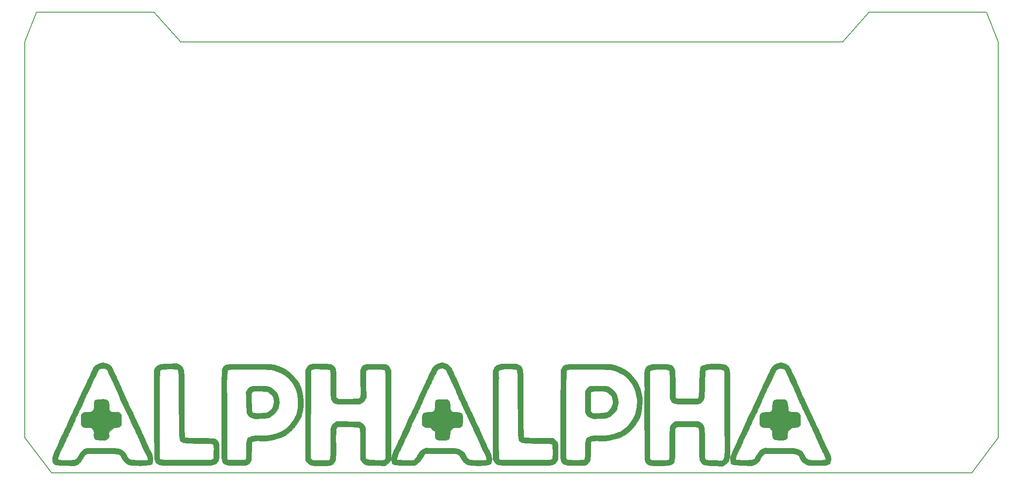
<source format=gbr>
G04 #@! TF.GenerationSoftware,KiCad,Pcbnew,(5.1.9)-1*
G04 #@! TF.CreationDate,2021-09-28T02:04:04-07:00*
G04 #@! TF.ProjectId,keyboard,6b657962-6f61-4726-942e-6b696361645f,rev?*
G04 #@! TF.SameCoordinates,Original*
G04 #@! TF.FileFunction,Legend,Top*
G04 #@! TF.FilePolarity,Positive*
%FSLAX46Y46*%
G04 Gerber Fmt 4.6, Leading zero omitted, Abs format (unit mm)*
G04 Created by KiCad (PCBNEW (5.1.9)-1) date 2021-09-28 02:04:04*
%MOMM*%
%LPD*%
G01*
G04 APERTURE LIST*
G04 #@! TA.AperFunction,Profile*
%ADD10C,0.200000*%
G04 #@! TD*
%ADD11C,0.010000*%
G04 APERTURE END LIST*
D10*
X47481250Y-13000000D02*
X181118750Y-13000000D01*
X186500000Y-7000000D02*
X181118750Y-13000000D01*
X186500000Y-7000000D02*
X210168750Y-7000000D01*
X212550000Y-13000000D02*
X210168750Y-7000000D01*
X42100000Y-7000000D02*
X47481250Y-13000000D01*
X16050000Y-13000000D02*
X18431250Y-7000000D01*
X207168750Y-100000000D02*
X212550000Y-92868750D01*
X16050000Y-92868750D02*
X21431250Y-100000000D01*
X18431250Y-7000000D02*
X42100000Y-7000000D01*
X212550000Y-13000000D02*
X212550000Y-92868750D01*
X207168750Y-100000000D02*
X21431250Y-100000000D01*
X16050000Y-92868750D02*
X16050000Y-13000000D01*
D11*
G36*
X131908778Y-82421442D02*
G01*
X132062264Y-82425005D01*
X132626109Y-82440076D01*
X133042787Y-82456348D01*
X133344602Y-82478574D01*
X133563858Y-82511504D01*
X133732859Y-82559889D01*
X133883909Y-82628482D01*
X134038461Y-82715670D01*
X134562699Y-83073677D01*
X135014626Y-83480275D01*
X135344520Y-83890433D01*
X135356351Y-83909306D01*
X135466486Y-84147619D01*
X135583829Y-84496953D01*
X135686833Y-84891140D01*
X135707563Y-84987694D01*
X135780534Y-85363124D01*
X135815043Y-85637283D01*
X135809945Y-85880028D01*
X135764091Y-86161217D01*
X135682320Y-86525079D01*
X135574411Y-86941600D01*
X135460969Y-87245952D01*
X135311182Y-87503680D01*
X135094239Y-87780332D01*
X135089854Y-87785506D01*
X134640877Y-88238475D01*
X134155324Y-88596159D01*
X133678007Y-88827129D01*
X133550613Y-88865146D01*
X133340962Y-88898337D01*
X133002736Y-88930617D01*
X132578526Y-88960096D01*
X132110920Y-88984883D01*
X131642510Y-89003089D01*
X131215884Y-89012823D01*
X130873632Y-89012196D01*
X130658345Y-88999317D01*
X130632272Y-88994657D01*
X130092732Y-88801646D01*
X129656041Y-88503812D01*
X129393191Y-88187087D01*
X129151353Y-87786708D01*
X129151353Y-85141659D01*
X130213289Y-85141659D01*
X130215659Y-85698142D01*
X130216497Y-85774590D01*
X130237601Y-87569643D01*
X130474026Y-87781605D01*
X130571718Y-87863752D01*
X130671456Y-87919726D01*
X130805356Y-87952609D01*
X131005531Y-87965486D01*
X131304096Y-87961442D01*
X131733165Y-87943561D01*
X132017651Y-87929861D01*
X132562615Y-87899294D01*
X132960819Y-87865634D01*
X133244999Y-87823948D01*
X133447891Y-87769301D01*
X133602231Y-87696759D01*
X133615002Y-87689097D01*
X134072637Y-87311972D01*
X134430186Y-86820350D01*
X134643406Y-86286061D01*
X134712741Y-85886992D01*
X134711805Y-85483306D01*
X134638003Y-85010220D01*
X134582539Y-84766519D01*
X134458543Y-84512584D01*
X134221867Y-84218748D01*
X133916618Y-83932518D01*
X133601564Y-83709903D01*
X133437713Y-83621984D01*
X133272842Y-83560584D01*
X133069860Y-83520322D01*
X132791678Y-83495821D01*
X132401204Y-83481702D01*
X131975888Y-83474165D01*
X131392763Y-83470045D01*
X130963406Y-83479764D01*
X130662317Y-83507902D01*
X130463996Y-83559041D01*
X130342944Y-83637762D01*
X130273662Y-83748645D01*
X130261356Y-83782185D01*
X130242100Y-83930203D01*
X130227206Y-84226748D01*
X130217370Y-84640881D01*
X130213289Y-85141659D01*
X129151353Y-85141659D01*
X129151353Y-83521041D01*
X129407798Y-83116669D01*
X129579686Y-82877947D01*
X129770349Y-82696903D01*
X130005601Y-82566811D01*
X130311256Y-82480946D01*
X130713128Y-82432580D01*
X131237031Y-82414987D01*
X131908778Y-82421442D01*
G37*
X131908778Y-82421442D02*
X132062264Y-82425005D01*
X132626109Y-82440076D01*
X133042787Y-82456348D01*
X133344602Y-82478574D01*
X133563858Y-82511504D01*
X133732859Y-82559889D01*
X133883909Y-82628482D01*
X134038461Y-82715670D01*
X134562699Y-83073677D01*
X135014626Y-83480275D01*
X135344520Y-83890433D01*
X135356351Y-83909306D01*
X135466486Y-84147619D01*
X135583829Y-84496953D01*
X135686833Y-84891140D01*
X135707563Y-84987694D01*
X135780534Y-85363124D01*
X135815043Y-85637283D01*
X135809945Y-85880028D01*
X135764091Y-86161217D01*
X135682320Y-86525079D01*
X135574411Y-86941600D01*
X135460969Y-87245952D01*
X135311182Y-87503680D01*
X135094239Y-87780332D01*
X135089854Y-87785506D01*
X134640877Y-88238475D01*
X134155324Y-88596159D01*
X133678007Y-88827129D01*
X133550613Y-88865146D01*
X133340962Y-88898337D01*
X133002736Y-88930617D01*
X132578526Y-88960096D01*
X132110920Y-88984883D01*
X131642510Y-89003089D01*
X131215884Y-89012823D01*
X130873632Y-89012196D01*
X130658345Y-88999317D01*
X130632272Y-88994657D01*
X130092732Y-88801646D01*
X129656041Y-88503812D01*
X129393191Y-88187087D01*
X129151353Y-87786708D01*
X129151353Y-85141659D01*
X130213289Y-85141659D01*
X130215659Y-85698142D01*
X130216497Y-85774590D01*
X130237601Y-87569643D01*
X130474026Y-87781605D01*
X130571718Y-87863752D01*
X130671456Y-87919726D01*
X130805356Y-87952609D01*
X131005531Y-87965486D01*
X131304096Y-87961442D01*
X131733165Y-87943561D01*
X132017651Y-87929861D01*
X132562615Y-87899294D01*
X132960819Y-87865634D01*
X133244999Y-87823948D01*
X133447891Y-87769301D01*
X133602231Y-87696759D01*
X133615002Y-87689097D01*
X134072637Y-87311972D01*
X134430186Y-86820350D01*
X134643406Y-86286061D01*
X134712741Y-85886992D01*
X134711805Y-85483306D01*
X134638003Y-85010220D01*
X134582539Y-84766519D01*
X134458543Y-84512584D01*
X134221867Y-84218748D01*
X133916618Y-83932518D01*
X133601564Y-83709903D01*
X133437713Y-83621984D01*
X133272842Y-83560584D01*
X133069860Y-83520322D01*
X132791678Y-83495821D01*
X132401204Y-83481702D01*
X131975888Y-83474165D01*
X131392763Y-83470045D01*
X130963406Y-83479764D01*
X130662317Y-83507902D01*
X130463996Y-83559041D01*
X130342944Y-83637762D01*
X130273662Y-83748645D01*
X130261356Y-83782185D01*
X130242100Y-83930203D01*
X130227206Y-84226748D01*
X130217370Y-84640881D01*
X130213289Y-85141659D01*
X129151353Y-85141659D01*
X129151353Y-83521041D01*
X129407798Y-83116669D01*
X129579686Y-82877947D01*
X129770349Y-82696903D01*
X130005601Y-82566811D01*
X130311256Y-82480946D01*
X130713128Y-82432580D01*
X131237031Y-82414987D01*
X131908778Y-82421442D01*
G36*
X63320068Y-82419285D02*
G01*
X63656402Y-82427899D01*
X64263034Y-82446715D01*
X64726543Y-82473111D01*
X65083289Y-82517646D01*
X65369631Y-82590881D01*
X65621927Y-82703375D01*
X65876536Y-82865689D01*
X66169818Y-83088384D01*
X66307585Y-83197917D01*
X66683107Y-83553584D01*
X66960384Y-83958992D01*
X67164134Y-84458908D01*
X67298014Y-84991796D01*
X67372647Y-85370917D01*
X67409157Y-85643690D01*
X67405974Y-85878300D01*
X67361524Y-86142933D01*
X67274235Y-86505776D01*
X67261977Y-86554507D01*
X67143228Y-86979631D01*
X67019254Y-87292557D01*
X66858612Y-87558668D01*
X66657664Y-87811044D01*
X66357589Y-88116914D01*
X66004691Y-88413644D01*
X65755789Y-88585940D01*
X65532633Y-88713635D01*
X65331663Y-88802819D01*
X65108147Y-88864076D01*
X64817349Y-88907991D01*
X64414535Y-88945148D01*
X64155216Y-88964640D01*
X63538394Y-89005865D01*
X63065478Y-89028060D01*
X62701928Y-89031672D01*
X62413203Y-89017151D01*
X62195876Y-88990096D01*
X61667438Y-88825263D01*
X61248472Y-88518774D01*
X61040771Y-88251982D01*
X60781479Y-87838901D01*
X60728101Y-85794283D01*
X60691594Y-84395855D01*
X61750262Y-84395855D01*
X61756716Y-84776863D01*
X61772411Y-85296713D01*
X61785174Y-85674278D01*
X61806074Y-86233023D01*
X61828234Y-86736069D01*
X61850076Y-87153716D01*
X61870021Y-87456266D01*
X61886491Y-87614020D01*
X61888780Y-87624123D01*
X61958076Y-87756498D01*
X62092924Y-87849567D01*
X62317093Y-87907458D01*
X62654353Y-87934298D01*
X63128475Y-87934215D01*
X63587042Y-87919015D01*
X64104814Y-87894446D01*
X64480382Y-87866509D01*
X64751026Y-87829099D01*
X64954025Y-87776110D01*
X65126661Y-87701439D01*
X65216545Y-87652165D01*
X65693772Y-87280281D01*
X66036526Y-86801899D01*
X66239051Y-86235635D01*
X66295591Y-85600107D01*
X66200390Y-84913932D01*
X66135161Y-84681041D01*
X65992646Y-84421658D01*
X65740155Y-84128597D01*
X65426830Y-83851271D01*
X65101814Y-83639089D01*
X65095761Y-83635966D01*
X64842553Y-83562554D01*
X64412914Y-83511778D01*
X63806033Y-83483547D01*
X63766547Y-83482625D01*
X63185903Y-83471275D01*
X62756606Y-83468856D01*
X62450597Y-83478316D01*
X62239816Y-83502606D01*
X62096206Y-83544674D01*
X61991707Y-83607470D01*
X61914740Y-83677281D01*
X61850073Y-83748149D01*
X61802953Y-83829836D01*
X61771719Y-83947946D01*
X61754709Y-84128084D01*
X61750262Y-84395855D01*
X60691594Y-84395855D01*
X60674724Y-83749665D01*
X60913745Y-83262311D01*
X61072498Y-82971532D01*
X61232929Y-82789160D01*
X61458394Y-82655026D01*
X61631490Y-82580657D01*
X61819561Y-82509612D01*
X62000100Y-82459612D01*
X62206764Y-82428118D01*
X62473208Y-82412592D01*
X62833091Y-82410494D01*
X63320068Y-82419285D01*
G37*
X63320068Y-82419285D02*
X63656402Y-82427899D01*
X64263034Y-82446715D01*
X64726543Y-82473111D01*
X65083289Y-82517646D01*
X65369631Y-82590881D01*
X65621927Y-82703375D01*
X65876536Y-82865689D01*
X66169818Y-83088384D01*
X66307585Y-83197917D01*
X66683107Y-83553584D01*
X66960384Y-83958992D01*
X67164134Y-84458908D01*
X67298014Y-84991796D01*
X67372647Y-85370917D01*
X67409157Y-85643690D01*
X67405974Y-85878300D01*
X67361524Y-86142933D01*
X67274235Y-86505776D01*
X67261977Y-86554507D01*
X67143228Y-86979631D01*
X67019254Y-87292557D01*
X66858612Y-87558668D01*
X66657664Y-87811044D01*
X66357589Y-88116914D01*
X66004691Y-88413644D01*
X65755789Y-88585940D01*
X65532633Y-88713635D01*
X65331663Y-88802819D01*
X65108147Y-88864076D01*
X64817349Y-88907991D01*
X64414535Y-88945148D01*
X64155216Y-88964640D01*
X63538394Y-89005865D01*
X63065478Y-89028060D01*
X62701928Y-89031672D01*
X62413203Y-89017151D01*
X62195876Y-88990096D01*
X61667438Y-88825263D01*
X61248472Y-88518774D01*
X61040771Y-88251982D01*
X60781479Y-87838901D01*
X60728101Y-85794283D01*
X60691594Y-84395855D01*
X61750262Y-84395855D01*
X61756716Y-84776863D01*
X61772411Y-85296713D01*
X61785174Y-85674278D01*
X61806074Y-86233023D01*
X61828234Y-86736069D01*
X61850076Y-87153716D01*
X61870021Y-87456266D01*
X61886491Y-87614020D01*
X61888780Y-87624123D01*
X61958076Y-87756498D01*
X62092924Y-87849567D01*
X62317093Y-87907458D01*
X62654353Y-87934298D01*
X63128475Y-87934215D01*
X63587042Y-87919015D01*
X64104814Y-87894446D01*
X64480382Y-87866509D01*
X64751026Y-87829099D01*
X64954025Y-87776110D01*
X65126661Y-87701439D01*
X65216545Y-87652165D01*
X65693772Y-87280281D01*
X66036526Y-86801899D01*
X66239051Y-86235635D01*
X66295591Y-85600107D01*
X66200390Y-84913932D01*
X66135161Y-84681041D01*
X65992646Y-84421658D01*
X65740155Y-84128597D01*
X65426830Y-83851271D01*
X65101814Y-83639089D01*
X65095761Y-83635966D01*
X64842553Y-83562554D01*
X64412914Y-83511778D01*
X63806033Y-83483547D01*
X63766547Y-83482625D01*
X63185903Y-83471275D01*
X62756606Y-83468856D01*
X62450597Y-83478316D01*
X62239816Y-83502606D01*
X62096206Y-83544674D01*
X61991707Y-83607470D01*
X61914740Y-83677281D01*
X61850073Y-83748149D01*
X61802953Y-83829836D01*
X61771719Y-83947946D01*
X61754709Y-84128084D01*
X61750262Y-84395855D01*
X60691594Y-84395855D01*
X60674724Y-83749665D01*
X60913745Y-83262311D01*
X61072498Y-82971532D01*
X61232929Y-82789160D01*
X61458394Y-82655026D01*
X61631490Y-82580657D01*
X61819561Y-82509612D01*
X62000100Y-82459612D01*
X62206764Y-82428118D01*
X62473208Y-82412592D01*
X62833091Y-82410494D01*
X63320068Y-82419285D01*
G36*
X169145659Y-85126278D02*
G01*
X169353676Y-85159290D01*
X169514968Y-85222431D01*
X169589505Y-85265410D01*
X169831868Y-85505838D01*
X169990374Y-85879175D01*
X170069134Y-86397676D01*
X170079936Y-86727406D01*
X170090424Y-87041247D01*
X170116366Y-87286691D01*
X170147250Y-87399140D01*
X170331658Y-87558284D01*
X170643153Y-87657684D01*
X171101214Y-87702500D01*
X171306760Y-87706268D01*
X171760920Y-87727705D01*
X172078955Y-87800441D01*
X172300979Y-87941684D01*
X172467106Y-88168642D01*
X172491378Y-88214449D01*
X172537776Y-88399542D01*
X172569482Y-88711171D01*
X172586315Y-89098778D01*
X172588094Y-89511803D01*
X172574638Y-89899687D01*
X172545765Y-90211869D01*
X172501294Y-90397791D01*
X172499222Y-90401823D01*
X172273630Y-90635797D01*
X171898445Y-90784656D01*
X171384136Y-90844544D01*
X171294679Y-90845615D01*
X170964793Y-90854753D01*
X170781031Y-90887080D01*
X170710712Y-90949965D01*
X170706830Y-90978175D01*
X170636767Y-91113856D01*
X170467443Y-91258928D01*
X170460010Y-91263591D01*
X170218781Y-91436795D01*
X170076267Y-91622028D01*
X170007853Y-91872845D01*
X169988927Y-92242802D01*
X169988809Y-92288868D01*
X169963031Y-92694091D01*
X169872334Y-92993868D01*
X169696670Y-93199760D01*
X169415995Y-93323326D01*
X169010261Y-93376126D01*
X168459423Y-93369720D01*
X168148880Y-93349857D01*
X167791324Y-93316795D01*
X167492155Y-93277687D01*
X167305933Y-93239936D01*
X167285948Y-93232728D01*
X167107592Y-93069355D01*
X166993692Y-92758178D01*
X166941470Y-92289908D01*
X166937219Y-92067459D01*
X166932415Y-91725819D01*
X166909431Y-91519045D01*
X166855407Y-91402576D01*
X166757485Y-91331851D01*
X166719744Y-91313856D01*
X166543796Y-91165243D01*
X166472924Y-91007753D01*
X166445482Y-90898156D01*
X166374630Y-90839350D01*
X166218517Y-90819650D01*
X165935290Y-90827373D01*
X165843465Y-90832024D01*
X165268095Y-90821330D01*
X164841806Y-90719756D01*
X164557591Y-90525069D01*
X164467460Y-90393833D01*
X164393290Y-90143122D01*
X164348371Y-89772208D01*
X164332817Y-89338015D01*
X164346743Y-88897463D01*
X164390265Y-88507476D01*
X164463074Y-88225989D01*
X164601353Y-87992246D01*
X164806097Y-87836393D01*
X165109271Y-87745756D01*
X165542839Y-87707658D01*
X165778737Y-87704272D01*
X166149158Y-87698517D01*
X166389899Y-87673476D01*
X166550623Y-87617488D01*
X166680995Y-87518891D01*
X166716917Y-87483970D01*
X166833042Y-87346528D01*
X166899660Y-87189420D01*
X166929982Y-86959629D01*
X166937218Y-86604137D01*
X166937219Y-86599837D01*
X166967210Y-86025785D01*
X167059049Y-85611583D01*
X167215534Y-85347564D01*
X167323211Y-85266510D01*
X167490790Y-85220098D01*
X167788722Y-85177030D01*
X168167879Y-85143439D01*
X168413240Y-85130413D01*
X168846864Y-85118337D01*
X169145659Y-85126278D01*
G37*
X169145659Y-85126278D02*
X169353676Y-85159290D01*
X169514968Y-85222431D01*
X169589505Y-85265410D01*
X169831868Y-85505838D01*
X169990374Y-85879175D01*
X170069134Y-86397676D01*
X170079936Y-86727406D01*
X170090424Y-87041247D01*
X170116366Y-87286691D01*
X170147250Y-87399140D01*
X170331658Y-87558284D01*
X170643153Y-87657684D01*
X171101214Y-87702500D01*
X171306760Y-87706268D01*
X171760920Y-87727705D01*
X172078955Y-87800441D01*
X172300979Y-87941684D01*
X172467106Y-88168642D01*
X172491378Y-88214449D01*
X172537776Y-88399542D01*
X172569482Y-88711171D01*
X172586315Y-89098778D01*
X172588094Y-89511803D01*
X172574638Y-89899687D01*
X172545765Y-90211869D01*
X172501294Y-90397791D01*
X172499222Y-90401823D01*
X172273630Y-90635797D01*
X171898445Y-90784656D01*
X171384136Y-90844544D01*
X171294679Y-90845615D01*
X170964793Y-90854753D01*
X170781031Y-90887080D01*
X170710712Y-90949965D01*
X170706830Y-90978175D01*
X170636767Y-91113856D01*
X170467443Y-91258928D01*
X170460010Y-91263591D01*
X170218781Y-91436795D01*
X170076267Y-91622028D01*
X170007853Y-91872845D01*
X169988927Y-92242802D01*
X169988809Y-92288868D01*
X169963031Y-92694091D01*
X169872334Y-92993868D01*
X169696670Y-93199760D01*
X169415995Y-93323326D01*
X169010261Y-93376126D01*
X168459423Y-93369720D01*
X168148880Y-93349857D01*
X167791324Y-93316795D01*
X167492155Y-93277687D01*
X167305933Y-93239936D01*
X167285948Y-93232728D01*
X167107592Y-93069355D01*
X166993692Y-92758178D01*
X166941470Y-92289908D01*
X166937219Y-92067459D01*
X166932415Y-91725819D01*
X166909431Y-91519045D01*
X166855407Y-91402576D01*
X166757485Y-91331851D01*
X166719744Y-91313856D01*
X166543796Y-91165243D01*
X166472924Y-91007753D01*
X166445482Y-90898156D01*
X166374630Y-90839350D01*
X166218517Y-90819650D01*
X165935290Y-90827373D01*
X165843465Y-90832024D01*
X165268095Y-90821330D01*
X164841806Y-90719756D01*
X164557591Y-90525069D01*
X164467460Y-90393833D01*
X164393290Y-90143122D01*
X164348371Y-89772208D01*
X164332817Y-89338015D01*
X164346743Y-88897463D01*
X164390265Y-88507476D01*
X164463074Y-88225989D01*
X164601353Y-87992246D01*
X164806097Y-87836393D01*
X165109271Y-87745756D01*
X165542839Y-87707658D01*
X165778737Y-87704272D01*
X166149158Y-87698517D01*
X166389899Y-87673476D01*
X166550623Y-87617488D01*
X166680995Y-87518891D01*
X166716917Y-87483970D01*
X166833042Y-87346528D01*
X166899660Y-87189420D01*
X166929982Y-86959629D01*
X166937218Y-86604137D01*
X166937219Y-86599837D01*
X166967210Y-86025785D01*
X167059049Y-85611583D01*
X167215534Y-85347564D01*
X167323211Y-85266510D01*
X167490790Y-85220098D01*
X167788722Y-85177030D01*
X168167879Y-85143439D01*
X168413240Y-85130413D01*
X168846864Y-85118337D01*
X169145659Y-85126278D01*
G36*
X101045767Y-85146018D02*
G01*
X101299806Y-85183650D01*
X101346659Y-85198914D01*
X101603503Y-85387325D01*
X101771440Y-85709178D01*
X101854962Y-86175669D01*
X101866547Y-86494186D01*
X101907818Y-87013362D01*
X102029804Y-87385323D01*
X102229768Y-87603320D01*
X102334154Y-87646762D01*
X102528719Y-87675388D01*
X102833550Y-87695739D01*
X103149980Y-87703047D01*
X103688000Y-87745830D01*
X104068679Y-87871432D01*
X104290992Y-88079447D01*
X104331270Y-88171879D01*
X104362208Y-88348376D01*
X104392508Y-88653448D01*
X104417677Y-89036210D01*
X104427866Y-89265791D01*
X104428689Y-89835827D01*
X104370371Y-90253194D01*
X104233220Y-90540341D01*
X103997545Y-90719717D01*
X103643656Y-90813769D01*
X103151861Y-90844947D01*
X103042085Y-90845615D01*
X102712773Y-90852880D01*
X102501441Y-90888126D01*
X102346734Y-90971532D01*
X102187297Y-91123274D01*
X102182567Y-91128280D01*
X102037708Y-91302410D01*
X101952597Y-91481037D01*
X101907752Y-91724536D01*
X101885758Y-92048244D01*
X101836411Y-92583770D01*
X101744584Y-92955315D01*
X101606815Y-93174114D01*
X101521757Y-93228855D01*
X101129656Y-93333660D01*
X100603704Y-93382529D01*
X100161247Y-93380608D01*
X99640592Y-93346055D01*
X99272993Y-93275056D01*
X99032544Y-93145081D01*
X98893336Y-92933604D01*
X98829461Y-92618095D01*
X98814957Y-92209935D01*
X98814957Y-91509944D01*
X98493163Y-91393582D01*
X98202806Y-91218735D01*
X98087549Y-91036772D01*
X98012991Y-90882910D01*
X97893903Y-90823370D01*
X97666604Y-90828518D01*
X97644461Y-90830586D01*
X97121192Y-90825747D01*
X96692498Y-90709335D01*
X96426484Y-90529612D01*
X96330396Y-90420470D01*
X96268232Y-90297526D01*
X96232681Y-90121045D01*
X96216436Y-89851290D01*
X96212186Y-89448527D01*
X96212130Y-89364319D01*
X96228144Y-88777443D01*
X96289451Y-88345404D01*
X96415945Y-88045336D01*
X96627523Y-87854375D01*
X96944082Y-87749658D01*
X97385517Y-87708319D01*
X97656682Y-87704272D01*
X98022938Y-87699316D01*
X98259135Y-87676121D01*
X98414625Y-87622192D01*
X98538762Y-87525037D01*
X98594861Y-87466785D01*
X98705115Y-87329083D01*
X98771107Y-87176744D01*
X98803874Y-86960474D01*
X98814454Y-86630976D01*
X98814957Y-86483729D01*
X98834832Y-85964228D01*
X98898962Y-85598801D01*
X99014109Y-85365976D01*
X99187033Y-85244280D01*
X99207347Y-85237524D01*
X99473041Y-85185141D01*
X99843056Y-85148837D01*
X100264066Y-85129574D01*
X100682745Y-85128313D01*
X101045767Y-85146018D01*
G37*
X101045767Y-85146018D02*
X101299806Y-85183650D01*
X101346659Y-85198914D01*
X101603503Y-85387325D01*
X101771440Y-85709178D01*
X101854962Y-86175669D01*
X101866547Y-86494186D01*
X101907818Y-87013362D01*
X102029804Y-87385323D01*
X102229768Y-87603320D01*
X102334154Y-87646762D01*
X102528719Y-87675388D01*
X102833550Y-87695739D01*
X103149980Y-87703047D01*
X103688000Y-87745830D01*
X104068679Y-87871432D01*
X104290992Y-88079447D01*
X104331270Y-88171879D01*
X104362208Y-88348376D01*
X104392508Y-88653448D01*
X104417677Y-89036210D01*
X104427866Y-89265791D01*
X104428689Y-89835827D01*
X104370371Y-90253194D01*
X104233220Y-90540341D01*
X103997545Y-90719717D01*
X103643656Y-90813769D01*
X103151861Y-90844947D01*
X103042085Y-90845615D01*
X102712773Y-90852880D01*
X102501441Y-90888126D01*
X102346734Y-90971532D01*
X102187297Y-91123274D01*
X102182567Y-91128280D01*
X102037708Y-91302410D01*
X101952597Y-91481037D01*
X101907752Y-91724536D01*
X101885758Y-92048244D01*
X101836411Y-92583770D01*
X101744584Y-92955315D01*
X101606815Y-93174114D01*
X101521757Y-93228855D01*
X101129656Y-93333660D01*
X100603704Y-93382529D01*
X100161247Y-93380608D01*
X99640592Y-93346055D01*
X99272993Y-93275056D01*
X99032544Y-93145081D01*
X98893336Y-92933604D01*
X98829461Y-92618095D01*
X98814957Y-92209935D01*
X98814957Y-91509944D01*
X98493163Y-91393582D01*
X98202806Y-91218735D01*
X98087549Y-91036772D01*
X98012991Y-90882910D01*
X97893903Y-90823370D01*
X97666604Y-90828518D01*
X97644461Y-90830586D01*
X97121192Y-90825747D01*
X96692498Y-90709335D01*
X96426484Y-90529612D01*
X96330396Y-90420470D01*
X96268232Y-90297526D01*
X96232681Y-90121045D01*
X96216436Y-89851290D01*
X96212186Y-89448527D01*
X96212130Y-89364319D01*
X96228144Y-88777443D01*
X96289451Y-88345404D01*
X96415945Y-88045336D01*
X96627523Y-87854375D01*
X96944082Y-87749658D01*
X97385517Y-87708319D01*
X97656682Y-87704272D01*
X98022938Y-87699316D01*
X98259135Y-87676121D01*
X98414625Y-87622192D01*
X98538762Y-87525037D01*
X98594861Y-87466785D01*
X98705115Y-87329083D01*
X98771107Y-87176744D01*
X98803874Y-86960474D01*
X98814454Y-86630976D01*
X98814957Y-86483729D01*
X98834832Y-85964228D01*
X98898962Y-85598801D01*
X99014109Y-85365976D01*
X99187033Y-85244280D01*
X99207347Y-85237524D01*
X99473041Y-85185141D01*
X99843056Y-85148837D01*
X100264066Y-85129574D01*
X100682745Y-85128313D01*
X101045767Y-85146018D01*
G36*
X32124476Y-85116494D02*
G01*
X32335964Y-85146337D01*
X32497903Y-85205990D01*
X32559768Y-85239876D01*
X32784472Y-85448257D01*
X32932511Y-85773090D01*
X33010249Y-86233810D01*
X33026265Y-86664171D01*
X33035592Y-87005772D01*
X33073949Y-87226291D01*
X33156902Y-87383648D01*
X33246567Y-87483970D01*
X33371314Y-87592075D01*
X33511172Y-87657749D01*
X33712877Y-87691351D01*
X34023166Y-87703236D01*
X34240750Y-87704272D01*
X34620437Y-87708012D01*
X34869034Y-87727397D01*
X35034923Y-87774678D01*
X35166487Y-87862104D01*
X35276985Y-87966626D01*
X35391618Y-88087945D01*
X35466796Y-88204109D01*
X35510838Y-88354833D01*
X35532065Y-88579831D01*
X35538796Y-88918815D01*
X35539339Y-89218940D01*
X35530726Y-89644168D01*
X35507434Y-90020800D01*
X35473285Y-90301520D01*
X35442173Y-90422155D01*
X35249459Y-90635370D01*
X34909074Y-90778027D01*
X34441435Y-90842564D01*
X34298868Y-90845615D01*
X34021052Y-90855729D01*
X33880414Y-90895728D01*
X33835288Y-90980101D01*
X33834039Y-91007236D01*
X33749263Y-91158453D01*
X33508563Y-91324985D01*
X33430152Y-91365080D01*
X33218123Y-91483044D01*
X33085578Y-91614866D01*
X33017576Y-91801658D01*
X32999177Y-92084532D01*
X33015440Y-92504599D01*
X33015522Y-92506039D01*
X32951327Y-92833705D01*
X32744669Y-93111853D01*
X32432385Y-93299560D01*
X32260585Y-93344737D01*
X32000189Y-93366240D01*
X31631886Y-93370055D01*
X31226436Y-93355826D01*
X31141459Y-93350391D01*
X30772769Y-93318360D01*
X30461377Y-93279858D01*
X30259973Y-93241771D01*
X30227766Y-93230975D01*
X30058391Y-93062571D01*
X29964788Y-92737518D01*
X29946260Y-92252853D01*
X29955294Y-92075016D01*
X29968089Y-91712045D01*
X29943060Y-91480375D01*
X29874240Y-91334650D01*
X29854967Y-91312118D01*
X29684029Y-91126055D01*
X29539645Y-90967373D01*
X29422465Y-90862934D01*
X29278600Y-90812081D01*
X29053757Y-90804316D01*
X28785566Y-90821552D01*
X28225011Y-90824162D01*
X27808607Y-90726678D01*
X27528271Y-90524126D01*
X27375923Y-90211528D01*
X27341276Y-89932292D01*
X27340124Y-89695321D01*
X27343956Y-89349884D01*
X27351950Y-88966928D01*
X27352888Y-88931467D01*
X27368398Y-88567415D01*
X27401230Y-88329775D01*
X27466860Y-88165462D01*
X27580766Y-88021391D01*
X27634202Y-87966626D01*
X27778372Y-87835111D01*
X27919720Y-87756876D01*
X28109697Y-87718189D01*
X28399752Y-87705320D01*
X28617258Y-87704272D01*
X29140401Y-87684593D01*
X29511638Y-87609709D01*
X29755794Y-87455847D01*
X29897695Y-87199238D01*
X29962165Y-86816108D01*
X29974675Y-86404478D01*
X29994337Y-85901228D01*
X30057378Y-85552112D01*
X30169882Y-85335676D01*
X30304372Y-85241743D01*
X30460683Y-85210172D01*
X30749160Y-85176598D01*
X31122595Y-85145911D01*
X31380763Y-85130235D01*
X31820417Y-85112460D01*
X32124476Y-85116494D01*
G37*
X32124476Y-85116494D02*
X32335964Y-85146337D01*
X32497903Y-85205990D01*
X32559768Y-85239876D01*
X32784472Y-85448257D01*
X32932511Y-85773090D01*
X33010249Y-86233810D01*
X33026265Y-86664171D01*
X33035592Y-87005772D01*
X33073949Y-87226291D01*
X33156902Y-87383648D01*
X33246567Y-87483970D01*
X33371314Y-87592075D01*
X33511172Y-87657749D01*
X33712877Y-87691351D01*
X34023166Y-87703236D01*
X34240750Y-87704272D01*
X34620437Y-87708012D01*
X34869034Y-87727397D01*
X35034923Y-87774678D01*
X35166487Y-87862104D01*
X35276985Y-87966626D01*
X35391618Y-88087945D01*
X35466796Y-88204109D01*
X35510838Y-88354833D01*
X35532065Y-88579831D01*
X35538796Y-88918815D01*
X35539339Y-89218940D01*
X35530726Y-89644168D01*
X35507434Y-90020800D01*
X35473285Y-90301520D01*
X35442173Y-90422155D01*
X35249459Y-90635370D01*
X34909074Y-90778027D01*
X34441435Y-90842564D01*
X34298868Y-90845615D01*
X34021052Y-90855729D01*
X33880414Y-90895728D01*
X33835288Y-90980101D01*
X33834039Y-91007236D01*
X33749263Y-91158453D01*
X33508563Y-91324985D01*
X33430152Y-91365080D01*
X33218123Y-91483044D01*
X33085578Y-91614866D01*
X33017576Y-91801658D01*
X32999177Y-92084532D01*
X33015440Y-92504599D01*
X33015522Y-92506039D01*
X32951327Y-92833705D01*
X32744669Y-93111853D01*
X32432385Y-93299560D01*
X32260585Y-93344737D01*
X32000189Y-93366240D01*
X31631886Y-93370055D01*
X31226436Y-93355826D01*
X31141459Y-93350391D01*
X30772769Y-93318360D01*
X30461377Y-93279858D01*
X30259973Y-93241771D01*
X30227766Y-93230975D01*
X30058391Y-93062571D01*
X29964788Y-92737518D01*
X29946260Y-92252853D01*
X29955294Y-92075016D01*
X29968089Y-91712045D01*
X29943060Y-91480375D01*
X29874240Y-91334650D01*
X29854967Y-91312118D01*
X29684029Y-91126055D01*
X29539645Y-90967373D01*
X29422465Y-90862934D01*
X29278600Y-90812081D01*
X29053757Y-90804316D01*
X28785566Y-90821552D01*
X28225011Y-90824162D01*
X27808607Y-90726678D01*
X27528271Y-90524126D01*
X27375923Y-90211528D01*
X27341276Y-89932292D01*
X27340124Y-89695321D01*
X27343956Y-89349884D01*
X27351950Y-88966928D01*
X27352888Y-88931467D01*
X27368398Y-88567415D01*
X27401230Y-88329775D01*
X27466860Y-88165462D01*
X27580766Y-88021391D01*
X27634202Y-87966626D01*
X27778372Y-87835111D01*
X27919720Y-87756876D01*
X28109697Y-87718189D01*
X28399752Y-87705320D01*
X28617258Y-87704272D01*
X29140401Y-87684593D01*
X29511638Y-87609709D01*
X29755794Y-87455847D01*
X29897695Y-87199238D01*
X29962165Y-86816108D01*
X29974675Y-86404478D01*
X29994337Y-85901228D01*
X30057378Y-85552112D01*
X30169882Y-85335676D01*
X30304372Y-85241743D01*
X30460683Y-85210172D01*
X30749160Y-85176598D01*
X31122595Y-85145911D01*
X31380763Y-85130235D01*
X31820417Y-85112460D01*
X32124476Y-85116494D01*
G36*
X135091924Y-78241595D02*
G01*
X136006518Y-78559119D01*
X136784974Y-78914348D01*
X137470431Y-79335906D01*
X138106028Y-79852412D01*
X138734902Y-80492490D01*
X139073081Y-80883071D01*
X139557049Y-81533331D01*
X139933118Y-82213361D01*
X140228141Y-82977736D01*
X140395402Y-83570483D01*
X140507110Y-84040509D01*
X140580758Y-84428841D01*
X140623256Y-84798553D01*
X140641515Y-85212717D01*
X140642443Y-85734409D01*
X140641602Y-85817890D01*
X140601831Y-86770422D01*
X140496722Y-87594692D01*
X140313691Y-88334015D01*
X140040152Y-89031710D01*
X139663520Y-89731091D01*
X139373032Y-90184083D01*
X138708915Y-91026687D01*
X137935413Y-91759984D01*
X137078148Y-92364837D01*
X136162743Y-92822111D01*
X135568668Y-93025536D01*
X134825825Y-93226058D01*
X134204890Y-93369565D01*
X133659831Y-93462427D01*
X133144616Y-93511018D01*
X132613212Y-93521709D01*
X132103332Y-93505210D01*
X131443987Y-93487273D01*
X130942210Y-93508754D01*
X130579989Y-93571732D01*
X130339311Y-93678288D01*
X130293456Y-93714242D01*
X130271601Y-93819467D01*
X130252562Y-94075108D01*
X130237494Y-94452080D01*
X130227554Y-94921303D01*
X130223898Y-95453693D01*
X130223897Y-95463185D01*
X130222085Y-96069008D01*
X130214831Y-96526246D01*
X130199411Y-96865799D01*
X130173100Y-97118568D01*
X130133173Y-97315453D01*
X130076905Y-97487354D01*
X130036763Y-97585336D01*
X129838858Y-97934201D01*
X129565328Y-98182827D01*
X129462071Y-98247466D01*
X129322223Y-98325899D01*
X129189587Y-98383751D01*
X129035119Y-98424078D01*
X128829776Y-98449936D01*
X128544514Y-98464381D01*
X128150292Y-98470470D01*
X127618066Y-98471258D01*
X127340318Y-98470730D01*
X126714293Y-98467162D01*
X126235158Y-98457808D01*
X125870324Y-98439947D01*
X125587203Y-98410859D01*
X125353206Y-98367825D01*
X125135743Y-98308124D01*
X125047168Y-98279330D01*
X124743757Y-98171016D01*
X124559652Y-98069871D01*
X124443060Y-97928775D01*
X124342189Y-97700603D01*
X124306117Y-97605099D01*
X124239873Y-97416268D01*
X124191812Y-97235642D01*
X124159057Y-97030276D01*
X124138732Y-96767224D01*
X124127959Y-96413542D01*
X124123864Y-95936286D01*
X124123429Y-95512753D01*
X124123815Y-95404969D01*
X124124921Y-95130631D01*
X124126693Y-94702686D01*
X124129075Y-94134085D01*
X124129868Y-93946139D01*
X125234287Y-93946139D01*
X125235738Y-94659574D01*
X125238880Y-95257566D01*
X125243885Y-95750793D01*
X125250923Y-96149931D01*
X125260166Y-96465657D01*
X125271786Y-96708648D01*
X125285954Y-96889581D01*
X125302841Y-97019133D01*
X125322619Y-97107981D01*
X125345460Y-97166802D01*
X125371534Y-97206272D01*
X125390149Y-97226460D01*
X125464712Y-97287217D01*
X125566712Y-97331708D01*
X125722783Y-97362426D01*
X125959559Y-97381868D01*
X126303674Y-97392528D01*
X126781760Y-97396901D01*
X127216582Y-97397558D01*
X127799936Y-97396750D01*
X128230020Y-97392380D01*
X128533067Y-97381535D01*
X128735310Y-97361299D01*
X128862983Y-97328756D01*
X128942320Y-97280992D01*
X128999554Y-97215091D01*
X129011635Y-97198082D01*
X129061793Y-97096978D01*
X129098808Y-96940794D01*
X129124476Y-96704679D01*
X129140592Y-96363782D01*
X129148952Y-95893249D01*
X129151353Y-95268231D01*
X129151353Y-95264825D01*
X129154871Y-94561046D01*
X129170940Y-94012931D01*
X129207837Y-93596689D01*
X129273838Y-93288531D01*
X129377217Y-93064666D01*
X129526250Y-92901303D01*
X129729213Y-92774652D01*
X129994382Y-92660924D01*
X130066673Y-92633480D01*
X130286706Y-92556384D01*
X130496387Y-92500263D01*
X130730104Y-92461668D01*
X131022247Y-92437151D01*
X131407202Y-92423263D01*
X131919360Y-92416557D01*
X132247819Y-92414761D01*
X132849398Y-92410026D01*
X133312586Y-92398726D01*
X133678479Y-92376749D01*
X133988175Y-92339983D01*
X134282771Y-92284317D01*
X134603364Y-92205638D01*
X134760894Y-92163312D01*
X135217992Y-92025286D01*
X135682714Y-91862792D01*
X136080814Y-91702583D01*
X136219986Y-91637591D01*
X136970007Y-91171893D01*
X137673694Y-90561727D01*
X138302740Y-89841223D01*
X138828842Y-89044508D01*
X139223693Y-88205713D01*
X139333210Y-87883777D01*
X139399625Y-87595600D01*
X139467290Y-87184875D01*
X139527916Y-86708308D01*
X139570197Y-86262433D01*
X139604536Y-85787703D01*
X139618848Y-85428506D01*
X139608441Y-85126216D01*
X139568619Y-84822205D01*
X139494689Y-84457844D01*
X139389597Y-84006653D01*
X139221298Y-83363646D01*
X139040377Y-82840025D01*
X138818471Y-82379014D01*
X138527216Y-81923836D01*
X138138248Y-81417717D01*
X138030804Y-81286711D01*
X137639280Y-80845553D01*
X137253671Y-80491304D01*
X136819811Y-80181605D01*
X136283533Y-79874095D01*
X136107183Y-79782380D01*
X135805656Y-79630976D01*
X135530210Y-79503594D01*
X135262169Y-79397961D01*
X134982854Y-79311807D01*
X134673585Y-79242860D01*
X134315684Y-79188849D01*
X133890473Y-79147502D01*
X133379272Y-79116549D01*
X132763404Y-79093718D01*
X132024188Y-79076738D01*
X131142947Y-79063338D01*
X130101002Y-79051246D01*
X130093756Y-79051167D01*
X129055977Y-79041026D01*
X128183051Y-79035510D01*
X127460365Y-79035531D01*
X126873305Y-79041997D01*
X126407256Y-79055820D01*
X126047606Y-79077909D01*
X125779740Y-79109174D01*
X125589046Y-79150525D01*
X125460908Y-79202871D01*
X125380714Y-79267123D01*
X125333850Y-79344191D01*
X125332427Y-79347639D01*
X125323858Y-79456072D01*
X125315116Y-79731594D01*
X125306319Y-80161791D01*
X125297589Y-80734247D01*
X125289043Y-81436547D01*
X125280803Y-82256276D01*
X125272987Y-83181017D01*
X125265716Y-84198356D01*
X125259109Y-85295878D01*
X125253286Y-86461167D01*
X125248366Y-87681808D01*
X125246391Y-88273633D01*
X125241960Y-89724435D01*
X125238363Y-91006410D01*
X125235770Y-92130234D01*
X125234355Y-93106585D01*
X125234287Y-93946139D01*
X124129868Y-93946139D01*
X124132013Y-93437777D01*
X124135452Y-92626709D01*
X124139337Y-91713831D01*
X124143613Y-90712093D01*
X124148226Y-89634442D01*
X124153119Y-88493828D01*
X124158239Y-87303200D01*
X124158251Y-87300385D01*
X124193025Y-79222647D01*
X124456918Y-78774183D01*
X124552253Y-78613217D01*
X124643461Y-78476987D01*
X124745555Y-78363413D01*
X124873553Y-78270415D01*
X125042468Y-78195912D01*
X125267316Y-78137826D01*
X125563112Y-78094075D01*
X125944871Y-78062581D01*
X126427610Y-78041262D01*
X127026342Y-78028040D01*
X127756083Y-78020833D01*
X128631848Y-78017562D01*
X129668653Y-78016148D01*
X129931147Y-78015867D01*
X134345923Y-78010986D01*
X135091924Y-78241595D01*
G37*
X135091924Y-78241595D02*
X136006518Y-78559119D01*
X136784974Y-78914348D01*
X137470431Y-79335906D01*
X138106028Y-79852412D01*
X138734902Y-80492490D01*
X139073081Y-80883071D01*
X139557049Y-81533331D01*
X139933118Y-82213361D01*
X140228141Y-82977736D01*
X140395402Y-83570483D01*
X140507110Y-84040509D01*
X140580758Y-84428841D01*
X140623256Y-84798553D01*
X140641515Y-85212717D01*
X140642443Y-85734409D01*
X140641602Y-85817890D01*
X140601831Y-86770422D01*
X140496722Y-87594692D01*
X140313691Y-88334015D01*
X140040152Y-89031710D01*
X139663520Y-89731091D01*
X139373032Y-90184083D01*
X138708915Y-91026687D01*
X137935413Y-91759984D01*
X137078148Y-92364837D01*
X136162743Y-92822111D01*
X135568668Y-93025536D01*
X134825825Y-93226058D01*
X134204890Y-93369565D01*
X133659831Y-93462427D01*
X133144616Y-93511018D01*
X132613212Y-93521709D01*
X132103332Y-93505210D01*
X131443987Y-93487273D01*
X130942210Y-93508754D01*
X130579989Y-93571732D01*
X130339311Y-93678288D01*
X130293456Y-93714242D01*
X130271601Y-93819467D01*
X130252562Y-94075108D01*
X130237494Y-94452080D01*
X130227554Y-94921303D01*
X130223898Y-95453693D01*
X130223897Y-95463185D01*
X130222085Y-96069008D01*
X130214831Y-96526246D01*
X130199411Y-96865799D01*
X130173100Y-97118568D01*
X130133173Y-97315453D01*
X130076905Y-97487354D01*
X130036763Y-97585336D01*
X129838858Y-97934201D01*
X129565328Y-98182827D01*
X129462071Y-98247466D01*
X129322223Y-98325899D01*
X129189587Y-98383751D01*
X129035119Y-98424078D01*
X128829776Y-98449936D01*
X128544514Y-98464381D01*
X128150292Y-98470470D01*
X127618066Y-98471258D01*
X127340318Y-98470730D01*
X126714293Y-98467162D01*
X126235158Y-98457808D01*
X125870324Y-98439947D01*
X125587203Y-98410859D01*
X125353206Y-98367825D01*
X125135743Y-98308124D01*
X125047168Y-98279330D01*
X124743757Y-98171016D01*
X124559652Y-98069871D01*
X124443060Y-97928775D01*
X124342189Y-97700603D01*
X124306117Y-97605099D01*
X124239873Y-97416268D01*
X124191812Y-97235642D01*
X124159057Y-97030276D01*
X124138732Y-96767224D01*
X124127959Y-96413542D01*
X124123864Y-95936286D01*
X124123429Y-95512753D01*
X124123815Y-95404969D01*
X124124921Y-95130631D01*
X124126693Y-94702686D01*
X124129075Y-94134085D01*
X124129868Y-93946139D01*
X125234287Y-93946139D01*
X125235738Y-94659574D01*
X125238880Y-95257566D01*
X125243885Y-95750793D01*
X125250923Y-96149931D01*
X125260166Y-96465657D01*
X125271786Y-96708648D01*
X125285954Y-96889581D01*
X125302841Y-97019133D01*
X125322619Y-97107981D01*
X125345460Y-97166802D01*
X125371534Y-97206272D01*
X125390149Y-97226460D01*
X125464712Y-97287217D01*
X125566712Y-97331708D01*
X125722783Y-97362426D01*
X125959559Y-97381868D01*
X126303674Y-97392528D01*
X126781760Y-97396901D01*
X127216582Y-97397558D01*
X127799936Y-97396750D01*
X128230020Y-97392380D01*
X128533067Y-97381535D01*
X128735310Y-97361299D01*
X128862983Y-97328756D01*
X128942320Y-97280992D01*
X128999554Y-97215091D01*
X129011635Y-97198082D01*
X129061793Y-97096978D01*
X129098808Y-96940794D01*
X129124476Y-96704679D01*
X129140592Y-96363782D01*
X129148952Y-95893249D01*
X129151353Y-95268231D01*
X129151353Y-95264825D01*
X129154871Y-94561046D01*
X129170940Y-94012931D01*
X129207837Y-93596689D01*
X129273838Y-93288531D01*
X129377217Y-93064666D01*
X129526250Y-92901303D01*
X129729213Y-92774652D01*
X129994382Y-92660924D01*
X130066673Y-92633480D01*
X130286706Y-92556384D01*
X130496387Y-92500263D01*
X130730104Y-92461668D01*
X131022247Y-92437151D01*
X131407202Y-92423263D01*
X131919360Y-92416557D01*
X132247819Y-92414761D01*
X132849398Y-92410026D01*
X133312586Y-92398726D01*
X133678479Y-92376749D01*
X133988175Y-92339983D01*
X134282771Y-92284317D01*
X134603364Y-92205638D01*
X134760894Y-92163312D01*
X135217992Y-92025286D01*
X135682714Y-91862792D01*
X136080814Y-91702583D01*
X136219986Y-91637591D01*
X136970007Y-91171893D01*
X137673694Y-90561727D01*
X138302740Y-89841223D01*
X138828842Y-89044508D01*
X139223693Y-88205713D01*
X139333210Y-87883777D01*
X139399625Y-87595600D01*
X139467290Y-87184875D01*
X139527916Y-86708308D01*
X139570197Y-86262433D01*
X139604536Y-85787703D01*
X139618848Y-85428506D01*
X139608441Y-85126216D01*
X139568619Y-84822205D01*
X139494689Y-84457844D01*
X139389597Y-84006653D01*
X139221298Y-83363646D01*
X139040377Y-82840025D01*
X138818471Y-82379014D01*
X138527216Y-81923836D01*
X138138248Y-81417717D01*
X138030804Y-81286711D01*
X137639280Y-80845553D01*
X137253671Y-80491304D01*
X136819811Y-80181605D01*
X136283533Y-79874095D01*
X136107183Y-79782380D01*
X135805656Y-79630976D01*
X135530210Y-79503594D01*
X135262169Y-79397961D01*
X134982854Y-79311807D01*
X134673585Y-79242860D01*
X134315684Y-79188849D01*
X133890473Y-79147502D01*
X133379272Y-79116549D01*
X132763404Y-79093718D01*
X132024188Y-79076738D01*
X131142947Y-79063338D01*
X130101002Y-79051246D01*
X130093756Y-79051167D01*
X129055977Y-79041026D01*
X128183051Y-79035510D01*
X127460365Y-79035531D01*
X126873305Y-79041997D01*
X126407256Y-79055820D01*
X126047606Y-79077909D01*
X125779740Y-79109174D01*
X125589046Y-79150525D01*
X125460908Y-79202871D01*
X125380714Y-79267123D01*
X125333850Y-79344191D01*
X125332427Y-79347639D01*
X125323858Y-79456072D01*
X125315116Y-79731594D01*
X125306319Y-80161791D01*
X125297589Y-80734247D01*
X125289043Y-81436547D01*
X125280803Y-82256276D01*
X125272987Y-83181017D01*
X125265716Y-84198356D01*
X125259109Y-85295878D01*
X125253286Y-86461167D01*
X125248366Y-87681808D01*
X125246391Y-88273633D01*
X125241960Y-89724435D01*
X125238363Y-91006410D01*
X125235770Y-92130234D01*
X125234355Y-93106585D01*
X125234287Y-93946139D01*
X124129868Y-93946139D01*
X124132013Y-93437777D01*
X124135452Y-92626709D01*
X124139337Y-91713831D01*
X124143613Y-90712093D01*
X124148226Y-89634442D01*
X124153119Y-88493828D01*
X124158239Y-87303200D01*
X124158251Y-87300385D01*
X124193025Y-79222647D01*
X124456918Y-78774183D01*
X124552253Y-78613217D01*
X124643461Y-78476987D01*
X124745555Y-78363413D01*
X124873553Y-78270415D01*
X125042468Y-78195912D01*
X125267316Y-78137826D01*
X125563112Y-78094075D01*
X125944871Y-78062581D01*
X126427610Y-78041262D01*
X127026342Y-78028040D01*
X127756083Y-78020833D01*
X128631848Y-78017562D01*
X129668653Y-78016148D01*
X129931147Y-78015867D01*
X134345923Y-78010986D01*
X135091924Y-78241595D01*
G36*
X114876354Y-77930412D02*
G01*
X115104167Y-77952764D01*
X115288890Y-77993280D01*
X115464612Y-78055384D01*
X115665424Y-78142505D01*
X115676415Y-78147436D01*
X115963290Y-78282394D01*
X116141479Y-78402242D01*
X116257924Y-78559894D01*
X116359562Y-78808263D01*
X116420639Y-78986375D01*
X116458680Y-79100980D01*
X116491609Y-79212714D01*
X116519805Y-79334780D01*
X116543648Y-79480381D01*
X116563518Y-79662720D01*
X116579796Y-79894999D01*
X116592862Y-80190422D01*
X116603095Y-80562191D01*
X116610875Y-81023509D01*
X116616584Y-81587580D01*
X116620601Y-82267606D01*
X116623305Y-83076789D01*
X116625077Y-84028333D01*
X116626298Y-85135441D01*
X116627147Y-86159781D01*
X116628614Y-87432076D01*
X116631000Y-88536170D01*
X116634523Y-89483365D01*
X116639402Y-90284963D01*
X116645856Y-90952267D01*
X116654104Y-91496579D01*
X116664364Y-91929202D01*
X116676854Y-92261438D01*
X116691794Y-92504589D01*
X116709403Y-92669959D01*
X116729898Y-92768849D01*
X116753499Y-92812561D01*
X116755904Y-92814250D01*
X116885544Y-92842044D01*
X117166004Y-92869646D01*
X117568597Y-92896209D01*
X118064639Y-92920885D01*
X118625444Y-92942828D01*
X119222327Y-92961189D01*
X119826603Y-92975122D01*
X120409587Y-92983779D01*
X120942593Y-92986312D01*
X121396937Y-92981875D01*
X121743933Y-92969620D01*
X121826136Y-92964027D01*
X122196365Y-92938926D01*
X122443036Y-92941642D01*
X122621081Y-92980932D01*
X122785432Y-93065551D01*
X122887970Y-93133273D01*
X123145257Y-93359223D01*
X123384526Y-93648349D01*
X123444578Y-93741713D01*
X123524636Y-93885669D01*
X123582682Y-94023462D01*
X123622091Y-94185899D01*
X123646238Y-94403792D01*
X123658498Y-94707948D01*
X123662245Y-95129177D01*
X123660855Y-95698288D01*
X123660781Y-95715437D01*
X123657541Y-96286337D01*
X123650917Y-96708473D01*
X123636949Y-97012588D01*
X123611676Y-97229421D01*
X123571139Y-97389715D01*
X123511377Y-97524209D01*
X123428429Y-97663646D01*
X123405033Y-97700628D01*
X123236276Y-97932950D01*
X123049917Y-98089554D01*
X122783341Y-98215298D01*
X122591147Y-98283750D01*
X122465344Y-98324644D01*
X122339571Y-98359205D01*
X122198379Y-98387937D01*
X122026319Y-98411342D01*
X121807940Y-98429925D01*
X121527793Y-98444190D01*
X121170428Y-98454640D01*
X120720395Y-98461778D01*
X120162246Y-98466109D01*
X119480529Y-98468137D01*
X118659796Y-98468364D01*
X117684597Y-98467295D01*
X116994880Y-98466201D01*
X115917338Y-98464268D01*
X115004076Y-98461973D01*
X114239867Y-98458749D01*
X113609486Y-98454028D01*
X113097706Y-98447241D01*
X112689302Y-98437821D01*
X112369047Y-98425200D01*
X112121716Y-98408809D01*
X111932083Y-98388081D01*
X111784921Y-98362447D01*
X111665006Y-98331340D01*
X111557111Y-98294191D01*
X111470081Y-98260086D01*
X111149866Y-98108841D01*
X110938329Y-97935890D01*
X110767940Y-97685280D01*
X110760770Y-97672387D01*
X110545098Y-97282413D01*
X110533943Y-88342283D01*
X110526260Y-82184262D01*
X111594409Y-82184262D01*
X111610252Y-82317528D01*
X111629320Y-82455157D01*
X111642973Y-82733543D01*
X111650067Y-83113988D01*
X111649460Y-83557794D01*
X111648725Y-83620527D01*
X111642184Y-84234563D01*
X111636981Y-84952213D01*
X111633061Y-85757047D01*
X111630370Y-86632632D01*
X111628854Y-87562538D01*
X111628457Y-88530334D01*
X111629127Y-89519589D01*
X111630808Y-90513871D01*
X111633446Y-91496751D01*
X111636986Y-92451796D01*
X111641376Y-93362576D01*
X111646559Y-94212660D01*
X111652482Y-94985617D01*
X111659091Y-95665016D01*
X111666331Y-96234426D01*
X111674148Y-96677416D01*
X111682487Y-96977554D01*
X111691294Y-97118410D01*
X111693387Y-97126561D01*
X111823418Y-97241794D01*
X111950467Y-97308406D01*
X112085812Y-97326997D01*
X112380389Y-97343255D01*
X112813938Y-97357193D01*
X113366200Y-97368824D01*
X114016916Y-97378158D01*
X114745828Y-97385209D01*
X115532677Y-97389990D01*
X116357203Y-97392511D01*
X117199149Y-97392786D01*
X118038254Y-97390826D01*
X118854260Y-97386645D01*
X119626908Y-97380253D01*
X120335940Y-97371665D01*
X120961096Y-97360891D01*
X121482117Y-97347944D01*
X121878745Y-97332837D01*
X122130720Y-97315581D01*
X122210291Y-97302191D01*
X122412483Y-97200437D01*
X122525140Y-97103249D01*
X122558119Y-96958329D01*
X122579978Y-96675719D01*
X122591356Y-96295528D01*
X122592890Y-95857866D01*
X122585220Y-95402844D01*
X122568986Y-94970573D01*
X122544825Y-94601162D01*
X122513377Y-94334722D01*
X122479147Y-94215808D01*
X122432060Y-94173234D01*
X122346951Y-94138600D01*
X122205023Y-94110655D01*
X121987483Y-94088143D01*
X121675534Y-94069811D01*
X121250383Y-94054406D01*
X120693234Y-94040674D01*
X119985291Y-94027361D01*
X119544876Y-94020084D01*
X118754988Y-94006912D01*
X118122950Y-93994375D01*
X117627122Y-93980810D01*
X117245865Y-93964552D01*
X116957537Y-93943936D01*
X116740500Y-93917297D01*
X116573113Y-93882972D01*
X116433735Y-93839295D01*
X116300728Y-93784602D01*
X116262866Y-93767624D01*
X116138229Y-93712308D01*
X116029517Y-93658755D01*
X115935606Y-93595009D01*
X115855373Y-93509110D01*
X115787694Y-93389101D01*
X115731445Y-93223022D01*
X115685503Y-92998916D01*
X115648744Y-92704825D01*
X115620045Y-92328789D01*
X115598282Y-91858852D01*
X115582332Y-91283053D01*
X115571070Y-90589436D01*
X115563374Y-89766042D01*
X115558119Y-88800913D01*
X115554182Y-87682089D01*
X115550440Y-86397614D01*
X115549792Y-86178477D01*
X115544143Y-84723921D01*
X115536410Y-83447806D01*
X115526574Y-82349076D01*
X115514618Y-81426681D01*
X115500523Y-80679565D01*
X115484272Y-80106676D01*
X115465846Y-79706961D01*
X115445227Y-79479365D01*
X115434196Y-79430047D01*
X115301777Y-79216912D01*
X115160136Y-79093475D01*
X115003319Y-79057337D01*
X114700185Y-79028063D01*
X114283862Y-79007773D01*
X113787476Y-78998586D01*
X113672039Y-78998265D01*
X112988261Y-79007225D01*
X112464854Y-79042189D01*
X112083219Y-79115282D01*
X111824759Y-79238630D01*
X111670877Y-79424357D01*
X111602973Y-79684590D01*
X111602452Y-80031453D01*
X111631760Y-80328492D01*
X111668741Y-80870459D01*
X111656485Y-81403256D01*
X111636018Y-81600836D01*
X111602633Y-81922358D01*
X111594409Y-82184262D01*
X110526260Y-82184262D01*
X110522788Y-79402152D01*
X110734917Y-78895278D01*
X110860143Y-78617143D01*
X110981333Y-78443652D01*
X111152931Y-78323950D01*
X111429379Y-78207183D01*
X111500259Y-78180376D01*
X111730462Y-78101347D01*
X111961542Y-78043292D01*
X112229436Y-78002052D01*
X112570082Y-77973468D01*
X113019418Y-77953378D01*
X113593474Y-77938063D01*
X114155097Y-77926488D01*
X114571361Y-77922795D01*
X114876354Y-77930412D01*
G37*
X114876354Y-77930412D02*
X115104167Y-77952764D01*
X115288890Y-77993280D01*
X115464612Y-78055384D01*
X115665424Y-78142505D01*
X115676415Y-78147436D01*
X115963290Y-78282394D01*
X116141479Y-78402242D01*
X116257924Y-78559894D01*
X116359562Y-78808263D01*
X116420639Y-78986375D01*
X116458680Y-79100980D01*
X116491609Y-79212714D01*
X116519805Y-79334780D01*
X116543648Y-79480381D01*
X116563518Y-79662720D01*
X116579796Y-79894999D01*
X116592862Y-80190422D01*
X116603095Y-80562191D01*
X116610875Y-81023509D01*
X116616584Y-81587580D01*
X116620601Y-82267606D01*
X116623305Y-83076789D01*
X116625077Y-84028333D01*
X116626298Y-85135441D01*
X116627147Y-86159781D01*
X116628614Y-87432076D01*
X116631000Y-88536170D01*
X116634523Y-89483365D01*
X116639402Y-90284963D01*
X116645856Y-90952267D01*
X116654104Y-91496579D01*
X116664364Y-91929202D01*
X116676854Y-92261438D01*
X116691794Y-92504589D01*
X116709403Y-92669959D01*
X116729898Y-92768849D01*
X116753499Y-92812561D01*
X116755904Y-92814250D01*
X116885544Y-92842044D01*
X117166004Y-92869646D01*
X117568597Y-92896209D01*
X118064639Y-92920885D01*
X118625444Y-92942828D01*
X119222327Y-92961189D01*
X119826603Y-92975122D01*
X120409587Y-92983779D01*
X120942593Y-92986312D01*
X121396937Y-92981875D01*
X121743933Y-92969620D01*
X121826136Y-92964027D01*
X122196365Y-92938926D01*
X122443036Y-92941642D01*
X122621081Y-92980932D01*
X122785432Y-93065551D01*
X122887970Y-93133273D01*
X123145257Y-93359223D01*
X123384526Y-93648349D01*
X123444578Y-93741713D01*
X123524636Y-93885669D01*
X123582682Y-94023462D01*
X123622091Y-94185899D01*
X123646238Y-94403792D01*
X123658498Y-94707948D01*
X123662245Y-95129177D01*
X123660855Y-95698288D01*
X123660781Y-95715437D01*
X123657541Y-96286337D01*
X123650917Y-96708473D01*
X123636949Y-97012588D01*
X123611676Y-97229421D01*
X123571139Y-97389715D01*
X123511377Y-97524209D01*
X123428429Y-97663646D01*
X123405033Y-97700628D01*
X123236276Y-97932950D01*
X123049917Y-98089554D01*
X122783341Y-98215298D01*
X122591147Y-98283750D01*
X122465344Y-98324644D01*
X122339571Y-98359205D01*
X122198379Y-98387937D01*
X122026319Y-98411342D01*
X121807940Y-98429925D01*
X121527793Y-98444190D01*
X121170428Y-98454640D01*
X120720395Y-98461778D01*
X120162246Y-98466109D01*
X119480529Y-98468137D01*
X118659796Y-98468364D01*
X117684597Y-98467295D01*
X116994880Y-98466201D01*
X115917338Y-98464268D01*
X115004076Y-98461973D01*
X114239867Y-98458749D01*
X113609486Y-98454028D01*
X113097706Y-98447241D01*
X112689302Y-98437821D01*
X112369047Y-98425200D01*
X112121716Y-98408809D01*
X111932083Y-98388081D01*
X111784921Y-98362447D01*
X111665006Y-98331340D01*
X111557111Y-98294191D01*
X111470081Y-98260086D01*
X111149866Y-98108841D01*
X110938329Y-97935890D01*
X110767940Y-97685280D01*
X110760770Y-97672387D01*
X110545098Y-97282413D01*
X110533943Y-88342283D01*
X110526260Y-82184262D01*
X111594409Y-82184262D01*
X111610252Y-82317528D01*
X111629320Y-82455157D01*
X111642973Y-82733543D01*
X111650067Y-83113988D01*
X111649460Y-83557794D01*
X111648725Y-83620527D01*
X111642184Y-84234563D01*
X111636981Y-84952213D01*
X111633061Y-85757047D01*
X111630370Y-86632632D01*
X111628854Y-87562538D01*
X111628457Y-88530334D01*
X111629127Y-89519589D01*
X111630808Y-90513871D01*
X111633446Y-91496751D01*
X111636986Y-92451796D01*
X111641376Y-93362576D01*
X111646559Y-94212660D01*
X111652482Y-94985617D01*
X111659091Y-95665016D01*
X111666331Y-96234426D01*
X111674148Y-96677416D01*
X111682487Y-96977554D01*
X111691294Y-97118410D01*
X111693387Y-97126561D01*
X111823418Y-97241794D01*
X111950467Y-97308406D01*
X112085812Y-97326997D01*
X112380389Y-97343255D01*
X112813938Y-97357193D01*
X113366200Y-97368824D01*
X114016916Y-97378158D01*
X114745828Y-97385209D01*
X115532677Y-97389990D01*
X116357203Y-97392511D01*
X117199149Y-97392786D01*
X118038254Y-97390826D01*
X118854260Y-97386645D01*
X119626908Y-97380253D01*
X120335940Y-97371665D01*
X120961096Y-97360891D01*
X121482117Y-97347944D01*
X121878745Y-97332837D01*
X122130720Y-97315581D01*
X122210291Y-97302191D01*
X122412483Y-97200437D01*
X122525140Y-97103249D01*
X122558119Y-96958329D01*
X122579978Y-96675719D01*
X122591356Y-96295528D01*
X122592890Y-95857866D01*
X122585220Y-95402844D01*
X122568986Y-94970573D01*
X122544825Y-94601162D01*
X122513377Y-94334722D01*
X122479147Y-94215808D01*
X122432060Y-94173234D01*
X122346951Y-94138600D01*
X122205023Y-94110655D01*
X121987483Y-94088143D01*
X121675534Y-94069811D01*
X121250383Y-94054406D01*
X120693234Y-94040674D01*
X119985291Y-94027361D01*
X119544876Y-94020084D01*
X118754988Y-94006912D01*
X118122950Y-93994375D01*
X117627122Y-93980810D01*
X117245865Y-93964552D01*
X116957537Y-93943936D01*
X116740500Y-93917297D01*
X116573113Y-93882972D01*
X116433735Y-93839295D01*
X116300728Y-93784602D01*
X116262866Y-93767624D01*
X116138229Y-93712308D01*
X116029517Y-93658755D01*
X115935606Y-93595009D01*
X115855373Y-93509110D01*
X115787694Y-93389101D01*
X115731445Y-93223022D01*
X115685503Y-92998916D01*
X115648744Y-92704825D01*
X115620045Y-92328789D01*
X115598282Y-91858852D01*
X115582332Y-91283053D01*
X115571070Y-90589436D01*
X115563374Y-89766042D01*
X115558119Y-88800913D01*
X115554182Y-87682089D01*
X115550440Y-86397614D01*
X115549792Y-86178477D01*
X115544143Y-84723921D01*
X115536410Y-83447806D01*
X115526574Y-82349076D01*
X115514618Y-81426681D01*
X115500523Y-80679565D01*
X115484272Y-80106676D01*
X115465846Y-79706961D01*
X115445227Y-79479365D01*
X115434196Y-79430047D01*
X115301777Y-79216912D01*
X115160136Y-79093475D01*
X115003319Y-79057337D01*
X114700185Y-79028063D01*
X114283862Y-79007773D01*
X113787476Y-78998586D01*
X113672039Y-78998265D01*
X112988261Y-79007225D01*
X112464854Y-79042189D01*
X112083219Y-79115282D01*
X111824759Y-79238630D01*
X111670877Y-79424357D01*
X111602973Y-79684590D01*
X111602452Y-80031453D01*
X111631760Y-80328492D01*
X111668741Y-80870459D01*
X111656485Y-81403256D01*
X111636018Y-81600836D01*
X111602633Y-81922358D01*
X111594409Y-82184262D01*
X110526260Y-82184262D01*
X110522788Y-79402152D01*
X110734917Y-78895278D01*
X110860143Y-78617143D01*
X110981333Y-78443652D01*
X111152931Y-78323950D01*
X111429379Y-78207183D01*
X111500259Y-78180376D01*
X111730462Y-78101347D01*
X111961542Y-78043292D01*
X112229436Y-78002052D01*
X112570082Y-77973468D01*
X113019418Y-77953378D01*
X113593474Y-77938063D01*
X114155097Y-77926488D01*
X114571361Y-77922795D01*
X114876354Y-77930412D01*
G36*
X59978204Y-78019085D02*
G01*
X60857809Y-78022982D01*
X61747113Y-78028176D01*
X62754975Y-78034625D01*
X63600190Y-78040855D01*
X64299613Y-78047659D01*
X64870097Y-78055828D01*
X65328498Y-78066154D01*
X65691671Y-78079431D01*
X65976471Y-78096450D01*
X66199752Y-78118004D01*
X66378369Y-78144884D01*
X66529177Y-78177884D01*
X66669031Y-78217794D01*
X66814786Y-78265408D01*
X66818137Y-78266532D01*
X67348688Y-78450889D01*
X67766326Y-78616024D01*
X68131117Y-78790675D01*
X68503127Y-79003581D01*
X68939169Y-79281351D01*
X69544943Y-79742548D01*
X70158010Y-80323831D01*
X70731392Y-80974182D01*
X71218115Y-81642583D01*
X71416930Y-81972340D01*
X71736375Y-82687143D01*
X71981987Y-83526895D01*
X72149023Y-84450870D01*
X72232743Y-85418342D01*
X72228407Y-86388584D01*
X72131272Y-87320871D01*
X72075214Y-87627078D01*
X71942576Y-88202689D01*
X71792549Y-88682608D01*
X71599801Y-89125557D01*
X71338998Y-89590255D01*
X71007675Y-90101568D01*
X70290261Y-91027057D01*
X69492857Y-91792696D01*
X68612465Y-92400787D01*
X67646086Y-92853636D01*
X67254288Y-92985921D01*
X66487464Y-93207329D01*
X65837282Y-93364350D01*
X65255714Y-93464052D01*
X64694730Y-93513505D01*
X64106302Y-93519777D01*
X63721671Y-93505833D01*
X63012246Y-93488630D01*
X62473269Y-93516164D01*
X62101234Y-93588875D01*
X61892637Y-93707204D01*
X61868648Y-93738886D01*
X61847898Y-93858219D01*
X61829253Y-94126780D01*
X61813923Y-94514293D01*
X61803113Y-94990483D01*
X61798091Y-95508177D01*
X61789494Y-96237166D01*
X61765199Y-96810524D01*
X61718487Y-97251903D01*
X61642642Y-97584952D01*
X61530947Y-97833321D01*
X61376684Y-98020661D01*
X61173137Y-98170623D01*
X61017672Y-98255995D01*
X60858306Y-98332638D01*
X60706953Y-98388710D01*
X60533157Y-98427225D01*
X60306460Y-98451194D01*
X59996405Y-98463630D01*
X59572537Y-98467547D01*
X59004397Y-98465955D01*
X58900450Y-98465403D01*
X58349459Y-98458965D01*
X57844045Y-98446664D01*
X57418153Y-98429826D01*
X57105728Y-98409776D01*
X56945346Y-98389063D01*
X56515355Y-98260023D01*
X56224398Y-98108882D01*
X56032170Y-97905825D01*
X55898368Y-97621035D01*
X55895309Y-97612283D01*
X55868008Y-97535515D01*
X55843703Y-97464456D01*
X55822253Y-97388811D01*
X55803517Y-97298288D01*
X55787356Y-97182595D01*
X55773628Y-97031437D01*
X55762192Y-96834522D01*
X55752908Y-96581556D01*
X55745636Y-96262247D01*
X55740234Y-95866302D01*
X55736562Y-95383427D01*
X55734479Y-94803329D01*
X55733845Y-94115716D01*
X55734519Y-93310294D01*
X55736360Y-92376769D01*
X55739228Y-91304850D01*
X55742982Y-90084243D01*
X55747481Y-88704654D01*
X55752552Y-87165756D01*
X55769593Y-81961459D01*
X56759048Y-81961459D01*
X56769559Y-82055871D01*
X56775608Y-82153277D01*
X56781331Y-82416037D01*
X56786649Y-82830001D01*
X56791485Y-83381018D01*
X56795763Y-84054938D01*
X56799404Y-84837611D01*
X56802333Y-85714885D01*
X56804471Y-86672611D01*
X56805741Y-87696637D01*
X56806070Y-88747264D01*
X56805712Y-90179351D01*
X56805260Y-91442535D01*
X56805029Y-92547415D01*
X56805336Y-93504592D01*
X56806496Y-94324667D01*
X56808825Y-95018240D01*
X56812637Y-95595913D01*
X56818249Y-96068286D01*
X56825976Y-96445960D01*
X56836134Y-96739535D01*
X56849039Y-96959612D01*
X56865005Y-97116792D01*
X56884348Y-97221676D01*
X56907385Y-97284863D01*
X56934430Y-97316956D01*
X56965799Y-97328554D01*
X57001808Y-97330258D01*
X57042772Y-97332669D01*
X57061754Y-97336502D01*
X57197592Y-97349958D01*
X57481176Y-97362680D01*
X57880747Y-97373769D01*
X58364545Y-97382325D01*
X58850521Y-97387147D01*
X59429521Y-97390097D01*
X59855295Y-97388594D01*
X60154117Y-97379790D01*
X60352260Y-97360837D01*
X60475994Y-97328889D01*
X60551595Y-97281098D01*
X60605334Y-97214617D01*
X60617864Y-97195615D01*
X60666571Y-97082431D01*
X60702474Y-96898152D01*
X60727241Y-96619088D01*
X60742542Y-96221546D01*
X60750047Y-95681838D01*
X60751479Y-95299445D01*
X60755895Y-94581803D01*
X60772172Y-94020683D01*
X60807970Y-93593150D01*
X60870950Y-93276268D01*
X60968769Y-93047105D01*
X61109089Y-92882723D01*
X61299569Y-92760190D01*
X61547867Y-92656570D01*
X61645689Y-92621964D01*
X61897829Y-92540886D01*
X62130850Y-92485496D01*
X62385810Y-92452007D01*
X62703764Y-92436634D01*
X63125769Y-92435591D01*
X63587042Y-92442946D01*
X64269949Y-92447244D01*
X64840071Y-92424474D01*
X65357576Y-92366255D01*
X65882635Y-92264204D01*
X66475417Y-92109939D01*
X66924523Y-91978005D01*
X67832125Y-91611073D01*
X68663440Y-91082506D01*
X69415716Y-90394419D01*
X70086200Y-89548931D01*
X70089417Y-89544201D01*
X70381601Y-89103482D01*
X70590546Y-88752052D01*
X70741221Y-88435980D01*
X70858595Y-88101329D01*
X70967635Y-87694166D01*
X70991552Y-87595484D01*
X71119037Y-86839897D01*
X71166873Y-86010217D01*
X71139358Y-85150472D01*
X71040791Y-84304689D01*
X70875471Y-83516892D01*
X70647695Y-82831110D01*
X70494915Y-82508874D01*
X70203793Y-82049345D01*
X69793919Y-81513339D01*
X69289854Y-80932472D01*
X69168867Y-80801917D01*
X68632189Y-80336372D01*
X67938879Y-79910450D01*
X67109545Y-79535344D01*
X66369374Y-79281583D01*
X66210578Y-79236523D01*
X66048603Y-79198900D01*
X65865475Y-79167829D01*
X65643220Y-79142425D01*
X65363863Y-79121804D01*
X65009430Y-79105080D01*
X64561947Y-79091369D01*
X64003439Y-79079786D01*
X63315931Y-79069446D01*
X62481450Y-79059465D01*
X61685812Y-79051040D01*
X60649613Y-79041444D01*
X59778281Y-79036307D01*
X59057215Y-79036510D01*
X58471812Y-79042932D01*
X58007470Y-79056452D01*
X57649587Y-79077949D01*
X57383562Y-79108305D01*
X57194791Y-79148398D01*
X57068673Y-79199108D01*
X56990605Y-79261314D01*
X56945986Y-79335897D01*
X56945706Y-79336591D01*
X56918328Y-79477067D01*
X56887001Y-79749952D01*
X56854278Y-80115846D01*
X56822711Y-80535350D01*
X56794852Y-80969063D01*
X56773254Y-81377585D01*
X56760468Y-81721517D01*
X56759048Y-81961459D01*
X55769593Y-81961459D01*
X55778562Y-79222647D01*
X56018661Y-78767690D01*
X56170025Y-78505720D01*
X56317678Y-78346804D01*
X56525158Y-78240049D01*
X56781559Y-78156612D01*
X56914945Y-78120874D01*
X57065331Y-78091244D01*
X57249195Y-78067297D01*
X57483015Y-78048607D01*
X57783270Y-78034747D01*
X58166438Y-78025291D01*
X58648997Y-78019813D01*
X59247427Y-78017886D01*
X59978204Y-78019085D01*
G37*
X59978204Y-78019085D02*
X60857809Y-78022982D01*
X61747113Y-78028176D01*
X62754975Y-78034625D01*
X63600190Y-78040855D01*
X64299613Y-78047659D01*
X64870097Y-78055828D01*
X65328498Y-78066154D01*
X65691671Y-78079431D01*
X65976471Y-78096450D01*
X66199752Y-78118004D01*
X66378369Y-78144884D01*
X66529177Y-78177884D01*
X66669031Y-78217794D01*
X66814786Y-78265408D01*
X66818137Y-78266532D01*
X67348688Y-78450889D01*
X67766326Y-78616024D01*
X68131117Y-78790675D01*
X68503127Y-79003581D01*
X68939169Y-79281351D01*
X69544943Y-79742548D01*
X70158010Y-80323831D01*
X70731392Y-80974182D01*
X71218115Y-81642583D01*
X71416930Y-81972340D01*
X71736375Y-82687143D01*
X71981987Y-83526895D01*
X72149023Y-84450870D01*
X72232743Y-85418342D01*
X72228407Y-86388584D01*
X72131272Y-87320871D01*
X72075214Y-87627078D01*
X71942576Y-88202689D01*
X71792549Y-88682608D01*
X71599801Y-89125557D01*
X71338998Y-89590255D01*
X71007675Y-90101568D01*
X70290261Y-91027057D01*
X69492857Y-91792696D01*
X68612465Y-92400787D01*
X67646086Y-92853636D01*
X67254288Y-92985921D01*
X66487464Y-93207329D01*
X65837282Y-93364350D01*
X65255714Y-93464052D01*
X64694730Y-93513505D01*
X64106302Y-93519777D01*
X63721671Y-93505833D01*
X63012246Y-93488630D01*
X62473269Y-93516164D01*
X62101234Y-93588875D01*
X61892637Y-93707204D01*
X61868648Y-93738886D01*
X61847898Y-93858219D01*
X61829253Y-94126780D01*
X61813923Y-94514293D01*
X61803113Y-94990483D01*
X61798091Y-95508177D01*
X61789494Y-96237166D01*
X61765199Y-96810524D01*
X61718487Y-97251903D01*
X61642642Y-97584952D01*
X61530947Y-97833321D01*
X61376684Y-98020661D01*
X61173137Y-98170623D01*
X61017672Y-98255995D01*
X60858306Y-98332638D01*
X60706953Y-98388710D01*
X60533157Y-98427225D01*
X60306460Y-98451194D01*
X59996405Y-98463630D01*
X59572537Y-98467547D01*
X59004397Y-98465955D01*
X58900450Y-98465403D01*
X58349459Y-98458965D01*
X57844045Y-98446664D01*
X57418153Y-98429826D01*
X57105728Y-98409776D01*
X56945346Y-98389063D01*
X56515355Y-98260023D01*
X56224398Y-98108882D01*
X56032170Y-97905825D01*
X55898368Y-97621035D01*
X55895309Y-97612283D01*
X55868008Y-97535515D01*
X55843703Y-97464456D01*
X55822253Y-97388811D01*
X55803517Y-97298288D01*
X55787356Y-97182595D01*
X55773628Y-97031437D01*
X55762192Y-96834522D01*
X55752908Y-96581556D01*
X55745636Y-96262247D01*
X55740234Y-95866302D01*
X55736562Y-95383427D01*
X55734479Y-94803329D01*
X55733845Y-94115716D01*
X55734519Y-93310294D01*
X55736360Y-92376769D01*
X55739228Y-91304850D01*
X55742982Y-90084243D01*
X55747481Y-88704654D01*
X55752552Y-87165756D01*
X55769593Y-81961459D01*
X56759048Y-81961459D01*
X56769559Y-82055871D01*
X56775608Y-82153277D01*
X56781331Y-82416037D01*
X56786649Y-82830001D01*
X56791485Y-83381018D01*
X56795763Y-84054938D01*
X56799404Y-84837611D01*
X56802333Y-85714885D01*
X56804471Y-86672611D01*
X56805741Y-87696637D01*
X56806070Y-88747264D01*
X56805712Y-90179351D01*
X56805260Y-91442535D01*
X56805029Y-92547415D01*
X56805336Y-93504592D01*
X56806496Y-94324667D01*
X56808825Y-95018240D01*
X56812637Y-95595913D01*
X56818249Y-96068286D01*
X56825976Y-96445960D01*
X56836134Y-96739535D01*
X56849039Y-96959612D01*
X56865005Y-97116792D01*
X56884348Y-97221676D01*
X56907385Y-97284863D01*
X56934430Y-97316956D01*
X56965799Y-97328554D01*
X57001808Y-97330258D01*
X57042772Y-97332669D01*
X57061754Y-97336502D01*
X57197592Y-97349958D01*
X57481176Y-97362680D01*
X57880747Y-97373769D01*
X58364545Y-97382325D01*
X58850521Y-97387147D01*
X59429521Y-97390097D01*
X59855295Y-97388594D01*
X60154117Y-97379790D01*
X60352260Y-97360837D01*
X60475994Y-97328889D01*
X60551595Y-97281098D01*
X60605334Y-97214617D01*
X60617864Y-97195615D01*
X60666571Y-97082431D01*
X60702474Y-96898152D01*
X60727241Y-96619088D01*
X60742542Y-96221546D01*
X60750047Y-95681838D01*
X60751479Y-95299445D01*
X60755895Y-94581803D01*
X60772172Y-94020683D01*
X60807970Y-93593150D01*
X60870950Y-93276268D01*
X60968769Y-93047105D01*
X61109089Y-92882723D01*
X61299569Y-92760190D01*
X61547867Y-92656570D01*
X61645689Y-92621964D01*
X61897829Y-92540886D01*
X62130850Y-92485496D01*
X62385810Y-92452007D01*
X62703764Y-92436634D01*
X63125769Y-92435591D01*
X63587042Y-92442946D01*
X64269949Y-92447244D01*
X64840071Y-92424474D01*
X65357576Y-92366255D01*
X65882635Y-92264204D01*
X66475417Y-92109939D01*
X66924523Y-91978005D01*
X67832125Y-91611073D01*
X68663440Y-91082506D01*
X69415716Y-90394419D01*
X70086200Y-89548931D01*
X70089417Y-89544201D01*
X70381601Y-89103482D01*
X70590546Y-88752052D01*
X70741221Y-88435980D01*
X70858595Y-88101329D01*
X70967635Y-87694166D01*
X70991552Y-87595484D01*
X71119037Y-86839897D01*
X71166873Y-86010217D01*
X71139358Y-85150472D01*
X71040791Y-84304689D01*
X70875471Y-83516892D01*
X70647695Y-82831110D01*
X70494915Y-82508874D01*
X70203793Y-82049345D01*
X69793919Y-81513339D01*
X69289854Y-80932472D01*
X69168867Y-80801917D01*
X68632189Y-80336372D01*
X67938879Y-79910450D01*
X67109545Y-79535344D01*
X66369374Y-79281583D01*
X66210578Y-79236523D01*
X66048603Y-79198900D01*
X65865475Y-79167829D01*
X65643220Y-79142425D01*
X65363863Y-79121804D01*
X65009430Y-79105080D01*
X64561947Y-79091369D01*
X64003439Y-79079786D01*
X63315931Y-79069446D01*
X62481450Y-79059465D01*
X61685812Y-79051040D01*
X60649613Y-79041444D01*
X59778281Y-79036307D01*
X59057215Y-79036510D01*
X58471812Y-79042932D01*
X58007470Y-79056452D01*
X57649587Y-79077949D01*
X57383562Y-79108305D01*
X57194791Y-79148398D01*
X57068673Y-79199108D01*
X56990605Y-79261314D01*
X56945986Y-79335897D01*
X56945706Y-79336591D01*
X56918328Y-79477067D01*
X56887001Y-79749952D01*
X56854278Y-80115846D01*
X56822711Y-80535350D01*
X56794852Y-80969063D01*
X56773254Y-81377585D01*
X56760468Y-81721517D01*
X56759048Y-81961459D01*
X55769593Y-81961459D01*
X55778562Y-79222647D01*
X56018661Y-78767690D01*
X56170025Y-78505720D01*
X56317678Y-78346804D01*
X56525158Y-78240049D01*
X56781559Y-78156612D01*
X56914945Y-78120874D01*
X57065331Y-78091244D01*
X57249195Y-78067297D01*
X57483015Y-78048607D01*
X57783270Y-78034747D01*
X58166438Y-78025291D01*
X58648997Y-78019813D01*
X59247427Y-78017886D01*
X59978204Y-78019085D01*
G36*
X47252060Y-78160776D02*
G01*
X47546237Y-78310497D01*
X47727873Y-78444928D01*
X47848709Y-78621131D01*
X47960482Y-78896168D01*
X47987766Y-78972160D01*
X48034908Y-79110081D01*
X48073973Y-79247067D01*
X48105798Y-79400950D01*
X48131225Y-79589561D01*
X48151092Y-79830731D01*
X48166239Y-80142291D01*
X48177505Y-80542073D01*
X48185729Y-81047909D01*
X48191752Y-81677628D01*
X48196413Y-82449064D01*
X48200550Y-83380047D01*
X48201048Y-83502552D01*
X48204510Y-84414798D01*
X48207606Y-85342055D01*
X48210263Y-86253625D01*
X48212408Y-87118812D01*
X48213967Y-87906918D01*
X48214865Y-88587247D01*
X48215030Y-89129101D01*
X48214908Y-89274943D01*
X48215521Y-90206732D01*
X48220237Y-90972581D01*
X48229566Y-91586024D01*
X48244017Y-92060591D01*
X48264100Y-92409813D01*
X48290326Y-92647221D01*
X48323205Y-92786347D01*
X48348942Y-92831048D01*
X48467866Y-92860250D01*
X48758271Y-92886605D01*
X49212151Y-92909779D01*
X49821502Y-92929439D01*
X50578315Y-92945249D01*
X51328822Y-92955382D01*
X52181195Y-92965138D01*
X52873490Y-92976971D01*
X53425124Y-92994929D01*
X53855513Y-93023059D01*
X54184074Y-93065408D01*
X54430223Y-93126022D01*
X54613377Y-93208949D01*
X54752952Y-93318235D01*
X54868366Y-93457928D01*
X54979034Y-93632074D01*
X55035503Y-93727949D01*
X55117583Y-93873682D01*
X55177089Y-94008958D01*
X55217234Y-94164324D01*
X55241228Y-94370333D01*
X55252285Y-94657532D01*
X55253615Y-95056474D01*
X55248431Y-95597706D01*
X55246755Y-95737264D01*
X55238713Y-96315218D01*
X55228130Y-96743866D01*
X55211218Y-97053401D01*
X55184189Y-97274017D01*
X55143253Y-97435907D01*
X55084623Y-97569267D01*
X55004509Y-97704289D01*
X54998821Y-97713284D01*
X54834023Y-97932424D01*
X54635195Y-98088098D01*
X54342555Y-98222222D01*
X54197486Y-98275147D01*
X54071769Y-98318242D01*
X53949690Y-98354673D01*
X53815800Y-98384972D01*
X53654652Y-98409671D01*
X53450800Y-98429302D01*
X53188796Y-98444398D01*
X52853193Y-98455491D01*
X52428544Y-98463113D01*
X51899403Y-98467797D01*
X51250321Y-98470074D01*
X50465853Y-98470478D01*
X49530550Y-98469539D01*
X48598350Y-98468072D01*
X47520347Y-98466109D01*
X46606551Y-98463715D01*
X45841661Y-98460339D01*
X45210380Y-98455425D01*
X44697408Y-98448423D01*
X44287445Y-98438779D01*
X43965193Y-98425939D01*
X43715353Y-98409351D01*
X43522625Y-98388463D01*
X43371710Y-98362720D01*
X43247310Y-98331570D01*
X43134125Y-98294461D01*
X43062250Y-98267983D01*
X42761672Y-98141136D01*
X42573352Y-98008648D01*
X42436453Y-97817332D01*
X42350777Y-97645971D01*
X42149255Y-97215713D01*
X42129615Y-90409748D01*
X43220860Y-90409748D01*
X43221093Y-91461313D01*
X43221870Y-92468649D01*
X43223206Y-93416840D01*
X43225115Y-94290970D01*
X43227612Y-95076124D01*
X43230712Y-95757386D01*
X43234430Y-96319840D01*
X43238780Y-96748571D01*
X43243776Y-97028664D01*
X43249100Y-97143259D01*
X43278321Y-97194114D01*
X43358055Y-97237526D01*
X43501033Y-97274083D01*
X43719989Y-97304371D01*
X44027654Y-97328979D01*
X44436758Y-97348494D01*
X44960036Y-97363503D01*
X45610218Y-97374593D01*
X46400036Y-97382352D01*
X47342222Y-97387368D01*
X48449508Y-97390227D01*
X48607394Y-97390473D01*
X49803177Y-97390783D01*
X50826835Y-97387876D01*
X51685724Y-97381613D01*
X52387198Y-97371858D01*
X52938612Y-97358475D01*
X53347320Y-97341327D01*
X53620679Y-97320276D01*
X53766041Y-97295186D01*
X53768172Y-97294481D01*
X53980364Y-97217827D01*
X54104554Y-97163677D01*
X54111661Y-97158849D01*
X54126062Y-97062561D01*
X54140585Y-96818314D01*
X54153947Y-96457646D01*
X54164864Y-96012098D01*
X54169391Y-95740178D01*
X54171824Y-95116765D01*
X54158878Y-94661414D01*
X54129932Y-94363289D01*
X54084365Y-94211557D01*
X54081556Y-94207505D01*
X54033700Y-94165928D01*
X53944745Y-94132106D01*
X53796025Y-94104842D01*
X53568873Y-94082941D01*
X53244623Y-94065207D01*
X52804608Y-94050443D01*
X52230162Y-94037455D01*
X51502618Y-94025045D01*
X51151741Y-94019788D01*
X50356545Y-94007462D01*
X49719100Y-93995175D01*
X49217660Y-93981404D01*
X48830476Y-93964628D01*
X48535803Y-93943328D01*
X48311893Y-93915982D01*
X48136999Y-93881069D01*
X47989374Y-93837068D01*
X47865578Y-93789958D01*
X47738047Y-93738542D01*
X47626769Y-93687108D01*
X47530602Y-93623759D01*
X47448408Y-93536597D01*
X47379045Y-93413724D01*
X47321373Y-93243244D01*
X47274253Y-93013258D01*
X47236544Y-92711870D01*
X47207105Y-92327181D01*
X47184798Y-91847294D01*
X47168481Y-91260312D01*
X47157014Y-90554338D01*
X47149257Y-89717473D01*
X47144070Y-88737820D01*
X47140313Y-87603482D01*
X47136846Y-86302562D01*
X47136524Y-86182583D01*
X47131356Y-84744796D01*
X47124054Y-83484447D01*
X47114582Y-82399479D01*
X47102907Y-81487836D01*
X47088992Y-80747462D01*
X47072802Y-80176302D01*
X47054301Y-79772299D01*
X47033456Y-79533397D01*
X47021401Y-79472883D01*
X46907872Y-79243898D01*
X46765766Y-79092266D01*
X46757133Y-79087329D01*
X46591586Y-79048804D01*
X46287024Y-79021563D01*
X45883570Y-79005375D01*
X45421345Y-79000014D01*
X44940472Y-79005250D01*
X44481070Y-79020856D01*
X44083263Y-79046602D01*
X43787172Y-79082262D01*
X43686202Y-79104802D01*
X43412964Y-79230185D01*
X43268504Y-79391070D01*
X43266531Y-79396498D01*
X43260684Y-79501134D01*
X43255176Y-79770359D01*
X43250022Y-80189259D01*
X43245236Y-80742916D01*
X43240833Y-81416416D01*
X43236828Y-82194842D01*
X43233235Y-83063280D01*
X43230069Y-84006814D01*
X43227345Y-85010527D01*
X43225077Y-86059505D01*
X43223280Y-87138832D01*
X43221968Y-88233592D01*
X43221156Y-89328869D01*
X43220860Y-90409748D01*
X42129615Y-90409748D01*
X42123940Y-88443562D01*
X42120175Y-87202530D01*
X42116205Y-86011506D01*
X42112089Y-84882857D01*
X42107891Y-83828951D01*
X42103670Y-82862158D01*
X42099488Y-81994846D01*
X42095406Y-81239383D01*
X42091485Y-80608139D01*
X42087787Y-80113481D01*
X42084372Y-79767778D01*
X42081301Y-79583399D01*
X42079995Y-79555989D01*
X42106944Y-79419772D01*
X42195659Y-79178380D01*
X42313616Y-78912798D01*
X42467175Y-78615553D01*
X42610918Y-78429814D01*
X42801912Y-78300504D01*
X43069034Y-78183788D01*
X43279204Y-78107938D01*
X43497655Y-78051656D01*
X43758585Y-78010961D01*
X44096192Y-77981875D01*
X44544675Y-77960420D01*
X45138230Y-77942616D01*
X45142872Y-77942497D01*
X46713544Y-77902446D01*
X47252060Y-78160776D01*
G37*
X47252060Y-78160776D02*
X47546237Y-78310497D01*
X47727873Y-78444928D01*
X47848709Y-78621131D01*
X47960482Y-78896168D01*
X47987766Y-78972160D01*
X48034908Y-79110081D01*
X48073973Y-79247067D01*
X48105798Y-79400950D01*
X48131225Y-79589561D01*
X48151092Y-79830731D01*
X48166239Y-80142291D01*
X48177505Y-80542073D01*
X48185729Y-81047909D01*
X48191752Y-81677628D01*
X48196413Y-82449064D01*
X48200550Y-83380047D01*
X48201048Y-83502552D01*
X48204510Y-84414798D01*
X48207606Y-85342055D01*
X48210263Y-86253625D01*
X48212408Y-87118812D01*
X48213967Y-87906918D01*
X48214865Y-88587247D01*
X48215030Y-89129101D01*
X48214908Y-89274943D01*
X48215521Y-90206732D01*
X48220237Y-90972581D01*
X48229566Y-91586024D01*
X48244017Y-92060591D01*
X48264100Y-92409813D01*
X48290326Y-92647221D01*
X48323205Y-92786347D01*
X48348942Y-92831048D01*
X48467866Y-92860250D01*
X48758271Y-92886605D01*
X49212151Y-92909779D01*
X49821502Y-92929439D01*
X50578315Y-92945249D01*
X51328822Y-92955382D01*
X52181195Y-92965138D01*
X52873490Y-92976971D01*
X53425124Y-92994929D01*
X53855513Y-93023059D01*
X54184074Y-93065408D01*
X54430223Y-93126022D01*
X54613377Y-93208949D01*
X54752952Y-93318235D01*
X54868366Y-93457928D01*
X54979034Y-93632074D01*
X55035503Y-93727949D01*
X55117583Y-93873682D01*
X55177089Y-94008958D01*
X55217234Y-94164324D01*
X55241228Y-94370333D01*
X55252285Y-94657532D01*
X55253615Y-95056474D01*
X55248431Y-95597706D01*
X55246755Y-95737264D01*
X55238713Y-96315218D01*
X55228130Y-96743866D01*
X55211218Y-97053401D01*
X55184189Y-97274017D01*
X55143253Y-97435907D01*
X55084623Y-97569267D01*
X55004509Y-97704289D01*
X54998821Y-97713284D01*
X54834023Y-97932424D01*
X54635195Y-98088098D01*
X54342555Y-98222222D01*
X54197486Y-98275147D01*
X54071769Y-98318242D01*
X53949690Y-98354673D01*
X53815800Y-98384972D01*
X53654652Y-98409671D01*
X53450800Y-98429302D01*
X53188796Y-98444398D01*
X52853193Y-98455491D01*
X52428544Y-98463113D01*
X51899403Y-98467797D01*
X51250321Y-98470074D01*
X50465853Y-98470478D01*
X49530550Y-98469539D01*
X48598350Y-98468072D01*
X47520347Y-98466109D01*
X46606551Y-98463715D01*
X45841661Y-98460339D01*
X45210380Y-98455425D01*
X44697408Y-98448423D01*
X44287445Y-98438779D01*
X43965193Y-98425939D01*
X43715353Y-98409351D01*
X43522625Y-98388463D01*
X43371710Y-98362720D01*
X43247310Y-98331570D01*
X43134125Y-98294461D01*
X43062250Y-98267983D01*
X42761672Y-98141136D01*
X42573352Y-98008648D01*
X42436453Y-97817332D01*
X42350777Y-97645971D01*
X42149255Y-97215713D01*
X42129615Y-90409748D01*
X43220860Y-90409748D01*
X43221093Y-91461313D01*
X43221870Y-92468649D01*
X43223206Y-93416840D01*
X43225115Y-94290970D01*
X43227612Y-95076124D01*
X43230712Y-95757386D01*
X43234430Y-96319840D01*
X43238780Y-96748571D01*
X43243776Y-97028664D01*
X43249100Y-97143259D01*
X43278321Y-97194114D01*
X43358055Y-97237526D01*
X43501033Y-97274083D01*
X43719989Y-97304371D01*
X44027654Y-97328979D01*
X44436758Y-97348494D01*
X44960036Y-97363503D01*
X45610218Y-97374593D01*
X46400036Y-97382352D01*
X47342222Y-97387368D01*
X48449508Y-97390227D01*
X48607394Y-97390473D01*
X49803177Y-97390783D01*
X50826835Y-97387876D01*
X51685724Y-97381613D01*
X52387198Y-97371858D01*
X52938612Y-97358475D01*
X53347320Y-97341327D01*
X53620679Y-97320276D01*
X53766041Y-97295186D01*
X53768172Y-97294481D01*
X53980364Y-97217827D01*
X54104554Y-97163677D01*
X54111661Y-97158849D01*
X54126062Y-97062561D01*
X54140585Y-96818314D01*
X54153947Y-96457646D01*
X54164864Y-96012098D01*
X54169391Y-95740178D01*
X54171824Y-95116765D01*
X54158878Y-94661414D01*
X54129932Y-94363289D01*
X54084365Y-94211557D01*
X54081556Y-94207505D01*
X54033700Y-94165928D01*
X53944745Y-94132106D01*
X53796025Y-94104842D01*
X53568873Y-94082941D01*
X53244623Y-94065207D01*
X52804608Y-94050443D01*
X52230162Y-94037455D01*
X51502618Y-94025045D01*
X51151741Y-94019788D01*
X50356545Y-94007462D01*
X49719100Y-93995175D01*
X49217660Y-93981404D01*
X48830476Y-93964628D01*
X48535803Y-93943328D01*
X48311893Y-93915982D01*
X48136999Y-93881069D01*
X47989374Y-93837068D01*
X47865578Y-93789958D01*
X47738047Y-93738542D01*
X47626769Y-93687108D01*
X47530602Y-93623759D01*
X47448408Y-93536597D01*
X47379045Y-93413724D01*
X47321373Y-93243244D01*
X47274253Y-93013258D01*
X47236544Y-92711870D01*
X47207105Y-92327181D01*
X47184798Y-91847294D01*
X47168481Y-91260312D01*
X47157014Y-90554338D01*
X47149257Y-89717473D01*
X47144070Y-88737820D01*
X47140313Y-87603482D01*
X47136846Y-86302562D01*
X47136524Y-86182583D01*
X47131356Y-84744796D01*
X47124054Y-83484447D01*
X47114582Y-82399479D01*
X47102907Y-81487836D01*
X47088992Y-80747462D01*
X47072802Y-80176302D01*
X47054301Y-79772299D01*
X47033456Y-79533397D01*
X47021401Y-79472883D01*
X46907872Y-79243898D01*
X46765766Y-79092266D01*
X46757133Y-79087329D01*
X46591586Y-79048804D01*
X46287024Y-79021563D01*
X45883570Y-79005375D01*
X45421345Y-79000014D01*
X44940472Y-79005250D01*
X44481070Y-79020856D01*
X44083263Y-79046602D01*
X43787172Y-79082262D01*
X43686202Y-79104802D01*
X43412964Y-79230185D01*
X43268504Y-79391070D01*
X43266531Y-79396498D01*
X43260684Y-79501134D01*
X43255176Y-79770359D01*
X43250022Y-80189259D01*
X43245236Y-80742916D01*
X43240833Y-81416416D01*
X43236828Y-82194842D01*
X43233235Y-83063280D01*
X43230069Y-84006814D01*
X43227345Y-85010527D01*
X43225077Y-86059505D01*
X43223280Y-87138832D01*
X43221968Y-88233592D01*
X43221156Y-89328869D01*
X43220860Y-90409748D01*
X42129615Y-90409748D01*
X42123940Y-88443562D01*
X42120175Y-87202530D01*
X42116205Y-86011506D01*
X42112089Y-84882857D01*
X42107891Y-83828951D01*
X42103670Y-82862158D01*
X42099488Y-81994846D01*
X42095406Y-81239383D01*
X42091485Y-80608139D01*
X42087787Y-80113481D01*
X42084372Y-79767778D01*
X42081301Y-79583399D01*
X42079995Y-79555989D01*
X42106944Y-79419772D01*
X42195659Y-79178380D01*
X42313616Y-78912798D01*
X42467175Y-78615553D01*
X42610918Y-78429814D01*
X42801912Y-78300504D01*
X43069034Y-78183788D01*
X43279204Y-78107938D01*
X43497655Y-78051656D01*
X43758585Y-78010961D01*
X44096192Y-77981875D01*
X44544675Y-77960420D01*
X45138230Y-77942616D01*
X45142872Y-77942497D01*
X46713544Y-77902446D01*
X47252060Y-78160776D01*
G36*
X168742923Y-77730956D02*
G01*
X169004326Y-77788723D01*
X169223551Y-77848135D01*
X169597158Y-77966394D01*
X169860000Y-78098190D01*
X170079109Y-78281767D01*
X170186925Y-78397807D01*
X170370760Y-78618611D01*
X170493256Y-78790631D01*
X170523498Y-78856543D01*
X170539824Y-78920665D01*
X170590172Y-79048678D01*
X170681785Y-79256164D01*
X170821907Y-79558708D01*
X171017781Y-79971892D01*
X171276652Y-80511299D01*
X171605761Y-81192512D01*
X171694975Y-81376710D01*
X171910871Y-81828253D01*
X172101610Y-82238312D01*
X172251696Y-82572723D01*
X172345632Y-82797320D01*
X172366664Y-82857629D01*
X172437757Y-83058801D01*
X172569962Y-83386226D01*
X172747636Y-83803890D01*
X172955135Y-84275779D01*
X173176814Y-84765878D01*
X173397031Y-85238174D01*
X173438804Y-85325827D01*
X173847046Y-86180201D01*
X174188798Y-86898579D01*
X174475935Y-87506459D01*
X174720332Y-88029341D01*
X174933862Y-88492725D01*
X175128402Y-88922110D01*
X175315824Y-89342997D01*
X175424112Y-89589078D01*
X175590486Y-89955678D01*
X175748979Y-90282799D01*
X175873919Y-90518241D01*
X175909623Y-90576357D01*
X176047441Y-90821312D01*
X176172653Y-91104527D01*
X176176504Y-91114873D01*
X176278128Y-91367126D01*
X176422876Y-91699236D01*
X176545936Y-91967523D01*
X176696885Y-92294786D01*
X176887118Y-92716694D01*
X177085067Y-93162961D01*
X177170728Y-93358689D01*
X177474220Y-94050378D01*
X177723299Y-94606579D01*
X177913849Y-95018287D01*
X178041751Y-95276498D01*
X178073520Y-95333247D01*
X178360758Y-95861652D01*
X178557398Y-96357037D01*
X178639044Y-96640044D01*
X178715494Y-96997502D01*
X178727834Y-97287610D01*
X178678749Y-97609634D01*
X178666751Y-97664603D01*
X178594983Y-97948656D01*
X178508995Y-98114795D01*
X178359885Y-98221226D01*
X178116472Y-98319584D01*
X177929789Y-98378964D01*
X177716381Y-98422435D01*
X177445966Y-98452292D01*
X177088261Y-98470830D01*
X176612982Y-98480345D01*
X175989847Y-98483134D01*
X175958990Y-98483138D01*
X175348597Y-98481438D01*
X174887059Y-98474542D01*
X174543740Y-98459760D01*
X174288006Y-98434401D01*
X174089223Y-98395773D01*
X173916756Y-98341184D01*
X173798270Y-98293314D01*
X173498293Y-98144911D01*
X173236183Y-97981752D01*
X173143055Y-97907591D01*
X172908896Y-97651102D01*
X172669865Y-97327395D01*
X172471687Y-97003509D01*
X172366674Y-96769290D01*
X172239180Y-96539986D01*
X172110410Y-96410279D01*
X171969970Y-96316826D01*
X171820418Y-96241319D01*
X171641771Y-96181869D01*
X171414048Y-96136590D01*
X171117268Y-96103592D01*
X170731448Y-96080988D01*
X170236606Y-96066890D01*
X169612762Y-96059410D01*
X168839933Y-96056659D01*
X168365982Y-96056472D01*
X165410961Y-96057159D01*
X165110399Y-96321056D01*
X164907286Y-96551509D01*
X164698538Y-96869250D01*
X164574787Y-97108716D01*
X164282293Y-97584754D01*
X163878426Y-98000652D01*
X163410010Y-98316780D01*
X162943226Y-98489582D01*
X162800335Y-98498472D01*
X162509093Y-98500811D01*
X162100526Y-98496908D01*
X161605655Y-98487074D01*
X161055506Y-98471619D01*
X161013544Y-98470264D01*
X160358901Y-98443148D01*
X159795328Y-98408285D01*
X159347546Y-98367733D01*
X159040273Y-98323553D01*
X158936495Y-98297191D01*
X158746701Y-98215193D01*
X158632608Y-98103882D01*
X158556837Y-97909610D01*
X158501866Y-97673394D01*
X158453040Y-97400416D01*
X158445729Y-97230888D01*
X159517316Y-97230888D01*
X159524144Y-97273191D01*
X159574226Y-97318142D01*
X159699446Y-97351350D01*
X159921362Y-97374353D01*
X160261529Y-97388688D01*
X160741504Y-97395892D01*
X161267881Y-97397558D01*
X161914554Y-97395664D01*
X162408920Y-97383109D01*
X162778177Y-97349582D01*
X163049522Y-97284772D01*
X163250154Y-97178370D01*
X163407269Y-97020065D01*
X163548067Y-96799547D01*
X163699745Y-96506505D01*
X163718723Y-96468475D01*
X163908452Y-96128970D01*
X164121085Y-95808789D01*
X164276366Y-95616115D01*
X164481919Y-95440210D01*
X164757071Y-95258792D01*
X165054928Y-95096082D01*
X165328593Y-94976307D01*
X165531170Y-94923691D01*
X165597723Y-94933560D01*
X165703271Y-94945147D01*
X165966289Y-94955613D01*
X166364742Y-94964615D01*
X166876597Y-94971808D01*
X167479821Y-94976847D01*
X168152379Y-94979387D01*
X168541175Y-94979596D01*
X169347004Y-94979933D01*
X169995161Y-94982743D01*
X170507475Y-94989139D01*
X170905772Y-95000233D01*
X171211882Y-95017139D01*
X171447632Y-95040969D01*
X171634852Y-95072836D01*
X171795368Y-95113853D01*
X171911744Y-95151421D01*
X172537599Y-95427636D01*
X172998800Y-95768439D01*
X173293616Y-96172418D01*
X173357520Y-96329520D01*
X173536893Y-96692943D01*
X173800956Y-97019539D01*
X174102474Y-97259230D01*
X174321020Y-97350996D01*
X174569833Y-97386558D01*
X174932958Y-97411409D01*
X175374190Y-97425949D01*
X175857319Y-97430578D01*
X176346140Y-97425698D01*
X176804443Y-97411708D01*
X177196022Y-97389007D01*
X177484670Y-97357997D01*
X177634178Y-97319078D01*
X177640602Y-97314307D01*
X177659714Y-97191769D01*
X177616432Y-96958835D01*
X177527327Y-96666315D01*
X177408970Y-96365015D01*
X177277932Y-96105744D01*
X177215708Y-96011559D01*
X177058452Y-95765336D01*
X176949571Y-95531879D01*
X176943463Y-95512753D01*
X176861392Y-95299051D01*
X176730657Y-95016404D01*
X176663788Y-94885198D01*
X176541515Y-94640157D01*
X176464571Y-94460241D01*
X176451000Y-94408889D01*
X176415044Y-94302983D01*
X176315123Y-94060928D01*
X176163161Y-93709250D01*
X175971080Y-93274476D01*
X175750801Y-92783132D01*
X175514248Y-92261745D01*
X175273342Y-91736842D01*
X175040006Y-91234948D01*
X174826162Y-90782591D01*
X174748643Y-90621233D01*
X174540582Y-90186444D01*
X174332982Y-89745522D01*
X174155899Y-89362620D01*
X174075814Y-89185191D01*
X173942080Y-88892908D01*
X173753338Y-88492032D01*
X173534391Y-88034756D01*
X173310040Y-87573276D01*
X173303901Y-87560758D01*
X173107498Y-87153398D01*
X172943736Y-86800334D01*
X172827391Y-86534443D01*
X172773244Y-86388604D01*
X172771141Y-86375485D01*
X172728318Y-86248291D01*
X172617916Y-86024962D01*
X172512265Y-85837074D01*
X172313683Y-85461265D01*
X172067447Y-84929138D01*
X171780060Y-84255517D01*
X171458026Y-83455226D01*
X171382352Y-83261516D01*
X171275564Y-83006927D01*
X171106588Y-82628166D01*
X170892388Y-82162169D01*
X170649928Y-81645876D01*
X170413644Y-81152329D01*
X170173902Y-80653097D01*
X169958990Y-80199214D01*
X169782196Y-79819256D01*
X169656807Y-79541798D01*
X169596112Y-79395416D01*
X169594857Y-79391551D01*
X169440209Y-79110406D01*
X169175116Y-78940402D01*
X168778667Y-78870040D01*
X168640388Y-78866628D01*
X168237014Y-78906675D01*
X167930782Y-79044425D01*
X167686574Y-79306289D01*
X167469271Y-79718679D01*
X167451115Y-79761047D01*
X167350700Y-79984467D01*
X167186467Y-80333946D01*
X166974938Y-80775023D01*
X166732638Y-81273233D01*
X166482792Y-81780597D01*
X166255210Y-82246410D01*
X166003005Y-82773783D01*
X165737234Y-83338421D01*
X165468953Y-83916026D01*
X165209220Y-84482301D01*
X164969090Y-85012949D01*
X164759621Y-85483674D01*
X164591868Y-85870177D01*
X164476890Y-86148163D01*
X164425742Y-86293333D01*
X164424145Y-86304465D01*
X164386082Y-86397132D01*
X164279042Y-86628269D01*
X164113740Y-86975501D01*
X163900896Y-87416454D01*
X163651226Y-87928755D01*
X163436865Y-88365416D01*
X163165111Y-88921880D01*
X162921975Y-89428537D01*
X162718266Y-89862143D01*
X162564791Y-90199453D01*
X162472360Y-90417221D01*
X162449586Y-90488721D01*
X162411670Y-90603355D01*
X162306161Y-90851473D01*
X162145421Y-91205843D01*
X161941810Y-91639232D01*
X161707689Y-92124409D01*
X161700095Y-92139946D01*
X161437586Y-92685555D01*
X161179781Y-93236984D01*
X160946671Y-93750354D01*
X160758247Y-94181786D01*
X160654174Y-94435721D01*
X160495459Y-94815993D01*
X160330725Y-95164833D01*
X160188309Y-95423538D01*
X160149586Y-95481104D01*
X160021300Y-95700746D01*
X159880135Y-96012342D01*
X159742622Y-96368523D01*
X159625293Y-96721920D01*
X159544681Y-97025165D01*
X159517316Y-97230888D01*
X158445729Y-97230888D01*
X158442975Y-97167038D01*
X158476542Y-96910356D01*
X158558613Y-96567462D01*
X158599130Y-96417514D01*
X158737274Y-95990557D01*
X158912083Y-95556170D01*
X159088546Y-95200293D01*
X159109494Y-95164755D01*
X159277300Y-94856814D01*
X159475950Y-94446344D01*
X159674309Y-93999280D01*
X159771647Y-93762576D01*
X159973506Y-93282529D01*
X160209220Y-92763675D01*
X160439408Y-92291465D01*
X160526265Y-92125183D01*
X160729522Y-91734091D01*
X160921958Y-91341423D01*
X161070485Y-91015355D01*
X161103437Y-90935960D01*
X161248605Y-90572015D01*
X161407834Y-90172444D01*
X161470367Y-90015403D01*
X161567375Y-89790485D01*
X161728716Y-89437562D01*
X161938969Y-88989443D01*
X162182711Y-88478940D01*
X162444520Y-87938859D01*
X162493420Y-87838901D01*
X162797334Y-87209860D01*
X163122673Y-86521605D01*
X163442926Y-85831209D01*
X163731579Y-85195746D01*
X163931848Y-84742435D01*
X164151622Y-84247378D01*
X164430725Y-83637080D01*
X164747997Y-82956749D01*
X165082277Y-82251591D01*
X165412406Y-81566813D01*
X165549253Y-81286958D01*
X165828574Y-80714185D01*
X166083121Y-80183867D01*
X166301426Y-79720565D01*
X166472025Y-79348843D01*
X166583449Y-79093261D01*
X166622526Y-78987951D01*
X166776830Y-78683674D01*
X167065991Y-78377384D01*
X167448937Y-78102711D01*
X167884593Y-77893281D01*
X168011890Y-77850469D01*
X168318638Y-77761690D01*
X168538338Y-77721899D01*
X168742923Y-77730956D01*
G37*
X168742923Y-77730956D02*
X169004326Y-77788723D01*
X169223551Y-77848135D01*
X169597158Y-77966394D01*
X169860000Y-78098190D01*
X170079109Y-78281767D01*
X170186925Y-78397807D01*
X170370760Y-78618611D01*
X170493256Y-78790631D01*
X170523498Y-78856543D01*
X170539824Y-78920665D01*
X170590172Y-79048678D01*
X170681785Y-79256164D01*
X170821907Y-79558708D01*
X171017781Y-79971892D01*
X171276652Y-80511299D01*
X171605761Y-81192512D01*
X171694975Y-81376710D01*
X171910871Y-81828253D01*
X172101610Y-82238312D01*
X172251696Y-82572723D01*
X172345632Y-82797320D01*
X172366664Y-82857629D01*
X172437757Y-83058801D01*
X172569962Y-83386226D01*
X172747636Y-83803890D01*
X172955135Y-84275779D01*
X173176814Y-84765878D01*
X173397031Y-85238174D01*
X173438804Y-85325827D01*
X173847046Y-86180201D01*
X174188798Y-86898579D01*
X174475935Y-87506459D01*
X174720332Y-88029341D01*
X174933862Y-88492725D01*
X175128402Y-88922110D01*
X175315824Y-89342997D01*
X175424112Y-89589078D01*
X175590486Y-89955678D01*
X175748979Y-90282799D01*
X175873919Y-90518241D01*
X175909623Y-90576357D01*
X176047441Y-90821312D01*
X176172653Y-91104527D01*
X176176504Y-91114873D01*
X176278128Y-91367126D01*
X176422876Y-91699236D01*
X176545936Y-91967523D01*
X176696885Y-92294786D01*
X176887118Y-92716694D01*
X177085067Y-93162961D01*
X177170728Y-93358689D01*
X177474220Y-94050378D01*
X177723299Y-94606579D01*
X177913849Y-95018287D01*
X178041751Y-95276498D01*
X178073520Y-95333247D01*
X178360758Y-95861652D01*
X178557398Y-96357037D01*
X178639044Y-96640044D01*
X178715494Y-96997502D01*
X178727834Y-97287610D01*
X178678749Y-97609634D01*
X178666751Y-97664603D01*
X178594983Y-97948656D01*
X178508995Y-98114795D01*
X178359885Y-98221226D01*
X178116472Y-98319584D01*
X177929789Y-98378964D01*
X177716381Y-98422435D01*
X177445966Y-98452292D01*
X177088261Y-98470830D01*
X176612982Y-98480345D01*
X175989847Y-98483134D01*
X175958990Y-98483138D01*
X175348597Y-98481438D01*
X174887059Y-98474542D01*
X174543740Y-98459760D01*
X174288006Y-98434401D01*
X174089223Y-98395773D01*
X173916756Y-98341184D01*
X173798270Y-98293314D01*
X173498293Y-98144911D01*
X173236183Y-97981752D01*
X173143055Y-97907591D01*
X172908896Y-97651102D01*
X172669865Y-97327395D01*
X172471687Y-97003509D01*
X172366674Y-96769290D01*
X172239180Y-96539986D01*
X172110410Y-96410279D01*
X171969970Y-96316826D01*
X171820418Y-96241319D01*
X171641771Y-96181869D01*
X171414048Y-96136590D01*
X171117268Y-96103592D01*
X170731448Y-96080988D01*
X170236606Y-96066890D01*
X169612762Y-96059410D01*
X168839933Y-96056659D01*
X168365982Y-96056472D01*
X165410961Y-96057159D01*
X165110399Y-96321056D01*
X164907286Y-96551509D01*
X164698538Y-96869250D01*
X164574787Y-97108716D01*
X164282293Y-97584754D01*
X163878426Y-98000652D01*
X163410010Y-98316780D01*
X162943226Y-98489582D01*
X162800335Y-98498472D01*
X162509093Y-98500811D01*
X162100526Y-98496908D01*
X161605655Y-98487074D01*
X161055506Y-98471619D01*
X161013544Y-98470264D01*
X160358901Y-98443148D01*
X159795328Y-98408285D01*
X159347546Y-98367733D01*
X159040273Y-98323553D01*
X158936495Y-98297191D01*
X158746701Y-98215193D01*
X158632608Y-98103882D01*
X158556837Y-97909610D01*
X158501866Y-97673394D01*
X158453040Y-97400416D01*
X158445729Y-97230888D01*
X159517316Y-97230888D01*
X159524144Y-97273191D01*
X159574226Y-97318142D01*
X159699446Y-97351350D01*
X159921362Y-97374353D01*
X160261529Y-97388688D01*
X160741504Y-97395892D01*
X161267881Y-97397558D01*
X161914554Y-97395664D01*
X162408920Y-97383109D01*
X162778177Y-97349582D01*
X163049522Y-97284772D01*
X163250154Y-97178370D01*
X163407269Y-97020065D01*
X163548067Y-96799547D01*
X163699745Y-96506505D01*
X163718723Y-96468475D01*
X163908452Y-96128970D01*
X164121085Y-95808789D01*
X164276366Y-95616115D01*
X164481919Y-95440210D01*
X164757071Y-95258792D01*
X165054928Y-95096082D01*
X165328593Y-94976307D01*
X165531170Y-94923691D01*
X165597723Y-94933560D01*
X165703271Y-94945147D01*
X165966289Y-94955613D01*
X166364742Y-94964615D01*
X166876597Y-94971808D01*
X167479821Y-94976847D01*
X168152379Y-94979387D01*
X168541175Y-94979596D01*
X169347004Y-94979933D01*
X169995161Y-94982743D01*
X170507475Y-94989139D01*
X170905772Y-95000233D01*
X171211882Y-95017139D01*
X171447632Y-95040969D01*
X171634852Y-95072836D01*
X171795368Y-95113853D01*
X171911744Y-95151421D01*
X172537599Y-95427636D01*
X172998800Y-95768439D01*
X173293616Y-96172418D01*
X173357520Y-96329520D01*
X173536893Y-96692943D01*
X173800956Y-97019539D01*
X174102474Y-97259230D01*
X174321020Y-97350996D01*
X174569833Y-97386558D01*
X174932958Y-97411409D01*
X175374190Y-97425949D01*
X175857319Y-97430578D01*
X176346140Y-97425698D01*
X176804443Y-97411708D01*
X177196022Y-97389007D01*
X177484670Y-97357997D01*
X177634178Y-97319078D01*
X177640602Y-97314307D01*
X177659714Y-97191769D01*
X177616432Y-96958835D01*
X177527327Y-96666315D01*
X177408970Y-96365015D01*
X177277932Y-96105744D01*
X177215708Y-96011559D01*
X177058452Y-95765336D01*
X176949571Y-95531879D01*
X176943463Y-95512753D01*
X176861392Y-95299051D01*
X176730657Y-95016404D01*
X176663788Y-94885198D01*
X176541515Y-94640157D01*
X176464571Y-94460241D01*
X176451000Y-94408889D01*
X176415044Y-94302983D01*
X176315123Y-94060928D01*
X176163161Y-93709250D01*
X175971080Y-93274476D01*
X175750801Y-92783132D01*
X175514248Y-92261745D01*
X175273342Y-91736842D01*
X175040006Y-91234948D01*
X174826162Y-90782591D01*
X174748643Y-90621233D01*
X174540582Y-90186444D01*
X174332982Y-89745522D01*
X174155899Y-89362620D01*
X174075814Y-89185191D01*
X173942080Y-88892908D01*
X173753338Y-88492032D01*
X173534391Y-88034756D01*
X173310040Y-87573276D01*
X173303901Y-87560758D01*
X173107498Y-87153398D01*
X172943736Y-86800334D01*
X172827391Y-86534443D01*
X172773244Y-86388604D01*
X172771141Y-86375485D01*
X172728318Y-86248291D01*
X172617916Y-86024962D01*
X172512265Y-85837074D01*
X172313683Y-85461265D01*
X172067447Y-84929138D01*
X171780060Y-84255517D01*
X171458026Y-83455226D01*
X171382352Y-83261516D01*
X171275564Y-83006927D01*
X171106588Y-82628166D01*
X170892388Y-82162169D01*
X170649928Y-81645876D01*
X170413644Y-81152329D01*
X170173902Y-80653097D01*
X169958990Y-80199214D01*
X169782196Y-79819256D01*
X169656807Y-79541798D01*
X169596112Y-79395416D01*
X169594857Y-79391551D01*
X169440209Y-79110406D01*
X169175116Y-78940402D01*
X168778667Y-78870040D01*
X168640388Y-78866628D01*
X168237014Y-78906675D01*
X167930782Y-79044425D01*
X167686574Y-79306289D01*
X167469271Y-79718679D01*
X167451115Y-79761047D01*
X167350700Y-79984467D01*
X167186467Y-80333946D01*
X166974938Y-80775023D01*
X166732638Y-81273233D01*
X166482792Y-81780597D01*
X166255210Y-82246410D01*
X166003005Y-82773783D01*
X165737234Y-83338421D01*
X165468953Y-83916026D01*
X165209220Y-84482301D01*
X164969090Y-85012949D01*
X164759621Y-85483674D01*
X164591868Y-85870177D01*
X164476890Y-86148163D01*
X164425742Y-86293333D01*
X164424145Y-86304465D01*
X164386082Y-86397132D01*
X164279042Y-86628269D01*
X164113740Y-86975501D01*
X163900896Y-87416454D01*
X163651226Y-87928755D01*
X163436865Y-88365416D01*
X163165111Y-88921880D01*
X162921975Y-89428537D01*
X162718266Y-89862143D01*
X162564791Y-90199453D01*
X162472360Y-90417221D01*
X162449586Y-90488721D01*
X162411670Y-90603355D01*
X162306161Y-90851473D01*
X162145421Y-91205843D01*
X161941810Y-91639232D01*
X161707689Y-92124409D01*
X161700095Y-92139946D01*
X161437586Y-92685555D01*
X161179781Y-93236984D01*
X160946671Y-93750354D01*
X160758247Y-94181786D01*
X160654174Y-94435721D01*
X160495459Y-94815993D01*
X160330725Y-95164833D01*
X160188309Y-95423538D01*
X160149586Y-95481104D01*
X160021300Y-95700746D01*
X159880135Y-96012342D01*
X159742622Y-96368523D01*
X159625293Y-96721920D01*
X159544681Y-97025165D01*
X159517316Y-97230888D01*
X158445729Y-97230888D01*
X158442975Y-97167038D01*
X158476542Y-96910356D01*
X158558613Y-96567462D01*
X158599130Y-96417514D01*
X158737274Y-95990557D01*
X158912083Y-95556170D01*
X159088546Y-95200293D01*
X159109494Y-95164755D01*
X159277300Y-94856814D01*
X159475950Y-94446344D01*
X159674309Y-93999280D01*
X159771647Y-93762576D01*
X159973506Y-93282529D01*
X160209220Y-92763675D01*
X160439408Y-92291465D01*
X160526265Y-92125183D01*
X160729522Y-91734091D01*
X160921958Y-91341423D01*
X161070485Y-91015355D01*
X161103437Y-90935960D01*
X161248605Y-90572015D01*
X161407834Y-90172444D01*
X161470367Y-90015403D01*
X161567375Y-89790485D01*
X161728716Y-89437562D01*
X161938969Y-88989443D01*
X162182711Y-88478940D01*
X162444520Y-87938859D01*
X162493420Y-87838901D01*
X162797334Y-87209860D01*
X163122673Y-86521605D01*
X163442926Y-85831209D01*
X163731579Y-85195746D01*
X163931848Y-84742435D01*
X164151622Y-84247378D01*
X164430725Y-83637080D01*
X164747997Y-82956749D01*
X165082277Y-82251591D01*
X165412406Y-81566813D01*
X165549253Y-81286958D01*
X165828574Y-80714185D01*
X166083121Y-80183867D01*
X166301426Y-79720565D01*
X166472025Y-79348843D01*
X166583449Y-79093261D01*
X166622526Y-78987951D01*
X166776830Y-78683674D01*
X167065991Y-78377384D01*
X167448937Y-78102711D01*
X167884593Y-77893281D01*
X168011890Y-77850469D01*
X168318638Y-77761690D01*
X168538338Y-77721899D01*
X168742923Y-77730956D01*
G36*
X156350141Y-77990218D02*
G01*
X156675759Y-78008526D01*
X156927595Y-78041384D01*
X157140864Y-78091813D01*
X157333685Y-78156472D01*
X157641084Y-78288756D01*
X157843625Y-78441722D01*
X158011708Y-78674881D01*
X158072330Y-78780857D01*
X158151938Y-78934122D01*
X158214496Y-79089046D01*
X158261984Y-79268638D01*
X158296380Y-79495910D01*
X158319662Y-79793874D01*
X158333809Y-80185539D01*
X158340798Y-80693918D01*
X158342608Y-81342021D01*
X158341799Y-81915226D01*
X158341314Y-82296829D01*
X158341177Y-82835348D01*
X158341360Y-83508195D01*
X158341832Y-84292780D01*
X158342565Y-85166516D01*
X158343528Y-86106813D01*
X158344692Y-87091083D01*
X158346027Y-88096737D01*
X158347504Y-89101187D01*
X158349093Y-90081843D01*
X158350765Y-91016118D01*
X158352490Y-91881422D01*
X158354238Y-92655167D01*
X158355981Y-93314765D01*
X158357254Y-93717700D01*
X158358199Y-94398654D01*
X158356453Y-95049817D01*
X158352301Y-95640877D01*
X158346026Y-96141521D01*
X158337913Y-96521435D01*
X158328878Y-96741208D01*
X158212337Y-97340129D01*
X157949487Y-97835179D01*
X157540543Y-98226002D01*
X157363194Y-98337956D01*
X156929798Y-98583583D01*
X155134745Y-98522571D01*
X154418281Y-98493853D01*
X153857214Y-98456919D01*
X153427433Y-98403798D01*
X153104829Y-98326523D01*
X152865295Y-98217123D01*
X152684719Y-98067628D01*
X152538994Y-97870071D01*
X152405989Y-97620565D01*
X152343747Y-97487496D01*
X152294559Y-97359181D01*
X152256739Y-97213224D01*
X152228602Y-97027228D01*
X152208463Y-96778794D01*
X152194634Y-96445526D01*
X152185430Y-96005026D01*
X152179166Y-95434898D01*
X152174155Y-94712744D01*
X152173019Y-94525474D01*
X152167721Y-93645219D01*
X152162747Y-92926908D01*
X152157025Y-92352986D01*
X152149486Y-91905896D01*
X152139057Y-91568082D01*
X152124668Y-91321990D01*
X152105248Y-91150062D01*
X152079726Y-91034744D01*
X152047030Y-90958478D01*
X152006091Y-90903711D01*
X151955836Y-90852885D01*
X151948526Y-90845615D01*
X151882025Y-90788486D01*
X151796048Y-90744932D01*
X151667304Y-90713123D01*
X151472501Y-90691225D01*
X151188347Y-90677408D01*
X150791551Y-90669839D01*
X150258820Y-90666686D01*
X149666245Y-90666110D01*
X148982893Y-90667621D01*
X148457060Y-90673076D01*
X148066776Y-90683855D01*
X147790071Y-90701340D01*
X147604977Y-90726911D01*
X147489526Y-90761949D01*
X147422428Y-90807149D01*
X147306600Y-90965057D01*
X147277240Y-91053969D01*
X147276236Y-91166040D01*
X147275281Y-91435990D01*
X147274406Y-91842197D01*
X147273646Y-92363035D01*
X147273034Y-92976879D01*
X147272602Y-93662105D01*
X147272420Y-94197356D01*
X147271095Y-95113062D01*
X147265376Y-95867016D01*
X147251977Y-96476968D01*
X147227615Y-96960668D01*
X147189005Y-97335864D01*
X147132863Y-97620307D01*
X147055904Y-97831747D01*
X146954844Y-97987933D01*
X146826399Y-98106616D01*
X146667284Y-98205544D01*
X146516619Y-98281945D01*
X146358584Y-98353963D01*
X146202695Y-98407838D01*
X146019941Y-98446490D01*
X145781309Y-98472835D01*
X145457789Y-98489793D01*
X145020368Y-98500282D01*
X144440035Y-98507219D01*
X144261217Y-98508809D01*
X143626376Y-98512509D01*
X143141378Y-98509879D01*
X142776612Y-98498848D01*
X142502467Y-98477344D01*
X142289330Y-98443293D01*
X142107590Y-98394624D01*
X141978786Y-98349075D01*
X141687757Y-98219259D01*
X141505249Y-98069047D01*
X141364707Y-97838407D01*
X141329270Y-97763201D01*
X141290669Y-97674575D01*
X141257684Y-97580765D01*
X141229822Y-97467546D01*
X141206588Y-97320694D01*
X141187489Y-97125986D01*
X141172031Y-96869195D01*
X141159718Y-96536100D01*
X141150057Y-96112474D01*
X141142554Y-95584095D01*
X141136714Y-94936737D01*
X141132043Y-94156177D01*
X141128047Y-93228191D01*
X141124233Y-92138554D01*
X141123228Y-91832894D01*
X141119716Y-90821805D01*
X141115901Y-89839334D01*
X141111883Y-88904489D01*
X141107761Y-88036282D01*
X141103637Y-87253721D01*
X141099608Y-86575818D01*
X141095776Y-86021581D01*
X141092240Y-85610021D01*
X141089284Y-85370703D01*
X141086955Y-84889429D01*
X142147830Y-84889429D01*
X142148378Y-85011693D01*
X142149447Y-85138669D01*
X142150684Y-85429405D01*
X142152055Y-85868157D01*
X142153526Y-86439181D01*
X142155061Y-87126730D01*
X142156627Y-87915060D01*
X142158189Y-88788428D01*
X142159712Y-89731087D01*
X142161162Y-90727293D01*
X142161566Y-91025120D01*
X142163688Y-92034934D01*
X142167212Y-92996538D01*
X142171983Y-93894087D01*
X142177846Y-94711735D01*
X142184644Y-95433637D01*
X142192225Y-96043948D01*
X142200431Y-96526822D01*
X142209109Y-96866413D01*
X142218102Y-97046876D01*
X142220711Y-97067005D01*
X142312068Y-97272581D01*
X142437808Y-97381139D01*
X142577316Y-97400268D01*
X142864745Y-97416304D01*
X143268527Y-97428300D01*
X143757089Y-97435309D01*
X144280895Y-97436451D01*
X144873625Y-97432946D01*
X145312421Y-97425642D01*
X145622848Y-97412094D01*
X145830470Y-97389858D01*
X145960854Y-97356492D01*
X146039564Y-97309552D01*
X146079664Y-97264519D01*
X146113138Y-97185046D01*
X146140040Y-97036911D01*
X146160932Y-96803958D01*
X146176374Y-96470032D01*
X146186927Y-96018975D01*
X146193152Y-95434633D01*
X146195610Y-94700848D01*
X146195140Y-93938425D01*
X146193994Y-93099244D01*
X146194664Y-92419981D01*
X146198155Y-91881051D01*
X146205473Y-91462868D01*
X146217622Y-91145848D01*
X146235610Y-90910404D01*
X146260440Y-90736952D01*
X146293118Y-90605905D01*
X146334650Y-90497680D01*
X146376168Y-90411933D01*
X146654404Y-90043847D01*
X146952550Y-89817331D01*
X147342036Y-89589078D01*
X151966947Y-89589078D01*
X152397070Y-89830862D01*
X152746508Y-90081547D01*
X152985275Y-90400097D01*
X153027455Y-90481568D01*
X153081436Y-90597825D01*
X153124927Y-90716459D01*
X153159228Y-90857733D01*
X153185640Y-91041906D01*
X153205462Y-91289240D01*
X153219996Y-91619996D01*
X153230540Y-92054435D01*
X153238396Y-92612816D01*
X153244863Y-93315402D01*
X153249534Y-93942081D01*
X153256525Y-94670008D01*
X153266421Y-95344552D01*
X153278635Y-95943733D01*
X153292583Y-96445569D01*
X153307677Y-96828080D01*
X153323332Y-97069284D01*
X153334900Y-97143799D01*
X153379021Y-97226269D01*
X153448420Y-97288909D01*
X153567683Y-97335767D01*
X153761395Y-97370890D01*
X154054142Y-97398325D01*
X154470509Y-97422119D01*
X155035081Y-97446320D01*
X155215854Y-97453439D01*
X156776295Y-97514345D01*
X157000728Y-97289912D01*
X157107481Y-97163894D01*
X157180382Y-97012386D01*
X157230524Y-96793074D01*
X157269000Y-96463647D01*
X157292517Y-96176925D01*
X157307407Y-95859381D01*
X157316738Y-95393763D01*
X157320503Y-94811412D01*
X157318693Y-94143674D01*
X157311300Y-93421893D01*
X157298316Y-92677411D01*
X157293490Y-92461163D01*
X157278492Y-91680109D01*
X157266486Y-90764883D01*
X157257727Y-89760800D01*
X157252467Y-88713173D01*
X157250961Y-87667314D01*
X157253462Y-86668536D01*
X157257544Y-86043848D01*
X157263992Y-85227679D01*
X157269309Y-84442061D01*
X157273397Y-83711041D01*
X157276157Y-83058666D01*
X157277491Y-82508983D01*
X157277302Y-82086039D01*
X157275491Y-81813882D01*
X157274944Y-81780597D01*
X157267683Y-81369477D01*
X157259859Y-80869162D01*
X157252862Y-80369949D01*
X157251124Y-80233256D01*
X157243086Y-79840877D01*
X157214985Y-79545643D01*
X157144361Y-79334059D01*
X157008750Y-79192630D01*
X156785691Y-79107861D01*
X156452722Y-79066257D01*
X155987381Y-79054324D01*
X155367205Y-79058565D01*
X155297174Y-79059344D01*
X154622816Y-79074073D01*
X154118192Y-79101817D01*
X153773951Y-79143316D01*
X153589304Y-79195023D01*
X153339692Y-79314500D01*
X153276660Y-82050905D01*
X153258590Y-82823270D01*
X153242553Y-83438050D01*
X153226486Y-83917119D01*
X153208328Y-84282353D01*
X153186018Y-84555624D01*
X153157494Y-84758807D01*
X153120693Y-84913777D01*
X153073554Y-85042407D01*
X153014015Y-85166572D01*
X152976147Y-85239152D01*
X152691839Y-85647845D01*
X152401400Y-85885098D01*
X152289460Y-85944768D01*
X152170845Y-85990838D01*
X152021760Y-86025104D01*
X151818413Y-86049363D01*
X151537011Y-86065409D01*
X151153761Y-86075038D01*
X150644869Y-86080047D01*
X149986544Y-86082230D01*
X149784952Y-86082561D01*
X149078418Y-86082691D01*
X148526290Y-86079611D01*
X148103476Y-86071611D01*
X147784883Y-86056984D01*
X147545418Y-86034022D01*
X147359988Y-86001017D01*
X147203501Y-85956260D01*
X147050864Y-85898045D01*
X147046245Y-85896139D01*
X146773308Y-85768414D01*
X146601123Y-85628243D01*
X146470796Y-85415241D01*
X146383892Y-85217003D01*
X146311860Y-85033642D01*
X146260535Y-84863279D01*
X146227647Y-84673712D01*
X146210929Y-84432741D01*
X146208109Y-84108162D01*
X146216921Y-83667775D01*
X146234514Y-83097054D01*
X146248915Y-82473191D01*
X146253745Y-81816615D01*
X146249238Y-81186587D01*
X146235633Y-80642365D01*
X146223722Y-80390331D01*
X146195205Y-79936080D01*
X146168122Y-79627820D01*
X146133767Y-79432325D01*
X146083431Y-79316368D01*
X146008408Y-79246721D01*
X145910543Y-79195196D01*
X145711625Y-79140325D01*
X145373699Y-79103187D01*
X144882871Y-79082755D01*
X144319871Y-79077772D01*
X143578692Y-79091594D01*
X143006319Y-79132089D01*
X142593831Y-79200724D01*
X142332305Y-79298964D01*
X142214411Y-79423968D01*
X142198952Y-79552501D01*
X142186799Y-79829220D01*
X142178625Y-80222824D01*
X142175106Y-80702013D01*
X142176499Y-81183782D01*
X142179309Y-81797919D01*
X142179077Y-82435407D01*
X142176033Y-83039976D01*
X142170407Y-83555352D01*
X142165848Y-83800032D01*
X142156893Y-84226256D01*
X142150657Y-84605400D01*
X142147830Y-84889429D01*
X141086955Y-84889429D01*
X141086911Y-84880544D01*
X141094032Y-84366570D01*
X141109167Y-83911704D01*
X141118216Y-83748137D01*
X141132547Y-83293591D01*
X141125653Y-82779096D01*
X141101976Y-82356971D01*
X141082497Y-81989239D01*
X141073831Y-81503668D01*
X141076300Y-80961616D01*
X141090228Y-80424441D01*
X141091608Y-80389431D01*
X141114360Y-79881957D01*
X141139308Y-79516890D01*
X141173062Y-79257184D01*
X141222234Y-79065796D01*
X141293436Y-78905680D01*
X141383223Y-78755493D01*
X141539739Y-78540057D01*
X141711661Y-78395033D01*
X141957632Y-78281033D01*
X142218388Y-78194539D01*
X142470982Y-78124410D01*
X142726600Y-78074710D01*
X143022298Y-78042371D01*
X143395132Y-78024325D01*
X143882159Y-78017505D01*
X144351443Y-78017942D01*
X145066688Y-78027821D01*
X145627645Y-78054911D01*
X146059243Y-78106252D01*
X146386412Y-78188883D01*
X146634082Y-78309845D01*
X146827180Y-78476176D01*
X146990637Y-78694916D01*
X147040914Y-78777402D01*
X147298388Y-79215631D01*
X147303517Y-81986250D01*
X147306324Y-82791008D01*
X147311990Y-83434106D01*
X147321329Y-83933379D01*
X147335157Y-84306660D01*
X147354290Y-84571785D01*
X147379544Y-84746587D01*
X147411733Y-84848900D01*
X147436057Y-84884281D01*
X147509414Y-84925941D01*
X147649184Y-84957877D01*
X147875610Y-84981223D01*
X148208938Y-84997115D01*
X148669412Y-85006688D01*
X149277278Y-85011076D01*
X149709052Y-85011693D01*
X151854635Y-85011693D01*
X151996221Y-84795606D01*
X152038924Y-84704961D01*
X152073675Y-84563637D01*
X152101779Y-84351830D01*
X152124541Y-84049737D01*
X152143266Y-83637557D01*
X152159259Y-83095486D01*
X152173825Y-82403722D01*
X152181059Y-81990835D01*
X152196385Y-81186075D01*
X152213926Y-80535469D01*
X152235655Y-80013666D01*
X152263545Y-79595316D01*
X152299569Y-79255067D01*
X152345697Y-78967569D01*
X152403905Y-78707470D01*
X152449604Y-78539516D01*
X152561014Y-78433149D01*
X152824924Y-78309289D01*
X153162302Y-78195683D01*
X153451616Y-78117648D01*
X153736943Y-78061842D01*
X154058330Y-78024387D01*
X154455827Y-78001408D01*
X154969479Y-77989027D01*
X155336708Y-77985171D01*
X155915528Y-77983440D01*
X156350141Y-77990218D01*
G37*
X156350141Y-77990218D02*
X156675759Y-78008526D01*
X156927595Y-78041384D01*
X157140864Y-78091813D01*
X157333685Y-78156472D01*
X157641084Y-78288756D01*
X157843625Y-78441722D01*
X158011708Y-78674881D01*
X158072330Y-78780857D01*
X158151938Y-78934122D01*
X158214496Y-79089046D01*
X158261984Y-79268638D01*
X158296380Y-79495910D01*
X158319662Y-79793874D01*
X158333809Y-80185539D01*
X158340798Y-80693918D01*
X158342608Y-81342021D01*
X158341799Y-81915226D01*
X158341314Y-82296829D01*
X158341177Y-82835348D01*
X158341360Y-83508195D01*
X158341832Y-84292780D01*
X158342565Y-85166516D01*
X158343528Y-86106813D01*
X158344692Y-87091083D01*
X158346027Y-88096737D01*
X158347504Y-89101187D01*
X158349093Y-90081843D01*
X158350765Y-91016118D01*
X158352490Y-91881422D01*
X158354238Y-92655167D01*
X158355981Y-93314765D01*
X158357254Y-93717700D01*
X158358199Y-94398654D01*
X158356453Y-95049817D01*
X158352301Y-95640877D01*
X158346026Y-96141521D01*
X158337913Y-96521435D01*
X158328878Y-96741208D01*
X158212337Y-97340129D01*
X157949487Y-97835179D01*
X157540543Y-98226002D01*
X157363194Y-98337956D01*
X156929798Y-98583583D01*
X155134745Y-98522571D01*
X154418281Y-98493853D01*
X153857214Y-98456919D01*
X153427433Y-98403798D01*
X153104829Y-98326523D01*
X152865295Y-98217123D01*
X152684719Y-98067628D01*
X152538994Y-97870071D01*
X152405989Y-97620565D01*
X152343747Y-97487496D01*
X152294559Y-97359181D01*
X152256739Y-97213224D01*
X152228602Y-97027228D01*
X152208463Y-96778794D01*
X152194634Y-96445526D01*
X152185430Y-96005026D01*
X152179166Y-95434898D01*
X152174155Y-94712744D01*
X152173019Y-94525474D01*
X152167721Y-93645219D01*
X152162747Y-92926908D01*
X152157025Y-92352986D01*
X152149486Y-91905896D01*
X152139057Y-91568082D01*
X152124668Y-91321990D01*
X152105248Y-91150062D01*
X152079726Y-91034744D01*
X152047030Y-90958478D01*
X152006091Y-90903711D01*
X151955836Y-90852885D01*
X151948526Y-90845615D01*
X151882025Y-90788486D01*
X151796048Y-90744932D01*
X151667304Y-90713123D01*
X151472501Y-90691225D01*
X151188347Y-90677408D01*
X150791551Y-90669839D01*
X150258820Y-90666686D01*
X149666245Y-90666110D01*
X148982893Y-90667621D01*
X148457060Y-90673076D01*
X148066776Y-90683855D01*
X147790071Y-90701340D01*
X147604977Y-90726911D01*
X147489526Y-90761949D01*
X147422428Y-90807149D01*
X147306600Y-90965057D01*
X147277240Y-91053969D01*
X147276236Y-91166040D01*
X147275281Y-91435990D01*
X147274406Y-91842197D01*
X147273646Y-92363035D01*
X147273034Y-92976879D01*
X147272602Y-93662105D01*
X147272420Y-94197356D01*
X147271095Y-95113062D01*
X147265376Y-95867016D01*
X147251977Y-96476968D01*
X147227615Y-96960668D01*
X147189005Y-97335864D01*
X147132863Y-97620307D01*
X147055904Y-97831747D01*
X146954844Y-97987933D01*
X146826399Y-98106616D01*
X146667284Y-98205544D01*
X146516619Y-98281945D01*
X146358584Y-98353963D01*
X146202695Y-98407838D01*
X146019941Y-98446490D01*
X145781309Y-98472835D01*
X145457789Y-98489793D01*
X145020368Y-98500282D01*
X144440035Y-98507219D01*
X144261217Y-98508809D01*
X143626376Y-98512509D01*
X143141378Y-98509879D01*
X142776612Y-98498848D01*
X142502467Y-98477344D01*
X142289330Y-98443293D01*
X142107590Y-98394624D01*
X141978786Y-98349075D01*
X141687757Y-98219259D01*
X141505249Y-98069047D01*
X141364707Y-97838407D01*
X141329270Y-97763201D01*
X141290669Y-97674575D01*
X141257684Y-97580765D01*
X141229822Y-97467546D01*
X141206588Y-97320694D01*
X141187489Y-97125986D01*
X141172031Y-96869195D01*
X141159718Y-96536100D01*
X141150057Y-96112474D01*
X141142554Y-95584095D01*
X141136714Y-94936737D01*
X141132043Y-94156177D01*
X141128047Y-93228191D01*
X141124233Y-92138554D01*
X141123228Y-91832894D01*
X141119716Y-90821805D01*
X141115901Y-89839334D01*
X141111883Y-88904489D01*
X141107761Y-88036282D01*
X141103637Y-87253721D01*
X141099608Y-86575818D01*
X141095776Y-86021581D01*
X141092240Y-85610021D01*
X141089284Y-85370703D01*
X141086955Y-84889429D01*
X142147830Y-84889429D01*
X142148378Y-85011693D01*
X142149447Y-85138669D01*
X142150684Y-85429405D01*
X142152055Y-85868157D01*
X142153526Y-86439181D01*
X142155061Y-87126730D01*
X142156627Y-87915060D01*
X142158189Y-88788428D01*
X142159712Y-89731087D01*
X142161162Y-90727293D01*
X142161566Y-91025120D01*
X142163688Y-92034934D01*
X142167212Y-92996538D01*
X142171983Y-93894087D01*
X142177846Y-94711735D01*
X142184644Y-95433637D01*
X142192225Y-96043948D01*
X142200431Y-96526822D01*
X142209109Y-96866413D01*
X142218102Y-97046876D01*
X142220711Y-97067005D01*
X142312068Y-97272581D01*
X142437808Y-97381139D01*
X142577316Y-97400268D01*
X142864745Y-97416304D01*
X143268527Y-97428300D01*
X143757089Y-97435309D01*
X144280895Y-97436451D01*
X144873625Y-97432946D01*
X145312421Y-97425642D01*
X145622848Y-97412094D01*
X145830470Y-97389858D01*
X145960854Y-97356492D01*
X146039564Y-97309552D01*
X146079664Y-97264519D01*
X146113138Y-97185046D01*
X146140040Y-97036911D01*
X146160932Y-96803958D01*
X146176374Y-96470032D01*
X146186927Y-96018975D01*
X146193152Y-95434633D01*
X146195610Y-94700848D01*
X146195140Y-93938425D01*
X146193994Y-93099244D01*
X146194664Y-92419981D01*
X146198155Y-91881051D01*
X146205473Y-91462868D01*
X146217622Y-91145848D01*
X146235610Y-90910404D01*
X146260440Y-90736952D01*
X146293118Y-90605905D01*
X146334650Y-90497680D01*
X146376168Y-90411933D01*
X146654404Y-90043847D01*
X146952550Y-89817331D01*
X147342036Y-89589078D01*
X151966947Y-89589078D01*
X152397070Y-89830862D01*
X152746508Y-90081547D01*
X152985275Y-90400097D01*
X153027455Y-90481568D01*
X153081436Y-90597825D01*
X153124927Y-90716459D01*
X153159228Y-90857733D01*
X153185640Y-91041906D01*
X153205462Y-91289240D01*
X153219996Y-91619996D01*
X153230540Y-92054435D01*
X153238396Y-92612816D01*
X153244863Y-93315402D01*
X153249534Y-93942081D01*
X153256525Y-94670008D01*
X153266421Y-95344552D01*
X153278635Y-95943733D01*
X153292583Y-96445569D01*
X153307677Y-96828080D01*
X153323332Y-97069284D01*
X153334900Y-97143799D01*
X153379021Y-97226269D01*
X153448420Y-97288909D01*
X153567683Y-97335767D01*
X153761395Y-97370890D01*
X154054142Y-97398325D01*
X154470509Y-97422119D01*
X155035081Y-97446320D01*
X155215854Y-97453439D01*
X156776295Y-97514345D01*
X157000728Y-97289912D01*
X157107481Y-97163894D01*
X157180382Y-97012386D01*
X157230524Y-96793074D01*
X157269000Y-96463647D01*
X157292517Y-96176925D01*
X157307407Y-95859381D01*
X157316738Y-95393763D01*
X157320503Y-94811412D01*
X157318693Y-94143674D01*
X157311300Y-93421893D01*
X157298316Y-92677411D01*
X157293490Y-92461163D01*
X157278492Y-91680109D01*
X157266486Y-90764883D01*
X157257727Y-89760800D01*
X157252467Y-88713173D01*
X157250961Y-87667314D01*
X157253462Y-86668536D01*
X157257544Y-86043848D01*
X157263992Y-85227679D01*
X157269309Y-84442061D01*
X157273397Y-83711041D01*
X157276157Y-83058666D01*
X157277491Y-82508983D01*
X157277302Y-82086039D01*
X157275491Y-81813882D01*
X157274944Y-81780597D01*
X157267683Y-81369477D01*
X157259859Y-80869162D01*
X157252862Y-80369949D01*
X157251124Y-80233256D01*
X157243086Y-79840877D01*
X157214985Y-79545643D01*
X157144361Y-79334059D01*
X157008750Y-79192630D01*
X156785691Y-79107861D01*
X156452722Y-79066257D01*
X155987381Y-79054324D01*
X155367205Y-79058565D01*
X155297174Y-79059344D01*
X154622816Y-79074073D01*
X154118192Y-79101817D01*
X153773951Y-79143316D01*
X153589304Y-79195023D01*
X153339692Y-79314500D01*
X153276660Y-82050905D01*
X153258590Y-82823270D01*
X153242553Y-83438050D01*
X153226486Y-83917119D01*
X153208328Y-84282353D01*
X153186018Y-84555624D01*
X153157494Y-84758807D01*
X153120693Y-84913777D01*
X153073554Y-85042407D01*
X153014015Y-85166572D01*
X152976147Y-85239152D01*
X152691839Y-85647845D01*
X152401400Y-85885098D01*
X152289460Y-85944768D01*
X152170845Y-85990838D01*
X152021760Y-86025104D01*
X151818413Y-86049363D01*
X151537011Y-86065409D01*
X151153761Y-86075038D01*
X150644869Y-86080047D01*
X149986544Y-86082230D01*
X149784952Y-86082561D01*
X149078418Y-86082691D01*
X148526290Y-86079611D01*
X148103476Y-86071611D01*
X147784883Y-86056984D01*
X147545418Y-86034022D01*
X147359988Y-86001017D01*
X147203501Y-85956260D01*
X147050864Y-85898045D01*
X147046245Y-85896139D01*
X146773308Y-85768414D01*
X146601123Y-85628243D01*
X146470796Y-85415241D01*
X146383892Y-85217003D01*
X146311860Y-85033642D01*
X146260535Y-84863279D01*
X146227647Y-84673712D01*
X146210929Y-84432741D01*
X146208109Y-84108162D01*
X146216921Y-83667775D01*
X146234514Y-83097054D01*
X146248915Y-82473191D01*
X146253745Y-81816615D01*
X146249238Y-81186587D01*
X146235633Y-80642365D01*
X146223722Y-80390331D01*
X146195205Y-79936080D01*
X146168122Y-79627820D01*
X146133767Y-79432325D01*
X146083431Y-79316368D01*
X146008408Y-79246721D01*
X145910543Y-79195196D01*
X145711625Y-79140325D01*
X145373699Y-79103187D01*
X144882871Y-79082755D01*
X144319871Y-79077772D01*
X143578692Y-79091594D01*
X143006319Y-79132089D01*
X142593831Y-79200724D01*
X142332305Y-79298964D01*
X142214411Y-79423968D01*
X142198952Y-79552501D01*
X142186799Y-79829220D01*
X142178625Y-80222824D01*
X142175106Y-80702013D01*
X142176499Y-81183782D01*
X142179309Y-81797919D01*
X142179077Y-82435407D01*
X142176033Y-83039976D01*
X142170407Y-83555352D01*
X142165848Y-83800032D01*
X142156893Y-84226256D01*
X142150657Y-84605400D01*
X142147830Y-84889429D01*
X141086955Y-84889429D01*
X141086911Y-84880544D01*
X141094032Y-84366570D01*
X141109167Y-83911704D01*
X141118216Y-83748137D01*
X141132547Y-83293591D01*
X141125653Y-82779096D01*
X141101976Y-82356971D01*
X141082497Y-81989239D01*
X141073831Y-81503668D01*
X141076300Y-80961616D01*
X141090228Y-80424441D01*
X141091608Y-80389431D01*
X141114360Y-79881957D01*
X141139308Y-79516890D01*
X141173062Y-79257184D01*
X141222234Y-79065796D01*
X141293436Y-78905680D01*
X141383223Y-78755493D01*
X141539739Y-78540057D01*
X141711661Y-78395033D01*
X141957632Y-78281033D01*
X142218388Y-78194539D01*
X142470982Y-78124410D01*
X142726600Y-78074710D01*
X143022298Y-78042371D01*
X143395132Y-78024325D01*
X143882159Y-78017505D01*
X144351443Y-78017942D01*
X145066688Y-78027821D01*
X145627645Y-78054911D01*
X146059243Y-78106252D01*
X146386412Y-78188883D01*
X146634082Y-78309845D01*
X146827180Y-78476176D01*
X146990637Y-78694916D01*
X147040914Y-78777402D01*
X147298388Y-79215631D01*
X147303517Y-81986250D01*
X147306324Y-82791008D01*
X147311990Y-83434106D01*
X147321329Y-83933379D01*
X147335157Y-84306660D01*
X147354290Y-84571785D01*
X147379544Y-84746587D01*
X147411733Y-84848900D01*
X147436057Y-84884281D01*
X147509414Y-84925941D01*
X147649184Y-84957877D01*
X147875610Y-84981223D01*
X148208938Y-84997115D01*
X148669412Y-85006688D01*
X149277278Y-85011076D01*
X149709052Y-85011693D01*
X151854635Y-85011693D01*
X151996221Y-84795606D01*
X152038924Y-84704961D01*
X152073675Y-84563637D01*
X152101779Y-84351830D01*
X152124541Y-84049737D01*
X152143266Y-83637557D01*
X152159259Y-83095486D01*
X152173825Y-82403722D01*
X152181059Y-81990835D01*
X152196385Y-81186075D01*
X152213926Y-80535469D01*
X152235655Y-80013666D01*
X152263545Y-79595316D01*
X152299569Y-79255067D01*
X152345697Y-78967569D01*
X152403905Y-78707470D01*
X152449604Y-78539516D01*
X152561014Y-78433149D01*
X152824924Y-78309289D01*
X153162302Y-78195683D01*
X153451616Y-78117648D01*
X153736943Y-78061842D01*
X154058330Y-78024387D01*
X154455827Y-78001408D01*
X154969479Y-77989027D01*
X155336708Y-77985171D01*
X155915528Y-77983440D01*
X156350141Y-77990218D01*
G36*
X100319563Y-77732852D02*
G01*
X100590572Y-77795674D01*
X100758620Y-77841726D01*
X101177393Y-77984621D01*
X101497171Y-78168135D01*
X101743700Y-78381559D01*
X101960889Y-78621541D01*
X102121476Y-78848290D01*
X102176291Y-78967848D01*
X102231499Y-79115231D01*
X102352036Y-79393833D01*
X102524308Y-79773651D01*
X102734720Y-80224679D01*
X102953546Y-80683462D01*
X103205942Y-81212736D01*
X103450618Y-81735838D01*
X103668704Y-82211701D01*
X103841333Y-82599253D01*
X103931855Y-82812753D01*
X104219070Y-83515580D01*
X104453588Y-84076788D01*
X104646947Y-84522376D01*
X104810684Y-84878345D01*
X104956337Y-85170694D01*
X105076344Y-85391782D01*
X105226147Y-85674830D01*
X105331061Y-85906815D01*
X105366901Y-86029121D01*
X105406680Y-86172778D01*
X105508893Y-86410677D01*
X105599298Y-86591434D01*
X105857630Y-87083645D01*
X106064274Y-87488301D01*
X106246588Y-87862172D01*
X106431928Y-88262031D01*
X106647652Y-88744650D01*
X106762691Y-89005686D01*
X106966589Y-89462435D01*
X107163812Y-89891649D01*
X107334379Y-90250666D01*
X107458310Y-90496824D01*
X107477267Y-90531481D01*
X107633356Y-90842307D01*
X107789605Y-91203505D01*
X107841486Y-91339254D01*
X107956174Y-91633158D01*
X108066742Y-91880482D01*
X108113160Y-91967523D01*
X108182886Y-92104144D01*
X108311055Y-92375969D01*
X108484240Y-92753713D01*
X108689013Y-93208089D01*
X108911556Y-93708923D01*
X109142377Y-94223767D01*
X109363974Y-94703111D01*
X109560659Y-95114127D01*
X109716741Y-95423989D01*
X109812438Y-95593729D01*
X109945531Y-95850186D01*
X110085001Y-96202377D01*
X110192253Y-96544908D01*
X110282025Y-96924112D01*
X110313810Y-97215081D01*
X110292656Y-97497655D01*
X110263049Y-97664565D01*
X110198947Y-97948424D01*
X110118535Y-98113806D01*
X109974101Y-98218974D01*
X109727393Y-98318678D01*
X109430909Y-98389394D01*
X108995772Y-98442702D01*
X108461998Y-98478512D01*
X107869601Y-98496735D01*
X107258598Y-98497279D01*
X106669004Y-98480056D01*
X106140834Y-98444974D01*
X105714103Y-98391944D01*
X105448508Y-98328316D01*
X104978377Y-98073937D01*
X104536547Y-97672953D01*
X104156474Y-97158191D01*
X104037244Y-96943596D01*
X103837373Y-96610679D01*
X103615781Y-96388967D01*
X103389723Y-96252225D01*
X103278776Y-96197816D01*
X103168918Y-96154285D01*
X103040069Y-96120592D01*
X102872147Y-96095695D01*
X102645072Y-96078554D01*
X102338763Y-96068129D01*
X101933139Y-96063378D01*
X101408120Y-96063262D01*
X100743623Y-96066738D01*
X99925889Y-96072720D01*
X96860488Y-96096145D01*
X96668649Y-96320527D01*
X96520947Y-96524631D01*
X96341336Y-96815569D01*
X96217707Y-97038548D01*
X95848601Y-97597087D01*
X95397488Y-98042952D01*
X94897337Y-98343987D01*
X94865841Y-98357002D01*
X94709208Y-98412839D01*
X94539963Y-98452605D01*
X94329166Y-98477731D01*
X94047875Y-98489649D01*
X93667150Y-98489790D01*
X93158050Y-98479586D01*
X92666901Y-98465777D01*
X92094694Y-98443998D01*
X91564026Y-98415132D01*
X91108613Y-98381690D01*
X90762168Y-98346183D01*
X90558407Y-98311119D01*
X90548077Y-98308026D01*
X90351737Y-98226737D01*
X90231012Y-98105912D01*
X90142802Y-97890489D01*
X90098318Y-97733447D01*
X89972331Y-97262929D01*
X89763283Y-97600762D01*
X89560530Y-97855109D01*
X89285305Y-98114061D01*
X89149866Y-98216809D01*
X88745496Y-98495023D01*
X86982228Y-98480113D01*
X86370638Y-98473753D01*
X85907972Y-98464307D01*
X85563648Y-98448561D01*
X85307085Y-98423302D01*
X85107701Y-98385315D01*
X84934914Y-98331389D01*
X84758143Y-98258309D01*
X84723261Y-98242746D01*
X84351284Y-98036631D01*
X84087823Y-97783189D01*
X83982037Y-97632199D01*
X83736512Y-97244107D01*
X83736512Y-94148524D01*
X83736216Y-93321470D01*
X83734610Y-92655279D01*
X83730616Y-92131310D01*
X83723156Y-91730919D01*
X83711153Y-91435466D01*
X83693529Y-91226309D01*
X83669206Y-91084805D01*
X83637107Y-90992312D01*
X83596153Y-90930189D01*
X83547667Y-90881964D01*
X83471278Y-90825376D01*
X83367186Y-90781952D01*
X83211193Y-90749421D01*
X82979097Y-90725515D01*
X82646698Y-90707966D01*
X82189797Y-90694505D01*
X81584193Y-90682864D01*
X81390061Y-90679707D01*
X80801859Y-90672797D01*
X80264650Y-90671073D01*
X79807770Y-90674263D01*
X79460558Y-90682093D01*
X79252352Y-90694288D01*
X79215848Y-90699993D01*
X79105724Y-90737414D01*
X79016368Y-90800359D01*
X78945779Y-90906092D01*
X78891959Y-91071876D01*
X78852908Y-91314974D01*
X78826626Y-91652650D01*
X78811114Y-92102166D01*
X78804371Y-92680785D01*
X78804398Y-93405772D01*
X78808672Y-94215155D01*
X78813363Y-95033063D01*
X78815002Y-95692121D01*
X78812667Y-96212970D01*
X78805434Y-96616252D01*
X78792382Y-96922609D01*
X78772588Y-97152682D01*
X78745129Y-97327114D01*
X78709083Y-97466546D01*
X78663528Y-97591620D01*
X78657058Y-97607418D01*
X78508016Y-97892767D01*
X78305357Y-98099146D01*
X78037219Y-98266540D01*
X77881345Y-98349261D01*
X77739976Y-98410948D01*
X77584369Y-98454751D01*
X77385781Y-98483826D01*
X77115467Y-98501325D01*
X76744685Y-98510402D01*
X76244691Y-98514210D01*
X75767814Y-98515505D01*
X75144919Y-98515666D01*
X74673195Y-98511428D01*
X74324316Y-98500332D01*
X74069960Y-98479919D01*
X73881800Y-98447731D01*
X73731514Y-98401307D01*
X73590776Y-98338190D01*
X73562691Y-98324064D01*
X73251276Y-98108373D01*
X72980942Y-97826593D01*
X72942016Y-97771747D01*
X72705821Y-97414833D01*
X72705086Y-97048360D01*
X73717602Y-97048360D01*
X73906365Y-97252040D01*
X73982274Y-97325591D01*
X74071635Y-97379101D01*
X74202374Y-97415934D01*
X74402416Y-97439454D01*
X74699689Y-97453027D01*
X75122118Y-97460017D01*
X75662287Y-97463613D01*
X76184253Y-97463813D01*
X76651108Y-97459431D01*
X77030128Y-97451135D01*
X77288588Y-97439591D01*
X77386607Y-97428454D01*
X77482369Y-97392083D01*
X77559732Y-97329120D01*
X77620475Y-97222050D01*
X77666375Y-97053355D01*
X77699211Y-96805519D01*
X77720760Y-96461025D01*
X77732799Y-96002356D01*
X77737108Y-95411995D01*
X77735463Y-94672425D01*
X77731537Y-94029901D01*
X77726504Y-93213402D01*
X77724620Y-92555475D01*
X77726816Y-92035199D01*
X77734022Y-91631655D01*
X77747169Y-91323921D01*
X77767188Y-91091079D01*
X77795011Y-90912209D01*
X77831569Y-90766389D01*
X77877792Y-90632701D01*
X77883372Y-90618184D01*
X78048008Y-90289484D01*
X78281218Y-90034364D01*
X78495319Y-89874507D01*
X78934745Y-89576543D01*
X83601883Y-89640931D01*
X84008997Y-89881532D01*
X84383530Y-90180537D01*
X84614828Y-90531152D01*
X84668358Y-90646966D01*
X84711300Y-90764170D01*
X84744821Y-90903031D01*
X84770085Y-91083817D01*
X84788257Y-91326798D01*
X84800504Y-91652242D01*
X84807990Y-92080417D01*
X84811880Y-92631592D01*
X84813341Y-93326036D01*
X84813544Y-93987290D01*
X84813544Y-97034410D01*
X85055872Y-97193546D01*
X85175212Y-97254056D01*
X85342271Y-97300123D01*
X85584789Y-97334868D01*
X85930507Y-97361416D01*
X86407166Y-97382890D01*
X86867753Y-97397558D01*
X87441018Y-97412378D01*
X87863078Y-97417941D01*
X88162081Y-97412369D01*
X88366175Y-97393780D01*
X88503509Y-97360295D01*
X88602232Y-97310033D01*
X88644859Y-97278853D01*
X88836287Y-97127981D01*
X91126132Y-97127981D01*
X91131953Y-97271442D01*
X91181169Y-97317381D01*
X91303217Y-97351167D01*
X91520205Y-97374436D01*
X91854241Y-97388822D01*
X92327435Y-97395963D01*
X92836703Y-97397558D01*
X94493057Y-97397558D01*
X94773957Y-97161197D01*
X94970901Y-96948755D01*
X95183967Y-96648952D01*
X95316475Y-96420737D01*
X95508127Y-96091139D01*
X95723428Y-95778419D01*
X95855439Y-95617703D01*
X96058820Y-95443160D01*
X96334385Y-95262377D01*
X96635222Y-95099254D01*
X96914415Y-94977694D01*
X97125050Y-94921600D01*
X97202613Y-94931340D01*
X97309063Y-94943470D01*
X97572946Y-94954431D01*
X97972192Y-94963863D01*
X98484732Y-94971404D01*
X99088496Y-94976693D01*
X99761413Y-94979368D01*
X100149656Y-94979596D01*
X100953998Y-94979888D01*
X101600762Y-94982579D01*
X102111869Y-94988808D01*
X102509241Y-94999714D01*
X102814801Y-95016437D01*
X103050470Y-95040115D01*
X103238171Y-95071888D01*
X103399825Y-95112894D01*
X103531573Y-95155325D01*
X103921088Y-95320830D01*
X104292981Y-95533286D01*
X104605204Y-95763276D01*
X104815713Y-95981382D01*
X104876250Y-96096145D01*
X105084960Y-96619557D01*
X105362375Y-97016362D01*
X105481901Y-97126971D01*
X105660864Y-97245335D01*
X105874821Y-97323759D01*
X106174722Y-97375999D01*
X106528492Y-97409569D01*
X106967069Y-97433900D01*
X107415755Y-97443160D01*
X107786243Y-97435732D01*
X107825826Y-97433337D01*
X108213161Y-97412625D01*
X108610527Y-97399708D01*
X108790667Y-97397558D01*
X109052477Y-97389307D01*
X109181270Y-97349463D01*
X109223313Y-97255394D01*
X109226265Y-97184461D01*
X109181856Y-96890577D01*
X109069347Y-96538043D01*
X108919815Y-96209607D01*
X108784783Y-96008948D01*
X108629261Y-95781070D01*
X108551842Y-95602505D01*
X108469833Y-95388807D01*
X108339136Y-95106165D01*
X108272268Y-94974951D01*
X108149996Y-94729910D01*
X108073052Y-94549994D01*
X108059480Y-94498642D01*
X108023505Y-94393397D01*
X107923448Y-94151726D01*
X107771114Y-93799877D01*
X107578309Y-93364102D01*
X107356836Y-92870648D01*
X107118500Y-92345765D01*
X106875106Y-91815703D01*
X106638459Y-91306711D01*
X106420363Y-90845039D01*
X106356131Y-90710986D01*
X105992895Y-89950644D01*
X105709563Y-89345300D01*
X105504010Y-88890285D01*
X105374112Y-88580930D01*
X105327599Y-88450350D01*
X105260494Y-88289123D01*
X105128253Y-88016000D01*
X104953098Y-87675900D01*
X104839198Y-87463071D01*
X104648594Y-87099715D01*
X104488363Y-86771590D01*
X104380944Y-86525790D01*
X104351870Y-86440262D01*
X104275055Y-86230248D01*
X104141549Y-85945404D01*
X104046712Y-85767118D01*
X103884045Y-85454946D01*
X103691382Y-85042868D01*
X103460619Y-84512398D01*
X103183654Y-83845052D01*
X102943667Y-83250922D01*
X102789146Y-82886092D01*
X102585186Y-82433271D01*
X102364456Y-81964093D01*
X102247794Y-81725127D01*
X102053720Y-81327543D01*
X101878164Y-80956362D01*
X101744171Y-80660932D01*
X101686845Y-80524060D01*
X101555773Y-80236958D01*
X101406402Y-79977971D01*
X101402114Y-79971689D01*
X101286042Y-79760939D01*
X101238279Y-79591656D01*
X101160319Y-79368173D01*
X100960440Y-79140775D01*
X100689640Y-78953724D01*
X100398919Y-78851283D01*
X100382419Y-78848856D01*
X99913346Y-78857974D01*
X99534561Y-79021445D01*
X99250042Y-79337111D01*
X99161006Y-79511311D01*
X99067973Y-79716248D01*
X98909804Y-80052655D01*
X98700647Y-80490957D01*
X98454653Y-81001578D01*
X98185970Y-81554943D01*
X98053872Y-81825474D01*
X97742236Y-82470645D01*
X97413948Y-83164446D01*
X97092399Y-83856467D01*
X96800981Y-84496295D01*
X96563086Y-85033519D01*
X96533761Y-85101445D01*
X96271482Y-85699466D01*
X95970441Y-86366590D01*
X95663683Y-87030660D01*
X95384252Y-87619519D01*
X95321254Y-87749148D01*
X94934855Y-88541593D01*
X94624776Y-89182811D01*
X94386714Y-89681958D01*
X94216371Y-90048188D01*
X94109444Y-90290659D01*
X94061635Y-90418526D01*
X94058067Y-90438421D01*
X94017661Y-90580055D01*
X93903035Y-90858643D01*
X93724079Y-91252555D01*
X93490680Y-91740163D01*
X93212726Y-92299839D01*
X93153792Y-92416286D01*
X92905413Y-92925121D01*
X92640567Y-93499466D01*
X92397723Y-94054541D01*
X92272024Y-94359499D01*
X92096889Y-94776927D01*
X91919460Y-95161849D01*
X91763127Y-95465434D01*
X91670994Y-95614200D01*
X91537329Y-95845430D01*
X91399390Y-96163521D01*
X91273797Y-96517375D01*
X91177171Y-96855894D01*
X91126132Y-97127981D01*
X88836287Y-97127981D01*
X88852413Y-97115272D01*
X88852413Y-88253428D01*
X88851963Y-86730485D01*
X88850538Y-85378231D01*
X88848029Y-84187854D01*
X88844326Y-83150541D01*
X88839319Y-82257477D01*
X88832899Y-81499851D01*
X88824956Y-80868849D01*
X88815379Y-80355656D01*
X88804059Y-79951461D01*
X88790887Y-79647450D01*
X88775752Y-79434810D01*
X88758544Y-79304727D01*
X88740222Y-79249647D01*
X88668398Y-79195642D01*
X88533134Y-79154075D01*
X88309758Y-79122183D01*
X87973593Y-79097203D01*
X87499967Y-79076371D01*
X87070817Y-79062701D01*
X86385739Y-79047869D01*
X85858660Y-79050142D01*
X85468605Y-79072815D01*
X85194600Y-79119184D01*
X85015669Y-79192544D01*
X84910840Y-79296192D01*
X84864634Y-79409349D01*
X84851710Y-79555998D01*
X84843633Y-79856938D01*
X84840421Y-80287018D01*
X84842094Y-80821090D01*
X84848670Y-81434003D01*
X84860169Y-82100607D01*
X84862507Y-82212473D01*
X84917677Y-84787311D01*
X84677839Y-85214697D01*
X84339978Y-85649581D01*
X84041097Y-85874684D01*
X83644193Y-86107285D01*
X81334345Y-86116908D01*
X80625101Y-86119076D01*
X80070917Y-86117875D01*
X79647359Y-86111682D01*
X79329991Y-86098877D01*
X79094378Y-86077838D01*
X78916084Y-86046942D01*
X78770674Y-86004568D01*
X78633712Y-85949095D01*
X78603854Y-85935682D01*
X78277031Y-85742759D01*
X78052833Y-85482680D01*
X77980879Y-85355825D01*
X77924278Y-85241377D01*
X77879302Y-85125648D01*
X77844569Y-84987411D01*
X77818698Y-84805442D01*
X77800307Y-84558514D01*
X77788015Y-84225402D01*
X77780442Y-83784881D01*
X77776205Y-83215725D01*
X77773923Y-82496710D01*
X77773254Y-82165271D01*
X77770782Y-81369320D01*
X77766067Y-80733952D01*
X77758160Y-80240247D01*
X77746111Y-79869288D01*
X77728971Y-79602155D01*
X77705789Y-79419931D01*
X77675617Y-79303696D01*
X77637504Y-79234533D01*
X77625476Y-79221221D01*
X77542972Y-79168339D01*
X77398579Y-79127319D01*
X77168051Y-79095648D01*
X76827138Y-79070812D01*
X76351594Y-79050298D01*
X75823017Y-79034370D01*
X75234825Y-79019845D01*
X74798621Y-79013524D01*
X74487000Y-79017325D01*
X74272556Y-79033167D01*
X74127883Y-79062967D01*
X74025575Y-79108642D01*
X73946067Y-79165719D01*
X73729092Y-79341414D01*
X73717602Y-97048360D01*
X72705086Y-97048360D01*
X72669323Y-79222647D01*
X72898831Y-78771559D01*
X73062928Y-78489885D01*
X73241549Y-78310331D01*
X73504266Y-78169603D01*
X73608220Y-78126164D01*
X73782920Y-78059997D01*
X73952758Y-78011577D01*
X74147488Y-77978818D01*
X74396866Y-77959630D01*
X74730648Y-77951926D01*
X75178587Y-77953618D01*
X75770439Y-77962619D01*
X75904446Y-77965034D01*
X76525726Y-77977561D01*
X76995646Y-77991404D01*
X77342345Y-78009664D01*
X77593960Y-78035440D01*
X77778627Y-78071833D01*
X77924486Y-78121941D01*
X78059672Y-78188866D01*
X78090212Y-78205837D01*
X78437132Y-78481676D01*
X78649381Y-78773179D01*
X78702464Y-78881334D01*
X78744646Y-78996256D01*
X78777202Y-79138951D01*
X78801408Y-79330425D01*
X78818540Y-79591684D01*
X78829874Y-79943733D01*
X78836685Y-80407579D01*
X78840250Y-81004226D01*
X78841844Y-81754681D01*
X78842060Y-81945417D01*
X78844993Y-84757939D01*
X79065754Y-84936879D01*
X79152425Y-84998978D01*
X79254176Y-85043643D01*
X79397979Y-85072702D01*
X79610802Y-85087982D01*
X79919615Y-85091313D01*
X80351389Y-85084522D01*
X80933092Y-85069437D01*
X80995436Y-85067687D01*
X81559530Y-85052151D01*
X82087178Y-85038266D01*
X82542134Y-85026936D01*
X82888154Y-85019066D01*
X83082309Y-85015624D01*
X83407972Y-84969437D01*
X83635159Y-84823615D01*
X83648298Y-84809859D01*
X83701660Y-84747660D01*
X83743375Y-84675232D01*
X83774412Y-84572211D01*
X83795738Y-84418230D01*
X83808319Y-84192924D01*
X83813123Y-83875928D01*
X83811117Y-83446877D01*
X83803268Y-82885405D01*
X83790543Y-82171146D01*
X83785756Y-81915336D01*
X83735176Y-79222647D01*
X83982664Y-78732341D01*
X84134053Y-78454069D01*
X84270035Y-78291450D01*
X84446954Y-78195596D01*
X84678915Y-78128242D01*
X84970443Y-78081593D01*
X85423567Y-78046157D01*
X86020674Y-78022865D01*
X86744151Y-78012643D01*
X86877855Y-78012273D01*
X87624003Y-78016217D01*
X88213345Y-78034174D01*
X88668406Y-78072234D01*
X89011709Y-78136483D01*
X89265779Y-78233009D01*
X89453140Y-78367901D01*
X89596316Y-78547247D01*
X89717831Y-78777133D01*
X89719262Y-78780250D01*
X89927888Y-79235380D01*
X89931204Y-88136964D01*
X89932023Y-89384337D01*
X89933500Y-90579755D01*
X89935580Y-91711150D01*
X89938212Y-92766459D01*
X89941340Y-93733614D01*
X89944913Y-94600550D01*
X89948877Y-95355201D01*
X89953179Y-95985502D01*
X89957765Y-96479387D01*
X89962582Y-96824789D01*
X89967578Y-97009643D01*
X89970490Y-97038548D01*
X90011552Y-96959703D01*
X90081761Y-96754933D01*
X90150542Y-96522470D01*
X90384601Y-95801133D01*
X90638010Y-95248096D01*
X90782032Y-95019113D01*
X90902533Y-94811932D01*
X91057228Y-94493501D01*
X91218830Y-94121218D01*
X91272703Y-93986958D01*
X91416026Y-93641494D01*
X91617928Y-93182340D01*
X91857121Y-92656567D01*
X92112314Y-92111241D01*
X92267270Y-91788018D01*
X92497672Y-91307151D01*
X92703156Y-90868426D01*
X92869506Y-90502974D01*
X92982508Y-90241929D01*
X93025397Y-90127594D01*
X93091006Y-89947651D01*
X93213154Y-89655809D01*
X93369630Y-89301477D01*
X93538225Y-88934067D01*
X93696726Y-88602987D01*
X93812121Y-88377417D01*
X93909614Y-88187715D01*
X94074056Y-87856274D01*
X94295435Y-87403521D01*
X94563738Y-86849887D01*
X94735942Y-86492611D01*
X94842441Y-86263317D01*
X95003811Y-85905892D01*
X95203717Y-85456985D01*
X95425824Y-84953245D01*
X95617413Y-84514968D01*
X95872145Y-83941633D01*
X96181541Y-83263786D01*
X96519607Y-82537280D01*
X96860349Y-81817965D01*
X97177774Y-81161694D01*
X97183878Y-81149243D01*
X97446872Y-80608013D01*
X97684760Y-80108935D01*
X97885286Y-79678496D01*
X98036192Y-79343184D01*
X98125220Y-79129487D01*
X98142305Y-79078173D01*
X98286593Y-78788615D01*
X98558982Y-78481044D01*
X98916517Y-78191868D01*
X99316242Y-77957495D01*
X99595806Y-77846262D01*
X99896164Y-77757857D01*
X100112755Y-77720150D01*
X100319563Y-77732852D01*
G37*
X100319563Y-77732852D02*
X100590572Y-77795674D01*
X100758620Y-77841726D01*
X101177393Y-77984621D01*
X101497171Y-78168135D01*
X101743700Y-78381559D01*
X101960889Y-78621541D01*
X102121476Y-78848290D01*
X102176291Y-78967848D01*
X102231499Y-79115231D01*
X102352036Y-79393833D01*
X102524308Y-79773651D01*
X102734720Y-80224679D01*
X102953546Y-80683462D01*
X103205942Y-81212736D01*
X103450618Y-81735838D01*
X103668704Y-82211701D01*
X103841333Y-82599253D01*
X103931855Y-82812753D01*
X104219070Y-83515580D01*
X104453588Y-84076788D01*
X104646947Y-84522376D01*
X104810684Y-84878345D01*
X104956337Y-85170694D01*
X105076344Y-85391782D01*
X105226147Y-85674830D01*
X105331061Y-85906815D01*
X105366901Y-86029121D01*
X105406680Y-86172778D01*
X105508893Y-86410677D01*
X105599298Y-86591434D01*
X105857630Y-87083645D01*
X106064274Y-87488301D01*
X106246588Y-87862172D01*
X106431928Y-88262031D01*
X106647652Y-88744650D01*
X106762691Y-89005686D01*
X106966589Y-89462435D01*
X107163812Y-89891649D01*
X107334379Y-90250666D01*
X107458310Y-90496824D01*
X107477267Y-90531481D01*
X107633356Y-90842307D01*
X107789605Y-91203505D01*
X107841486Y-91339254D01*
X107956174Y-91633158D01*
X108066742Y-91880482D01*
X108113160Y-91967523D01*
X108182886Y-92104144D01*
X108311055Y-92375969D01*
X108484240Y-92753713D01*
X108689013Y-93208089D01*
X108911556Y-93708923D01*
X109142377Y-94223767D01*
X109363974Y-94703111D01*
X109560659Y-95114127D01*
X109716741Y-95423989D01*
X109812438Y-95593729D01*
X109945531Y-95850186D01*
X110085001Y-96202377D01*
X110192253Y-96544908D01*
X110282025Y-96924112D01*
X110313810Y-97215081D01*
X110292656Y-97497655D01*
X110263049Y-97664565D01*
X110198947Y-97948424D01*
X110118535Y-98113806D01*
X109974101Y-98218974D01*
X109727393Y-98318678D01*
X109430909Y-98389394D01*
X108995772Y-98442702D01*
X108461998Y-98478512D01*
X107869601Y-98496735D01*
X107258598Y-98497279D01*
X106669004Y-98480056D01*
X106140834Y-98444974D01*
X105714103Y-98391944D01*
X105448508Y-98328316D01*
X104978377Y-98073937D01*
X104536547Y-97672953D01*
X104156474Y-97158191D01*
X104037244Y-96943596D01*
X103837373Y-96610679D01*
X103615781Y-96388967D01*
X103389723Y-96252225D01*
X103278776Y-96197816D01*
X103168918Y-96154285D01*
X103040069Y-96120592D01*
X102872147Y-96095695D01*
X102645072Y-96078554D01*
X102338763Y-96068129D01*
X101933139Y-96063378D01*
X101408120Y-96063262D01*
X100743623Y-96066738D01*
X99925889Y-96072720D01*
X96860488Y-96096145D01*
X96668649Y-96320527D01*
X96520947Y-96524631D01*
X96341336Y-96815569D01*
X96217707Y-97038548D01*
X95848601Y-97597087D01*
X95397488Y-98042952D01*
X94897337Y-98343987D01*
X94865841Y-98357002D01*
X94709208Y-98412839D01*
X94539963Y-98452605D01*
X94329166Y-98477731D01*
X94047875Y-98489649D01*
X93667150Y-98489790D01*
X93158050Y-98479586D01*
X92666901Y-98465777D01*
X92094694Y-98443998D01*
X91564026Y-98415132D01*
X91108613Y-98381690D01*
X90762168Y-98346183D01*
X90558407Y-98311119D01*
X90548077Y-98308026D01*
X90351737Y-98226737D01*
X90231012Y-98105912D01*
X90142802Y-97890489D01*
X90098318Y-97733447D01*
X89972331Y-97262929D01*
X89763283Y-97600762D01*
X89560530Y-97855109D01*
X89285305Y-98114061D01*
X89149866Y-98216809D01*
X88745496Y-98495023D01*
X86982228Y-98480113D01*
X86370638Y-98473753D01*
X85907972Y-98464307D01*
X85563648Y-98448561D01*
X85307085Y-98423302D01*
X85107701Y-98385315D01*
X84934914Y-98331389D01*
X84758143Y-98258309D01*
X84723261Y-98242746D01*
X84351284Y-98036631D01*
X84087823Y-97783189D01*
X83982037Y-97632199D01*
X83736512Y-97244107D01*
X83736512Y-94148524D01*
X83736216Y-93321470D01*
X83734610Y-92655279D01*
X83730616Y-92131310D01*
X83723156Y-91730919D01*
X83711153Y-91435466D01*
X83693529Y-91226309D01*
X83669206Y-91084805D01*
X83637107Y-90992312D01*
X83596153Y-90930189D01*
X83547667Y-90881964D01*
X83471278Y-90825376D01*
X83367186Y-90781952D01*
X83211193Y-90749421D01*
X82979097Y-90725515D01*
X82646698Y-90707966D01*
X82189797Y-90694505D01*
X81584193Y-90682864D01*
X81390061Y-90679707D01*
X80801859Y-90672797D01*
X80264650Y-90671073D01*
X79807770Y-90674263D01*
X79460558Y-90682093D01*
X79252352Y-90694288D01*
X79215848Y-90699993D01*
X79105724Y-90737414D01*
X79016368Y-90800359D01*
X78945779Y-90906092D01*
X78891959Y-91071876D01*
X78852908Y-91314974D01*
X78826626Y-91652650D01*
X78811114Y-92102166D01*
X78804371Y-92680785D01*
X78804398Y-93405772D01*
X78808672Y-94215155D01*
X78813363Y-95033063D01*
X78815002Y-95692121D01*
X78812667Y-96212970D01*
X78805434Y-96616252D01*
X78792382Y-96922609D01*
X78772588Y-97152682D01*
X78745129Y-97327114D01*
X78709083Y-97466546D01*
X78663528Y-97591620D01*
X78657058Y-97607418D01*
X78508016Y-97892767D01*
X78305357Y-98099146D01*
X78037219Y-98266540D01*
X77881345Y-98349261D01*
X77739976Y-98410948D01*
X77584369Y-98454751D01*
X77385781Y-98483826D01*
X77115467Y-98501325D01*
X76744685Y-98510402D01*
X76244691Y-98514210D01*
X75767814Y-98515505D01*
X75144919Y-98515666D01*
X74673195Y-98511428D01*
X74324316Y-98500332D01*
X74069960Y-98479919D01*
X73881800Y-98447731D01*
X73731514Y-98401307D01*
X73590776Y-98338190D01*
X73562691Y-98324064D01*
X73251276Y-98108373D01*
X72980942Y-97826593D01*
X72942016Y-97771747D01*
X72705821Y-97414833D01*
X72705086Y-97048360D01*
X73717602Y-97048360D01*
X73906365Y-97252040D01*
X73982274Y-97325591D01*
X74071635Y-97379101D01*
X74202374Y-97415934D01*
X74402416Y-97439454D01*
X74699689Y-97453027D01*
X75122118Y-97460017D01*
X75662287Y-97463613D01*
X76184253Y-97463813D01*
X76651108Y-97459431D01*
X77030128Y-97451135D01*
X77288588Y-97439591D01*
X77386607Y-97428454D01*
X77482369Y-97392083D01*
X77559732Y-97329120D01*
X77620475Y-97222050D01*
X77666375Y-97053355D01*
X77699211Y-96805519D01*
X77720760Y-96461025D01*
X77732799Y-96002356D01*
X77737108Y-95411995D01*
X77735463Y-94672425D01*
X77731537Y-94029901D01*
X77726504Y-93213402D01*
X77724620Y-92555475D01*
X77726816Y-92035199D01*
X77734022Y-91631655D01*
X77747169Y-91323921D01*
X77767188Y-91091079D01*
X77795011Y-90912209D01*
X77831569Y-90766389D01*
X77877792Y-90632701D01*
X77883372Y-90618184D01*
X78048008Y-90289484D01*
X78281218Y-90034364D01*
X78495319Y-89874507D01*
X78934745Y-89576543D01*
X83601883Y-89640931D01*
X84008997Y-89881532D01*
X84383530Y-90180537D01*
X84614828Y-90531152D01*
X84668358Y-90646966D01*
X84711300Y-90764170D01*
X84744821Y-90903031D01*
X84770085Y-91083817D01*
X84788257Y-91326798D01*
X84800504Y-91652242D01*
X84807990Y-92080417D01*
X84811880Y-92631592D01*
X84813341Y-93326036D01*
X84813544Y-93987290D01*
X84813544Y-97034410D01*
X85055872Y-97193546D01*
X85175212Y-97254056D01*
X85342271Y-97300123D01*
X85584789Y-97334868D01*
X85930507Y-97361416D01*
X86407166Y-97382890D01*
X86867753Y-97397558D01*
X87441018Y-97412378D01*
X87863078Y-97417941D01*
X88162081Y-97412369D01*
X88366175Y-97393780D01*
X88503509Y-97360295D01*
X88602232Y-97310033D01*
X88644859Y-97278853D01*
X88836287Y-97127981D01*
X91126132Y-97127981D01*
X91131953Y-97271442D01*
X91181169Y-97317381D01*
X91303217Y-97351167D01*
X91520205Y-97374436D01*
X91854241Y-97388822D01*
X92327435Y-97395963D01*
X92836703Y-97397558D01*
X94493057Y-97397558D01*
X94773957Y-97161197D01*
X94970901Y-96948755D01*
X95183967Y-96648952D01*
X95316475Y-96420737D01*
X95508127Y-96091139D01*
X95723428Y-95778419D01*
X95855439Y-95617703D01*
X96058820Y-95443160D01*
X96334385Y-95262377D01*
X96635222Y-95099254D01*
X96914415Y-94977694D01*
X97125050Y-94921600D01*
X97202613Y-94931340D01*
X97309063Y-94943470D01*
X97572946Y-94954431D01*
X97972192Y-94963863D01*
X98484732Y-94971404D01*
X99088496Y-94976693D01*
X99761413Y-94979368D01*
X100149656Y-94979596D01*
X100953998Y-94979888D01*
X101600762Y-94982579D01*
X102111869Y-94988808D01*
X102509241Y-94999714D01*
X102814801Y-95016437D01*
X103050470Y-95040115D01*
X103238171Y-95071888D01*
X103399825Y-95112894D01*
X103531573Y-95155325D01*
X103921088Y-95320830D01*
X104292981Y-95533286D01*
X104605204Y-95763276D01*
X104815713Y-95981382D01*
X104876250Y-96096145D01*
X105084960Y-96619557D01*
X105362375Y-97016362D01*
X105481901Y-97126971D01*
X105660864Y-97245335D01*
X105874821Y-97323759D01*
X106174722Y-97375999D01*
X106528492Y-97409569D01*
X106967069Y-97433900D01*
X107415755Y-97443160D01*
X107786243Y-97435732D01*
X107825826Y-97433337D01*
X108213161Y-97412625D01*
X108610527Y-97399708D01*
X108790667Y-97397558D01*
X109052477Y-97389307D01*
X109181270Y-97349463D01*
X109223313Y-97255394D01*
X109226265Y-97184461D01*
X109181856Y-96890577D01*
X109069347Y-96538043D01*
X108919815Y-96209607D01*
X108784783Y-96008948D01*
X108629261Y-95781070D01*
X108551842Y-95602505D01*
X108469833Y-95388807D01*
X108339136Y-95106165D01*
X108272268Y-94974951D01*
X108149996Y-94729910D01*
X108073052Y-94549994D01*
X108059480Y-94498642D01*
X108023505Y-94393397D01*
X107923448Y-94151726D01*
X107771114Y-93799877D01*
X107578309Y-93364102D01*
X107356836Y-92870648D01*
X107118500Y-92345765D01*
X106875106Y-91815703D01*
X106638459Y-91306711D01*
X106420363Y-90845039D01*
X106356131Y-90710986D01*
X105992895Y-89950644D01*
X105709563Y-89345300D01*
X105504010Y-88890285D01*
X105374112Y-88580930D01*
X105327599Y-88450350D01*
X105260494Y-88289123D01*
X105128253Y-88016000D01*
X104953098Y-87675900D01*
X104839198Y-87463071D01*
X104648594Y-87099715D01*
X104488363Y-86771590D01*
X104380944Y-86525790D01*
X104351870Y-86440262D01*
X104275055Y-86230248D01*
X104141549Y-85945404D01*
X104046712Y-85767118D01*
X103884045Y-85454946D01*
X103691382Y-85042868D01*
X103460619Y-84512398D01*
X103183654Y-83845052D01*
X102943667Y-83250922D01*
X102789146Y-82886092D01*
X102585186Y-82433271D01*
X102364456Y-81964093D01*
X102247794Y-81725127D01*
X102053720Y-81327543D01*
X101878164Y-80956362D01*
X101744171Y-80660932D01*
X101686845Y-80524060D01*
X101555773Y-80236958D01*
X101406402Y-79977971D01*
X101402114Y-79971689D01*
X101286042Y-79760939D01*
X101238279Y-79591656D01*
X101160319Y-79368173D01*
X100960440Y-79140775D01*
X100689640Y-78953724D01*
X100398919Y-78851283D01*
X100382419Y-78848856D01*
X99913346Y-78857974D01*
X99534561Y-79021445D01*
X99250042Y-79337111D01*
X99161006Y-79511311D01*
X99067973Y-79716248D01*
X98909804Y-80052655D01*
X98700647Y-80490957D01*
X98454653Y-81001578D01*
X98185970Y-81554943D01*
X98053872Y-81825474D01*
X97742236Y-82470645D01*
X97413948Y-83164446D01*
X97092399Y-83856467D01*
X96800981Y-84496295D01*
X96563086Y-85033519D01*
X96533761Y-85101445D01*
X96271482Y-85699466D01*
X95970441Y-86366590D01*
X95663683Y-87030660D01*
X95384252Y-87619519D01*
X95321254Y-87749148D01*
X94934855Y-88541593D01*
X94624776Y-89182811D01*
X94386714Y-89681958D01*
X94216371Y-90048188D01*
X94109444Y-90290659D01*
X94061635Y-90418526D01*
X94058067Y-90438421D01*
X94017661Y-90580055D01*
X93903035Y-90858643D01*
X93724079Y-91252555D01*
X93490680Y-91740163D01*
X93212726Y-92299839D01*
X93153792Y-92416286D01*
X92905413Y-92925121D01*
X92640567Y-93499466D01*
X92397723Y-94054541D01*
X92272024Y-94359499D01*
X92096889Y-94776927D01*
X91919460Y-95161849D01*
X91763127Y-95465434D01*
X91670994Y-95614200D01*
X91537329Y-95845430D01*
X91399390Y-96163521D01*
X91273797Y-96517375D01*
X91177171Y-96855894D01*
X91126132Y-97127981D01*
X88836287Y-97127981D01*
X88852413Y-97115272D01*
X88852413Y-88253428D01*
X88851963Y-86730485D01*
X88850538Y-85378231D01*
X88848029Y-84187854D01*
X88844326Y-83150541D01*
X88839319Y-82257477D01*
X88832899Y-81499851D01*
X88824956Y-80868849D01*
X88815379Y-80355656D01*
X88804059Y-79951461D01*
X88790887Y-79647450D01*
X88775752Y-79434810D01*
X88758544Y-79304727D01*
X88740222Y-79249647D01*
X88668398Y-79195642D01*
X88533134Y-79154075D01*
X88309758Y-79122183D01*
X87973593Y-79097203D01*
X87499967Y-79076371D01*
X87070817Y-79062701D01*
X86385739Y-79047869D01*
X85858660Y-79050142D01*
X85468605Y-79072815D01*
X85194600Y-79119184D01*
X85015669Y-79192544D01*
X84910840Y-79296192D01*
X84864634Y-79409349D01*
X84851710Y-79555998D01*
X84843633Y-79856938D01*
X84840421Y-80287018D01*
X84842094Y-80821090D01*
X84848670Y-81434003D01*
X84860169Y-82100607D01*
X84862507Y-82212473D01*
X84917677Y-84787311D01*
X84677839Y-85214697D01*
X84339978Y-85649581D01*
X84041097Y-85874684D01*
X83644193Y-86107285D01*
X81334345Y-86116908D01*
X80625101Y-86119076D01*
X80070917Y-86117875D01*
X79647359Y-86111682D01*
X79329991Y-86098877D01*
X79094378Y-86077838D01*
X78916084Y-86046942D01*
X78770674Y-86004568D01*
X78633712Y-85949095D01*
X78603854Y-85935682D01*
X78277031Y-85742759D01*
X78052833Y-85482680D01*
X77980879Y-85355825D01*
X77924278Y-85241377D01*
X77879302Y-85125648D01*
X77844569Y-84987411D01*
X77818698Y-84805442D01*
X77800307Y-84558514D01*
X77788015Y-84225402D01*
X77780442Y-83784881D01*
X77776205Y-83215725D01*
X77773923Y-82496710D01*
X77773254Y-82165271D01*
X77770782Y-81369320D01*
X77766067Y-80733952D01*
X77758160Y-80240247D01*
X77746111Y-79869288D01*
X77728971Y-79602155D01*
X77705789Y-79419931D01*
X77675617Y-79303696D01*
X77637504Y-79234533D01*
X77625476Y-79221221D01*
X77542972Y-79168339D01*
X77398579Y-79127319D01*
X77168051Y-79095648D01*
X76827138Y-79070812D01*
X76351594Y-79050298D01*
X75823017Y-79034370D01*
X75234825Y-79019845D01*
X74798621Y-79013524D01*
X74487000Y-79017325D01*
X74272556Y-79033167D01*
X74127883Y-79062967D01*
X74025575Y-79108642D01*
X73946067Y-79165719D01*
X73729092Y-79341414D01*
X73717602Y-97048360D01*
X72705086Y-97048360D01*
X72669323Y-79222647D01*
X72898831Y-78771559D01*
X73062928Y-78489885D01*
X73241549Y-78310331D01*
X73504266Y-78169603D01*
X73608220Y-78126164D01*
X73782920Y-78059997D01*
X73952758Y-78011577D01*
X74147488Y-77978818D01*
X74396866Y-77959630D01*
X74730648Y-77951926D01*
X75178587Y-77953618D01*
X75770439Y-77962619D01*
X75904446Y-77965034D01*
X76525726Y-77977561D01*
X76995646Y-77991404D01*
X77342345Y-78009664D01*
X77593960Y-78035440D01*
X77778627Y-78071833D01*
X77924486Y-78121941D01*
X78059672Y-78188866D01*
X78090212Y-78205837D01*
X78437132Y-78481676D01*
X78649381Y-78773179D01*
X78702464Y-78881334D01*
X78744646Y-78996256D01*
X78777202Y-79138951D01*
X78801408Y-79330425D01*
X78818540Y-79591684D01*
X78829874Y-79943733D01*
X78836685Y-80407579D01*
X78840250Y-81004226D01*
X78841844Y-81754681D01*
X78842060Y-81945417D01*
X78844993Y-84757939D01*
X79065754Y-84936879D01*
X79152425Y-84998978D01*
X79254176Y-85043643D01*
X79397979Y-85072702D01*
X79610802Y-85087982D01*
X79919615Y-85091313D01*
X80351389Y-85084522D01*
X80933092Y-85069437D01*
X80995436Y-85067687D01*
X81559530Y-85052151D01*
X82087178Y-85038266D01*
X82542134Y-85026936D01*
X82888154Y-85019066D01*
X83082309Y-85015624D01*
X83407972Y-84969437D01*
X83635159Y-84823615D01*
X83648298Y-84809859D01*
X83701660Y-84747660D01*
X83743375Y-84675232D01*
X83774412Y-84572211D01*
X83795738Y-84418230D01*
X83808319Y-84192924D01*
X83813123Y-83875928D01*
X83811117Y-83446877D01*
X83803268Y-82885405D01*
X83790543Y-82171146D01*
X83785756Y-81915336D01*
X83735176Y-79222647D01*
X83982664Y-78732341D01*
X84134053Y-78454069D01*
X84270035Y-78291450D01*
X84446954Y-78195596D01*
X84678915Y-78128242D01*
X84970443Y-78081593D01*
X85423567Y-78046157D01*
X86020674Y-78022865D01*
X86744151Y-78012643D01*
X86877855Y-78012273D01*
X87624003Y-78016217D01*
X88213345Y-78034174D01*
X88668406Y-78072234D01*
X89011709Y-78136483D01*
X89265779Y-78233009D01*
X89453140Y-78367901D01*
X89596316Y-78547247D01*
X89717831Y-78777133D01*
X89719262Y-78780250D01*
X89927888Y-79235380D01*
X89931204Y-88136964D01*
X89932023Y-89384337D01*
X89933500Y-90579755D01*
X89935580Y-91711150D01*
X89938212Y-92766459D01*
X89941340Y-93733614D01*
X89944913Y-94600550D01*
X89948877Y-95355201D01*
X89953179Y-95985502D01*
X89957765Y-96479387D01*
X89962582Y-96824789D01*
X89967578Y-97009643D01*
X89970490Y-97038548D01*
X90011552Y-96959703D01*
X90081761Y-96754933D01*
X90150542Y-96522470D01*
X90384601Y-95801133D01*
X90638010Y-95248096D01*
X90782032Y-95019113D01*
X90902533Y-94811932D01*
X91057228Y-94493501D01*
X91218830Y-94121218D01*
X91272703Y-93986958D01*
X91416026Y-93641494D01*
X91617928Y-93182340D01*
X91857121Y-92656567D01*
X92112314Y-92111241D01*
X92267270Y-91788018D01*
X92497672Y-91307151D01*
X92703156Y-90868426D01*
X92869506Y-90502974D01*
X92982508Y-90241929D01*
X93025397Y-90127594D01*
X93091006Y-89947651D01*
X93213154Y-89655809D01*
X93369630Y-89301477D01*
X93538225Y-88934067D01*
X93696726Y-88602987D01*
X93812121Y-88377417D01*
X93909614Y-88187715D01*
X94074056Y-87856274D01*
X94295435Y-87403521D01*
X94563738Y-86849887D01*
X94735942Y-86492611D01*
X94842441Y-86263317D01*
X95003811Y-85905892D01*
X95203717Y-85456985D01*
X95425824Y-84953245D01*
X95617413Y-84514968D01*
X95872145Y-83941633D01*
X96181541Y-83263786D01*
X96519607Y-82537280D01*
X96860349Y-81817965D01*
X97177774Y-81161694D01*
X97183878Y-81149243D01*
X97446872Y-80608013D01*
X97684760Y-80108935D01*
X97885286Y-79678496D01*
X98036192Y-79343184D01*
X98125220Y-79129487D01*
X98142305Y-79078173D01*
X98286593Y-78788615D01*
X98558982Y-78481044D01*
X98916517Y-78191868D01*
X99316242Y-77957495D01*
X99595806Y-77846262D01*
X99896164Y-77757857D01*
X100112755Y-77720150D01*
X100319563Y-77732852D01*
G36*
X31870530Y-77733890D02*
G01*
X32137147Y-77788284D01*
X32338829Y-77839348D01*
X32752557Y-77969000D01*
X33059088Y-78129990D01*
X33312195Y-78341401D01*
X33522284Y-78577564D01*
X33674273Y-78805232D01*
X33716934Y-78907991D01*
X33771312Y-79053985D01*
X33892020Y-79333743D01*
X34066560Y-79719761D01*
X34282433Y-80184530D01*
X34527143Y-80700545D01*
X34605778Y-80864277D01*
X34856656Y-81388584D01*
X35082900Y-81868029D01*
X35272008Y-82275588D01*
X35411483Y-82584237D01*
X35488824Y-82766949D01*
X35498278Y-82793959D01*
X35574076Y-83002822D01*
X35710976Y-83335347D01*
X35892099Y-83753512D01*
X36100566Y-84219296D01*
X36319498Y-84694679D01*
X36532015Y-85141639D01*
X36622277Y-85325827D01*
X36781276Y-85657480D01*
X36903296Y-85932955D01*
X36969867Y-86109602D01*
X36976846Y-86144497D01*
X37017409Y-86261124D01*
X37128032Y-86495929D01*
X37290155Y-86810982D01*
X37424145Y-87058594D01*
X37610730Y-87402629D01*
X37759377Y-87687792D01*
X37851676Y-87878092D01*
X37872908Y-87935969D01*
X37909199Y-88050332D01*
X38007182Y-88290636D01*
X38150525Y-88621164D01*
X38322893Y-89006197D01*
X38507952Y-89410017D01*
X38689370Y-89796906D01*
X38850811Y-90131144D01*
X38975944Y-90377014D01*
X39039290Y-90486604D01*
X39155018Y-90694052D01*
X39292481Y-90995369D01*
X39387382Y-91234116D01*
X39524906Y-91581424D01*
X39671735Y-91915665D01*
X39755749Y-92086766D01*
X39867411Y-92312658D01*
X40023998Y-92649180D01*
X40200366Y-93041699D01*
X40299843Y-93268936D01*
X40483632Y-93687986D01*
X40668578Y-94100840D01*
X40826143Y-94444137D01*
X40886579Y-94571638D01*
X41007006Y-94836667D01*
X41085962Y-95040638D01*
X41104003Y-95115155D01*
X41153586Y-95240249D01*
X41277768Y-95441098D01*
X41332392Y-95517754D01*
X41568317Y-95935514D01*
X41751369Y-96447375D01*
X41861550Y-96979490D01*
X41878864Y-97458012D01*
X41873025Y-97514253D01*
X41828186Y-97799189D01*
X41777740Y-98013917D01*
X41750959Y-98080680D01*
X41635084Y-98162173D01*
X41406216Y-98265517D01*
X41225161Y-98330961D01*
X40915292Y-98397469D01*
X40469051Y-98446938D01*
X39927676Y-98479298D01*
X39332404Y-98494477D01*
X38724474Y-98492405D01*
X38145121Y-98473012D01*
X37635584Y-98436225D01*
X37237101Y-98381974D01*
X37059615Y-98338128D01*
X36585328Y-98110389D01*
X36169525Y-97753887D01*
X35796773Y-97251828D01*
X35452697Y-96589784D01*
X35339378Y-96467885D01*
X35127645Y-96323652D01*
X35039515Y-96275650D01*
X34934299Y-96227094D01*
X34816163Y-96187871D01*
X34665216Y-96156797D01*
X34461569Y-96132689D01*
X34185331Y-96114366D01*
X33816612Y-96100642D01*
X33335522Y-96090337D01*
X32722171Y-96082266D01*
X31956669Y-96075248D01*
X31626116Y-96072644D01*
X30764565Y-96065565D01*
X30063478Y-96061905D01*
X29503815Y-96066193D01*
X29066537Y-96082952D01*
X28732606Y-96116711D01*
X28482983Y-96171994D01*
X28298628Y-96253329D01*
X28160504Y-96365241D01*
X28049571Y-96512257D01*
X27946790Y-96698903D01*
X27833123Y-96929705D01*
X27808011Y-96980352D01*
X27478531Y-97539962D01*
X27109681Y-97954857D01*
X26667933Y-98259730D01*
X26485591Y-98348790D01*
X26218096Y-98461703D01*
X26020185Y-98532991D01*
X25947076Y-98547268D01*
X25843810Y-98538990D01*
X25589900Y-98526143D01*
X25214114Y-98509961D01*
X24745218Y-98491682D01*
X24211981Y-98472539D01*
X24185629Y-98471632D01*
X23625959Y-98447411D01*
X23106461Y-98415673D01*
X22662364Y-98379284D01*
X22328902Y-98341112D01*
X22146266Y-98305676D01*
X21921938Y-98208778D01*
X21796319Y-98062295D01*
X21715510Y-97820358D01*
X21646220Y-97558043D01*
X21590181Y-97360265D01*
X21578347Y-97322841D01*
X21577334Y-97139845D01*
X21583945Y-97106961D01*
X22710875Y-97106961D01*
X22724657Y-97277670D01*
X22741874Y-97301405D01*
X22876037Y-97339984D01*
X23153099Y-97371543D01*
X23536575Y-97395677D01*
X23989980Y-97411982D01*
X24476829Y-97420054D01*
X24960638Y-97419489D01*
X25404921Y-97409882D01*
X25773195Y-97390830D01*
X26028974Y-97361929D01*
X26115311Y-97338772D01*
X26344466Y-97192801D01*
X26531507Y-97024637D01*
X26689287Y-96814375D01*
X26862188Y-96531072D01*
X26925304Y-96412089D01*
X27288819Y-95819165D01*
X27701852Y-95383274D01*
X28085500Y-95143772D01*
X28350997Y-95036926D01*
X28563407Y-94971346D01*
X28628385Y-94961559D01*
X29848701Y-94959558D01*
X30902859Y-94960129D01*
X31804196Y-94963669D01*
X32566045Y-94970574D01*
X33201743Y-94981244D01*
X33724623Y-94996073D01*
X34148022Y-95015460D01*
X34485274Y-95039802D01*
X34749714Y-95069495D01*
X34954677Y-95104938D01*
X35113498Y-95146526D01*
X35140570Y-95155503D01*
X35575770Y-95347466D01*
X35965383Y-95596541D01*
X36270909Y-95871978D01*
X36453847Y-96143029D01*
X36480644Y-96225778D01*
X36612735Y-96561877D01*
X36837028Y-96891208D01*
X37106605Y-97156248D01*
X37350944Y-97292829D01*
X37589111Y-97337763D01*
X37969532Y-97375247D01*
X38455051Y-97403654D01*
X39008509Y-97421358D01*
X39592751Y-97426730D01*
X40170619Y-97418143D01*
X40195510Y-97417413D01*
X40857688Y-97397558D01*
X40798962Y-97030311D01*
X40711470Y-96695893D01*
X40575719Y-96366575D01*
X40558727Y-96334728D01*
X40408443Y-96062859D01*
X40272233Y-95816424D01*
X40253214Y-95782011D01*
X40080314Y-95441892D01*
X39854393Y-94953849D01*
X39584657Y-94338332D01*
X39303957Y-93672823D01*
X39131479Y-93265848D01*
X38964935Y-92887505D01*
X38827387Y-92589478D01*
X38763307Y-92461163D01*
X38632827Y-92192034D01*
X38485243Y-91851833D01*
X38408961Y-91660722D01*
X38276126Y-91345491D01*
X38137685Y-91064793D01*
X38065262Y-90942700D01*
X37954248Y-90749383D01*
X37804017Y-90449209D01*
X37643880Y-90101230D01*
X37616163Y-90037841D01*
X37471436Y-89705974D01*
X37329284Y-89385383D01*
X37179354Y-89053940D01*
X37011292Y-88689514D01*
X36814744Y-88269975D01*
X36579356Y-87773194D01*
X36294773Y-87177042D01*
X35950643Y-86459387D01*
X35621505Y-85774590D01*
X35443523Y-85397884D01*
X35277723Y-85035501D01*
X35153564Y-84752128D01*
X35131003Y-84697558D01*
X34811085Y-83910633D01*
X34546358Y-83269619D01*
X34327543Y-82752900D01*
X34145358Y-82338858D01*
X33990524Y-82005877D01*
X33878711Y-81780597D01*
X33659302Y-81345816D01*
X33435596Y-80890262D01*
X33222022Y-80444766D01*
X33033009Y-80040161D01*
X32882984Y-79707278D01*
X32786377Y-79476948D01*
X32757007Y-79383673D01*
X32677637Y-79220166D01*
X32474185Y-79055225D01*
X32198636Y-78922378D01*
X31944153Y-78859427D01*
X31528396Y-78874079D01*
X31157081Y-79009542D01*
X30881192Y-79243431D01*
X30810084Y-79357276D01*
X30306995Y-80384058D01*
X29822956Y-81384356D01*
X29365334Y-82342230D01*
X28941496Y-83241740D01*
X28558809Y-84066945D01*
X28224638Y-84801905D01*
X27946351Y-85430680D01*
X27731313Y-85937329D01*
X27586892Y-86305912D01*
X27551142Y-86409278D01*
X27432348Y-86704709D01*
X27290277Y-86969334D01*
X27269637Y-87000106D01*
X27154194Y-87179767D01*
X27102760Y-87289515D01*
X27102590Y-87292200D01*
X27065239Y-87386447D01*
X26961498Y-87615301D01*
X26803829Y-87952115D01*
X26604698Y-88370239D01*
X26395435Y-88804140D01*
X26153563Y-89309350D01*
X25927948Y-89792533D01*
X25735357Y-90216884D01*
X25592553Y-90545598D01*
X25526852Y-90710986D01*
X25423427Y-90964267D01*
X25258589Y-91329110D01*
X25054394Y-91758158D01*
X24832897Y-92204052D01*
X24816239Y-92236781D01*
X24560370Y-92757098D01*
X24289776Y-93337948D01*
X24039760Y-93902028D01*
X23873564Y-94301092D01*
X23696835Y-94722804D01*
X23518928Y-95110324D01*
X23362324Y-95416654D01*
X23262769Y-95578068D01*
X23114589Y-95825105D01*
X22971818Y-96146150D01*
X22847947Y-96496564D01*
X22756469Y-96831714D01*
X22710875Y-97106961D01*
X21583945Y-97106961D01*
X21638136Y-96837408D01*
X21745874Y-96458383D01*
X21885665Y-96045624D01*
X22042630Y-95641984D01*
X22201886Y-95290319D01*
X22348555Y-95033481D01*
X22393888Y-94974237D01*
X22472875Y-94839104D01*
X22597512Y-94576414D01*
X22749525Y-94226346D01*
X22883793Y-93897205D01*
X23094036Y-93392560D01*
X23342763Y-92833920D01*
X23589385Y-92311233D01*
X23693755Y-92102152D01*
X23894873Y-91698984D01*
X24100914Y-91268630D01*
X24296595Y-90845132D01*
X24466633Y-90462534D01*
X24595744Y-90154877D01*
X24668646Y-89956206D01*
X24679268Y-89906959D01*
X24717014Y-89813576D01*
X24822774Y-89582782D01*
X24985336Y-89238240D01*
X25193484Y-88803614D01*
X25436005Y-88302568D01*
X25565349Y-88037197D01*
X25873635Y-87398289D01*
X26200777Y-86706823D01*
X26522185Y-86015686D01*
X26813271Y-85377764D01*
X27049447Y-84845944D01*
X27055424Y-84832187D01*
X27275443Y-84336813D01*
X27554439Y-83726093D01*
X27871264Y-83045310D01*
X28204771Y-82339750D01*
X28533811Y-81654697D01*
X28669146Y-81376710D01*
X28950367Y-80797668D01*
X29209831Y-80255664D01*
X29435441Y-79776587D01*
X29615099Y-79386327D01*
X29736707Y-79110771D01*
X29783587Y-78991795D01*
X30012311Y-78574046D01*
X30396534Y-78219900D01*
X30919122Y-77943769D01*
X31111971Y-77874498D01*
X31432821Y-77774851D01*
X31660714Y-77728697D01*
X31870530Y-77733890D01*
G37*
X31870530Y-77733890D02*
X32137147Y-77788284D01*
X32338829Y-77839348D01*
X32752557Y-77969000D01*
X33059088Y-78129990D01*
X33312195Y-78341401D01*
X33522284Y-78577564D01*
X33674273Y-78805232D01*
X33716934Y-78907991D01*
X33771312Y-79053985D01*
X33892020Y-79333743D01*
X34066560Y-79719761D01*
X34282433Y-80184530D01*
X34527143Y-80700545D01*
X34605778Y-80864277D01*
X34856656Y-81388584D01*
X35082900Y-81868029D01*
X35272008Y-82275588D01*
X35411483Y-82584237D01*
X35488824Y-82766949D01*
X35498278Y-82793959D01*
X35574076Y-83002822D01*
X35710976Y-83335347D01*
X35892099Y-83753512D01*
X36100566Y-84219296D01*
X36319498Y-84694679D01*
X36532015Y-85141639D01*
X36622277Y-85325827D01*
X36781276Y-85657480D01*
X36903296Y-85932955D01*
X36969867Y-86109602D01*
X36976846Y-86144497D01*
X37017409Y-86261124D01*
X37128032Y-86495929D01*
X37290155Y-86810982D01*
X37424145Y-87058594D01*
X37610730Y-87402629D01*
X37759377Y-87687792D01*
X37851676Y-87878092D01*
X37872908Y-87935969D01*
X37909199Y-88050332D01*
X38007182Y-88290636D01*
X38150525Y-88621164D01*
X38322893Y-89006197D01*
X38507952Y-89410017D01*
X38689370Y-89796906D01*
X38850811Y-90131144D01*
X38975944Y-90377014D01*
X39039290Y-90486604D01*
X39155018Y-90694052D01*
X39292481Y-90995369D01*
X39387382Y-91234116D01*
X39524906Y-91581424D01*
X39671735Y-91915665D01*
X39755749Y-92086766D01*
X39867411Y-92312658D01*
X40023998Y-92649180D01*
X40200366Y-93041699D01*
X40299843Y-93268936D01*
X40483632Y-93687986D01*
X40668578Y-94100840D01*
X40826143Y-94444137D01*
X40886579Y-94571638D01*
X41007006Y-94836667D01*
X41085962Y-95040638D01*
X41104003Y-95115155D01*
X41153586Y-95240249D01*
X41277768Y-95441098D01*
X41332392Y-95517754D01*
X41568317Y-95935514D01*
X41751369Y-96447375D01*
X41861550Y-96979490D01*
X41878864Y-97458012D01*
X41873025Y-97514253D01*
X41828186Y-97799189D01*
X41777740Y-98013917D01*
X41750959Y-98080680D01*
X41635084Y-98162173D01*
X41406216Y-98265517D01*
X41225161Y-98330961D01*
X40915292Y-98397469D01*
X40469051Y-98446938D01*
X39927676Y-98479298D01*
X39332404Y-98494477D01*
X38724474Y-98492405D01*
X38145121Y-98473012D01*
X37635584Y-98436225D01*
X37237101Y-98381974D01*
X37059615Y-98338128D01*
X36585328Y-98110389D01*
X36169525Y-97753887D01*
X35796773Y-97251828D01*
X35452697Y-96589784D01*
X35339378Y-96467885D01*
X35127645Y-96323652D01*
X35039515Y-96275650D01*
X34934299Y-96227094D01*
X34816163Y-96187871D01*
X34665216Y-96156797D01*
X34461569Y-96132689D01*
X34185331Y-96114366D01*
X33816612Y-96100642D01*
X33335522Y-96090337D01*
X32722171Y-96082266D01*
X31956669Y-96075248D01*
X31626116Y-96072644D01*
X30764565Y-96065565D01*
X30063478Y-96061905D01*
X29503815Y-96066193D01*
X29066537Y-96082952D01*
X28732606Y-96116711D01*
X28482983Y-96171994D01*
X28298628Y-96253329D01*
X28160504Y-96365241D01*
X28049571Y-96512257D01*
X27946790Y-96698903D01*
X27833123Y-96929705D01*
X27808011Y-96980352D01*
X27478531Y-97539962D01*
X27109681Y-97954857D01*
X26667933Y-98259730D01*
X26485591Y-98348790D01*
X26218096Y-98461703D01*
X26020185Y-98532991D01*
X25947076Y-98547268D01*
X25843810Y-98538990D01*
X25589900Y-98526143D01*
X25214114Y-98509961D01*
X24745218Y-98491682D01*
X24211981Y-98472539D01*
X24185629Y-98471632D01*
X23625959Y-98447411D01*
X23106461Y-98415673D01*
X22662364Y-98379284D01*
X22328902Y-98341112D01*
X22146266Y-98305676D01*
X21921938Y-98208778D01*
X21796319Y-98062295D01*
X21715510Y-97820358D01*
X21646220Y-97558043D01*
X21590181Y-97360265D01*
X21578347Y-97322841D01*
X21577334Y-97139845D01*
X21583945Y-97106961D01*
X22710875Y-97106961D01*
X22724657Y-97277670D01*
X22741874Y-97301405D01*
X22876037Y-97339984D01*
X23153099Y-97371543D01*
X23536575Y-97395677D01*
X23989980Y-97411982D01*
X24476829Y-97420054D01*
X24960638Y-97419489D01*
X25404921Y-97409882D01*
X25773195Y-97390830D01*
X26028974Y-97361929D01*
X26115311Y-97338772D01*
X26344466Y-97192801D01*
X26531507Y-97024637D01*
X26689287Y-96814375D01*
X26862188Y-96531072D01*
X26925304Y-96412089D01*
X27288819Y-95819165D01*
X27701852Y-95383274D01*
X28085500Y-95143772D01*
X28350997Y-95036926D01*
X28563407Y-94971346D01*
X28628385Y-94961559D01*
X29848701Y-94959558D01*
X30902859Y-94960129D01*
X31804196Y-94963669D01*
X32566045Y-94970574D01*
X33201743Y-94981244D01*
X33724623Y-94996073D01*
X34148022Y-95015460D01*
X34485274Y-95039802D01*
X34749714Y-95069495D01*
X34954677Y-95104938D01*
X35113498Y-95146526D01*
X35140570Y-95155503D01*
X35575770Y-95347466D01*
X35965383Y-95596541D01*
X36270909Y-95871978D01*
X36453847Y-96143029D01*
X36480644Y-96225778D01*
X36612735Y-96561877D01*
X36837028Y-96891208D01*
X37106605Y-97156248D01*
X37350944Y-97292829D01*
X37589111Y-97337763D01*
X37969532Y-97375247D01*
X38455051Y-97403654D01*
X39008509Y-97421358D01*
X39592751Y-97426730D01*
X40170619Y-97418143D01*
X40195510Y-97417413D01*
X40857688Y-97397558D01*
X40798962Y-97030311D01*
X40711470Y-96695893D01*
X40575719Y-96366575D01*
X40558727Y-96334728D01*
X40408443Y-96062859D01*
X40272233Y-95816424D01*
X40253214Y-95782011D01*
X40080314Y-95441892D01*
X39854393Y-94953849D01*
X39584657Y-94338332D01*
X39303957Y-93672823D01*
X39131479Y-93265848D01*
X38964935Y-92887505D01*
X38827387Y-92589478D01*
X38763307Y-92461163D01*
X38632827Y-92192034D01*
X38485243Y-91851833D01*
X38408961Y-91660722D01*
X38276126Y-91345491D01*
X38137685Y-91064793D01*
X38065262Y-90942700D01*
X37954248Y-90749383D01*
X37804017Y-90449209D01*
X37643880Y-90101230D01*
X37616163Y-90037841D01*
X37471436Y-89705974D01*
X37329284Y-89385383D01*
X37179354Y-89053940D01*
X37011292Y-88689514D01*
X36814744Y-88269975D01*
X36579356Y-87773194D01*
X36294773Y-87177042D01*
X35950643Y-86459387D01*
X35621505Y-85774590D01*
X35443523Y-85397884D01*
X35277723Y-85035501D01*
X35153564Y-84752128D01*
X35131003Y-84697558D01*
X34811085Y-83910633D01*
X34546358Y-83269619D01*
X34327543Y-82752900D01*
X34145358Y-82338858D01*
X33990524Y-82005877D01*
X33878711Y-81780597D01*
X33659302Y-81345816D01*
X33435596Y-80890262D01*
X33222022Y-80444766D01*
X33033009Y-80040161D01*
X32882984Y-79707278D01*
X32786377Y-79476948D01*
X32757007Y-79383673D01*
X32677637Y-79220166D01*
X32474185Y-79055225D01*
X32198636Y-78922378D01*
X31944153Y-78859427D01*
X31528396Y-78874079D01*
X31157081Y-79009542D01*
X30881192Y-79243431D01*
X30810084Y-79357276D01*
X30306995Y-80384058D01*
X29822956Y-81384356D01*
X29365334Y-82342230D01*
X28941496Y-83241740D01*
X28558809Y-84066945D01*
X28224638Y-84801905D01*
X27946351Y-85430680D01*
X27731313Y-85937329D01*
X27586892Y-86305912D01*
X27551142Y-86409278D01*
X27432348Y-86704709D01*
X27290277Y-86969334D01*
X27269637Y-87000106D01*
X27154194Y-87179767D01*
X27102760Y-87289515D01*
X27102590Y-87292200D01*
X27065239Y-87386447D01*
X26961498Y-87615301D01*
X26803829Y-87952115D01*
X26604698Y-88370239D01*
X26395435Y-88804140D01*
X26153563Y-89309350D01*
X25927948Y-89792533D01*
X25735357Y-90216884D01*
X25592553Y-90545598D01*
X25526852Y-90710986D01*
X25423427Y-90964267D01*
X25258589Y-91329110D01*
X25054394Y-91758158D01*
X24832897Y-92204052D01*
X24816239Y-92236781D01*
X24560370Y-92757098D01*
X24289776Y-93337948D01*
X24039760Y-93902028D01*
X23873564Y-94301092D01*
X23696835Y-94722804D01*
X23518928Y-95110324D01*
X23362324Y-95416654D01*
X23262769Y-95578068D01*
X23114589Y-95825105D01*
X22971818Y-96146150D01*
X22847947Y-96496564D01*
X22756469Y-96831714D01*
X22710875Y-97106961D01*
X21583945Y-97106961D01*
X21638136Y-96837408D01*
X21745874Y-96458383D01*
X21885665Y-96045624D01*
X22042630Y-95641984D01*
X22201886Y-95290319D01*
X22348555Y-95033481D01*
X22393888Y-94974237D01*
X22472875Y-94839104D01*
X22597512Y-94576414D01*
X22749525Y-94226346D01*
X22883793Y-93897205D01*
X23094036Y-93392560D01*
X23342763Y-92833920D01*
X23589385Y-92311233D01*
X23693755Y-92102152D01*
X23894873Y-91698984D01*
X24100914Y-91268630D01*
X24296595Y-90845132D01*
X24466633Y-90462534D01*
X24595744Y-90154877D01*
X24668646Y-89956206D01*
X24679268Y-89906959D01*
X24717014Y-89813576D01*
X24822774Y-89582782D01*
X24985336Y-89238240D01*
X25193484Y-88803614D01*
X25436005Y-88302568D01*
X25565349Y-88037197D01*
X25873635Y-87398289D01*
X26200777Y-86706823D01*
X26522185Y-86015686D01*
X26813271Y-85377764D01*
X27049447Y-84845944D01*
X27055424Y-84832187D01*
X27275443Y-84336813D01*
X27554439Y-83726093D01*
X27871264Y-83045310D01*
X28204771Y-82339750D01*
X28533811Y-81654697D01*
X28669146Y-81376710D01*
X28950367Y-80797668D01*
X29209831Y-80255664D01*
X29435441Y-79776587D01*
X29615099Y-79386327D01*
X29736707Y-79110771D01*
X29783587Y-78991795D01*
X30012311Y-78574046D01*
X30396534Y-78219900D01*
X30919122Y-77943769D01*
X31111971Y-77874498D01*
X31432821Y-77774851D01*
X31660714Y-77728697D01*
X31870530Y-77733890D01*
M02*

</source>
